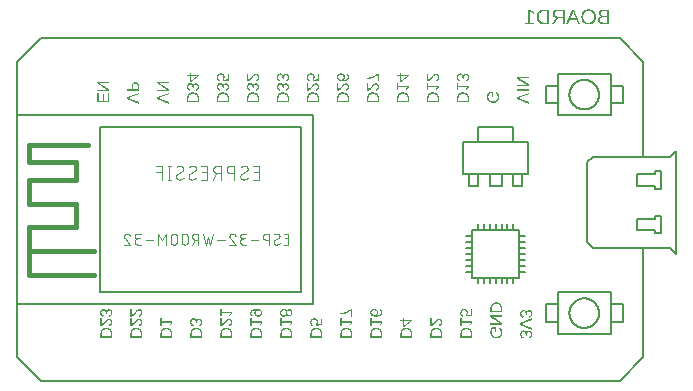
<source format=gbr>
G04 EAGLE Gerber RS-274X export*
G75*
%MOMM*%
%FSLAX34Y34*%
%LPD*%
%INSilkscreen Bottom*%
%IPPOS*%
%AMOC8*
5,1,8,0,0,1.08239X$1,22.5*%
G01*
G04 Define Apertures*
%ADD10C,0.127000*%
%ADD11C,0.406400*%
%ADD12C,0.101600*%
%ADD13C,0.076200*%
G36*
X785935Y504896D02*
X785615Y504950D01*
X785314Y505026D01*
X785034Y505124D01*
X784774Y505246D01*
X784534Y505390D01*
X784314Y505556D01*
X784115Y505745D01*
X783936Y505957D01*
X783777Y506190D01*
X783640Y506442D01*
X783524Y506712D01*
X783429Y507002D01*
X783355Y507310D01*
X783302Y507638D01*
X783271Y507984D01*
X783260Y508349D01*
X783272Y508740D01*
X783307Y509108D01*
X783365Y509453D01*
X783447Y509774D01*
X783553Y510073D01*
X783681Y510348D01*
X783834Y510600D01*
X784009Y510829D01*
X784206Y511032D01*
X784423Y511208D01*
X784658Y511358D01*
X784913Y511480D01*
X785187Y511575D01*
X785480Y511643D01*
X785793Y511683D01*
X786124Y511697D01*
X786356Y511687D01*
X786577Y511658D01*
X786788Y511610D01*
X786989Y511543D01*
X787181Y511456D01*
X787362Y511350D01*
X787532Y511225D01*
X787693Y511081D01*
X787841Y510919D01*
X787973Y510742D01*
X788090Y510549D01*
X788191Y510342D01*
X788276Y510119D01*
X788345Y509880D01*
X788398Y509627D01*
X788436Y509358D01*
X788464Y509358D01*
X788522Y509602D01*
X788593Y509832D01*
X788675Y510047D01*
X788769Y510246D01*
X788875Y510431D01*
X788994Y510601D01*
X789124Y510755D01*
X789266Y510895D01*
X789419Y511019D01*
X789584Y511126D01*
X789759Y511217D01*
X789946Y511292D01*
X790144Y511349D01*
X790352Y511391D01*
X790572Y511416D01*
X790803Y511424D01*
X791103Y511411D01*
X791385Y511372D01*
X791651Y511308D01*
X791900Y511218D01*
X792132Y511102D01*
X792347Y510961D01*
X792545Y510794D01*
X792726Y510601D01*
X792887Y510385D01*
X793027Y510148D01*
X793146Y509891D01*
X793243Y509612D01*
X793318Y509314D01*
X793372Y508994D01*
X793405Y508654D01*
X793415Y508293D01*
X793405Y507961D01*
X793373Y507645D01*
X793320Y507344D01*
X793246Y507058D01*
X793150Y506788D01*
X793033Y506533D01*
X792895Y506293D01*
X792736Y506069D01*
X792558Y505865D01*
X792363Y505682D01*
X792152Y505523D01*
X791924Y505386D01*
X791679Y505271D01*
X791418Y505180D01*
X791140Y505111D01*
X790845Y505064D01*
X790747Y506332D01*
X790936Y506360D01*
X791114Y506401D01*
X791281Y506456D01*
X791437Y506524D01*
X791582Y506605D01*
X791716Y506700D01*
X791839Y506809D01*
X791952Y506931D01*
X792052Y507065D01*
X792139Y507208D01*
X792212Y507362D01*
X792272Y507525D01*
X792319Y507699D01*
X792352Y507882D01*
X792372Y508076D01*
X792379Y508279D01*
X792372Y508501D01*
X792350Y508710D01*
X792314Y508904D01*
X792264Y509084D01*
X792200Y509250D01*
X792121Y509401D01*
X792028Y509539D01*
X791920Y509662D01*
X791800Y509772D01*
X791670Y509866D01*
X791529Y509946D01*
X791378Y510012D01*
X791217Y510063D01*
X791045Y510099D01*
X790863Y510121D01*
X790670Y510128D01*
X790476Y510119D01*
X790292Y510092D01*
X790120Y510048D01*
X789958Y509985D01*
X789807Y509905D01*
X789667Y509807D01*
X789538Y509691D01*
X789420Y509557D01*
X789314Y509407D01*
X789222Y509243D01*
X789144Y509064D01*
X789081Y508870D01*
X789032Y508662D01*
X788996Y508439D01*
X788975Y508202D01*
X788968Y507950D01*
X788968Y507264D01*
X787875Y507264D01*
X787875Y507978D01*
X787868Y508262D01*
X787847Y508528D01*
X787812Y508778D01*
X787762Y509010D01*
X787699Y509225D01*
X787621Y509423D01*
X787530Y509604D01*
X787424Y509767D01*
X787305Y509913D01*
X787176Y510039D01*
X787035Y510145D01*
X786884Y510232D01*
X786721Y510300D01*
X786547Y510349D01*
X786362Y510378D01*
X786166Y510387D01*
X785942Y510379D01*
X785733Y510353D01*
X785537Y510311D01*
X785356Y510252D01*
X785189Y510175D01*
X785036Y510082D01*
X784897Y509972D01*
X784773Y509844D01*
X784663Y509702D01*
X784567Y509547D01*
X784487Y509380D01*
X784421Y509199D01*
X784369Y509006D01*
X784333Y508800D01*
X784311Y508581D01*
X784303Y508349D01*
X784310Y508118D01*
X784331Y507900D01*
X784365Y507695D01*
X784413Y507503D01*
X784474Y507324D01*
X784550Y507157D01*
X784639Y507003D01*
X784741Y506863D01*
X784857Y506735D01*
X784987Y506620D01*
X785131Y506517D01*
X785288Y506428D01*
X785459Y506351D01*
X785644Y506288D01*
X785842Y506237D01*
X786054Y506199D01*
X785935Y504896D01*
G37*
G36*
X785935Y522428D02*
X785615Y522481D01*
X785314Y522557D01*
X785034Y522656D01*
X784774Y522777D01*
X784534Y522921D01*
X784314Y523087D01*
X784115Y523277D01*
X783936Y523489D01*
X783777Y523721D01*
X783640Y523973D01*
X783524Y524244D01*
X783429Y524533D01*
X783355Y524841D01*
X783302Y525169D01*
X783271Y525515D01*
X783260Y525880D01*
X783272Y526272D01*
X783307Y526639D01*
X783365Y526984D01*
X783447Y527306D01*
X783553Y527604D01*
X783681Y527879D01*
X783834Y528131D01*
X784009Y528360D01*
X784206Y528563D01*
X784423Y528740D01*
X784658Y528889D01*
X784913Y529011D01*
X785187Y529106D01*
X785480Y529174D01*
X785793Y529215D01*
X786124Y529228D01*
X786356Y529219D01*
X786577Y529190D01*
X786788Y529142D01*
X786989Y529074D01*
X787181Y528987D01*
X787362Y528882D01*
X787532Y528756D01*
X787693Y528612D01*
X787841Y528450D01*
X787973Y528273D01*
X788090Y528081D01*
X788191Y527873D01*
X788276Y527650D01*
X788345Y527412D01*
X788398Y527158D01*
X788436Y526889D01*
X788464Y526889D01*
X788522Y527134D01*
X788593Y527363D01*
X788675Y527578D01*
X788769Y527778D01*
X788875Y527962D01*
X788994Y528132D01*
X789124Y528287D01*
X789266Y528426D01*
X789419Y528550D01*
X789584Y528658D01*
X789759Y528749D01*
X789946Y528823D01*
X790144Y528881D01*
X790352Y528922D01*
X790572Y528947D01*
X790803Y528955D01*
X791103Y528942D01*
X791385Y528904D01*
X791651Y528839D01*
X791900Y528749D01*
X792132Y528634D01*
X792347Y528492D01*
X792545Y528325D01*
X792726Y528132D01*
X792887Y527916D01*
X793027Y527679D01*
X793146Y527422D01*
X793243Y527144D01*
X793318Y526845D01*
X793372Y526525D01*
X793405Y526185D01*
X793415Y525824D01*
X793405Y525492D01*
X793373Y525176D01*
X793320Y524875D01*
X793246Y524589D01*
X793150Y524319D01*
X793033Y524064D01*
X792895Y523825D01*
X792736Y523601D01*
X792558Y523396D01*
X792363Y523214D01*
X792152Y523054D01*
X791924Y522917D01*
X791679Y522803D01*
X791418Y522711D01*
X791140Y522642D01*
X790845Y522596D01*
X790747Y523863D01*
X790936Y523891D01*
X791114Y523932D01*
X791281Y523987D01*
X791437Y524055D01*
X791582Y524137D01*
X791716Y524232D01*
X791839Y524340D01*
X791952Y524462D01*
X792052Y524596D01*
X792139Y524739D01*
X792212Y524893D01*
X792272Y525057D01*
X792319Y525230D01*
X792352Y525414D01*
X792372Y525607D01*
X792379Y525810D01*
X792372Y526033D01*
X792350Y526241D01*
X792314Y526435D01*
X792264Y526615D01*
X792200Y526781D01*
X792121Y526933D01*
X792028Y527070D01*
X791920Y527194D01*
X791800Y527303D01*
X791670Y527397D01*
X791529Y527477D01*
X791378Y527543D01*
X791217Y527594D01*
X791045Y527630D01*
X790863Y527652D01*
X790670Y527659D01*
X790476Y527650D01*
X790292Y527624D01*
X790120Y527579D01*
X789958Y527517D01*
X789807Y527436D01*
X789667Y527338D01*
X789538Y527222D01*
X789420Y527089D01*
X789314Y526939D01*
X789222Y526774D01*
X789144Y526595D01*
X789081Y526401D01*
X789032Y526193D01*
X788996Y525970D01*
X788975Y525733D01*
X788968Y525481D01*
X788968Y524795D01*
X787875Y524795D01*
X787875Y525509D01*
X787868Y525793D01*
X787847Y526060D01*
X787812Y526309D01*
X787762Y526541D01*
X787699Y526756D01*
X787621Y526954D01*
X787530Y527135D01*
X787424Y527299D01*
X787305Y527444D01*
X787176Y527570D01*
X787035Y527676D01*
X786884Y527764D01*
X786721Y527831D01*
X786547Y527880D01*
X786362Y527909D01*
X786166Y527919D01*
X785942Y527910D01*
X785733Y527885D01*
X785537Y527842D01*
X785356Y527783D01*
X785189Y527706D01*
X785036Y527613D01*
X784897Y527503D01*
X784773Y527376D01*
X784663Y527234D01*
X784567Y527079D01*
X784487Y526911D01*
X784421Y526730D01*
X784369Y526537D01*
X784333Y526331D01*
X784311Y526112D01*
X784303Y525880D01*
X784310Y525650D01*
X784331Y525432D01*
X784365Y525227D01*
X784413Y525034D01*
X784474Y524855D01*
X784550Y524688D01*
X784639Y524535D01*
X784741Y524394D01*
X784857Y524266D01*
X784987Y524151D01*
X785131Y524049D01*
X785288Y523959D01*
X785459Y523883D01*
X785644Y523819D01*
X785842Y523768D01*
X786054Y523730D01*
X785935Y522428D01*
G37*
G36*
X793268Y512382D02*
X783400Y516409D01*
X783400Y517796D01*
X793268Y521823D01*
X793268Y520415D01*
X786321Y517698D01*
X784577Y517109D01*
X786321Y516521D01*
X793268Y513790D01*
X793268Y512382D01*
G37*
G36*
X767868Y527027D02*
X758000Y527027D01*
X758000Y530718D01*
X758010Y531070D01*
X758038Y531411D01*
X758086Y531742D01*
X758152Y532062D01*
X758238Y532372D01*
X758343Y532672D01*
X758467Y532961D01*
X758609Y533239D01*
X758770Y533504D01*
X758947Y533754D01*
X759142Y533989D01*
X759353Y534207D01*
X759580Y534410D01*
X759825Y534598D01*
X760086Y534770D01*
X760364Y534927D01*
X760656Y535066D01*
X760960Y535187D01*
X761276Y535290D01*
X761604Y535373D01*
X761944Y535439D01*
X762296Y535485D01*
X762660Y535513D01*
X763036Y535522D01*
X763599Y535501D01*
X764129Y535437D01*
X764625Y535331D01*
X765089Y535182D01*
X765519Y534990D01*
X765916Y534756D01*
X766280Y534479D01*
X766611Y534160D01*
X766906Y533802D01*
X767161Y533407D01*
X767377Y532977D01*
X767554Y532511D01*
X767692Y532010D01*
X767790Y531473D01*
X767849Y530899D01*
X767868Y530290D01*
X767868Y527027D01*
G37*
%LPC*%
G36*
X766797Y528364D02*
X766797Y530262D01*
X766782Y530725D01*
X766737Y531159D01*
X766661Y531565D01*
X766556Y531942D01*
X766421Y532292D01*
X766255Y532614D01*
X766059Y532907D01*
X765834Y533172D01*
X765579Y533408D01*
X765298Y533612D01*
X764989Y533785D01*
X764653Y533926D01*
X764289Y534036D01*
X763899Y534115D01*
X763481Y534162D01*
X763036Y534177D01*
X762736Y534171D01*
X762447Y534150D01*
X762167Y534115D01*
X761898Y534067D01*
X761638Y534005D01*
X761389Y533929D01*
X761150Y533840D01*
X760921Y533736D01*
X760703Y533620D01*
X760499Y533492D01*
X760307Y533352D01*
X760129Y533200D01*
X759964Y533036D01*
X759812Y532860D01*
X759673Y532672D01*
X759548Y532472D01*
X759436Y532262D01*
X759339Y532044D01*
X759258Y531818D01*
X759191Y531583D01*
X759139Y531341D01*
X759101Y531090D01*
X759079Y530831D01*
X759072Y530564D01*
X759072Y528364D01*
X766797Y528364D01*
G37*
%LPD*%
G36*
X767868Y516683D02*
X758000Y516683D01*
X758000Y517874D01*
X764556Y517874D01*
X765725Y517839D01*
X766405Y517803D01*
X758000Y523084D01*
X758000Y524695D01*
X767868Y524695D01*
X767868Y523491D01*
X761397Y523491D01*
X760591Y523512D01*
X759408Y523575D01*
X767868Y518238D01*
X767868Y516683D01*
G37*
G36*
X762980Y505071D02*
X762594Y505081D01*
X762221Y505108D01*
X761861Y505155D01*
X761513Y505219D01*
X761179Y505303D01*
X760857Y505404D01*
X760548Y505525D01*
X760252Y505663D01*
X759970Y505819D01*
X759706Y505992D01*
X759459Y506181D01*
X759228Y506387D01*
X759015Y506610D01*
X758818Y506848D01*
X758639Y507104D01*
X758476Y507376D01*
X758332Y507662D01*
X758207Y507963D01*
X758101Y508276D01*
X758014Y508603D01*
X757947Y508943D01*
X757898Y509297D01*
X757870Y509664D01*
X757860Y510044D01*
X757867Y510374D01*
X757887Y510697D01*
X757922Y511015D01*
X757969Y511327D01*
X758031Y511632D01*
X758106Y511932D01*
X758195Y512225D01*
X758298Y512513D01*
X758539Y513060D01*
X758826Y513563D01*
X759157Y514021D01*
X759534Y514435D01*
X762938Y514435D01*
X762938Y510254D01*
X761817Y510254D01*
X761817Y513203D01*
X760038Y513203D01*
X759799Y512924D01*
X759586Y512605D01*
X759400Y512246D01*
X759240Y511848D01*
X759111Y511421D01*
X759019Y510978D01*
X758964Y510519D01*
X758946Y510044D01*
X758962Y509632D01*
X759013Y509243D01*
X759098Y508876D01*
X759216Y508533D01*
X759368Y508213D01*
X759554Y507915D01*
X759774Y507641D01*
X760028Y507390D01*
X760310Y507165D01*
X760618Y506970D01*
X760950Y506805D01*
X761307Y506670D01*
X761688Y506565D01*
X762094Y506490D01*
X762524Y506445D01*
X762980Y506430D01*
X763436Y506444D01*
X763865Y506487D01*
X764269Y506557D01*
X764646Y506656D01*
X764996Y506783D01*
X765320Y506938D01*
X765618Y507122D01*
X765890Y507334D01*
X766132Y507572D01*
X766342Y507836D01*
X766519Y508124D01*
X766665Y508438D01*
X766778Y508778D01*
X766858Y509142D01*
X766907Y509531D01*
X766923Y509946D01*
X766917Y510215D01*
X766899Y510473D01*
X766869Y510720D01*
X766827Y510955D01*
X766772Y511180D01*
X766706Y511393D01*
X766628Y511594D01*
X766538Y511785D01*
X766434Y511964D01*
X766317Y512134D01*
X766185Y512294D01*
X766039Y512444D01*
X765878Y512584D01*
X765704Y512714D01*
X765312Y512944D01*
X765690Y514218D01*
X765984Y514073D01*
X766258Y513912D01*
X766511Y513737D01*
X766742Y513548D01*
X766954Y513343D01*
X767144Y513124D01*
X767313Y512891D01*
X767462Y512642D01*
X767592Y512377D01*
X767704Y512093D01*
X767799Y511789D01*
X767877Y511466D01*
X767938Y511124D01*
X767981Y510762D01*
X768007Y510381D01*
X768015Y509981D01*
X767995Y509414D01*
X767933Y508880D01*
X767830Y508379D01*
X767686Y507910D01*
X767501Y507473D01*
X767275Y507070D01*
X767007Y506699D01*
X766699Y506360D01*
X766353Y506058D01*
X765972Y505796D01*
X765559Y505575D01*
X765111Y505394D01*
X764629Y505253D01*
X764113Y505152D01*
X763563Y505092D01*
X762980Y505071D01*
G37*
G36*
X742468Y505527D02*
X732600Y505527D01*
X732600Y509218D01*
X732610Y509570D01*
X732638Y509911D01*
X732686Y510242D01*
X732752Y510562D01*
X732838Y510872D01*
X732943Y511172D01*
X733067Y511461D01*
X733209Y511739D01*
X733370Y512004D01*
X733547Y512254D01*
X733742Y512489D01*
X733953Y512707D01*
X734180Y512910D01*
X734425Y513098D01*
X734686Y513270D01*
X734964Y513427D01*
X735256Y513566D01*
X735560Y513687D01*
X735876Y513790D01*
X736204Y513873D01*
X736544Y513939D01*
X736896Y513985D01*
X737260Y514013D01*
X737636Y514022D01*
X738199Y514001D01*
X738729Y513937D01*
X739225Y513831D01*
X739689Y513682D01*
X740119Y513490D01*
X740516Y513256D01*
X740880Y512979D01*
X741211Y512660D01*
X741506Y512302D01*
X741761Y511907D01*
X741977Y511477D01*
X742154Y511011D01*
X742292Y510510D01*
X742390Y509973D01*
X742449Y509399D01*
X742468Y508790D01*
X742468Y505527D01*
G37*
%LPC*%
G36*
X741397Y506864D02*
X741397Y508762D01*
X741382Y509225D01*
X741337Y509659D01*
X741261Y510065D01*
X741156Y510442D01*
X741021Y510792D01*
X740855Y511114D01*
X740659Y511407D01*
X740434Y511672D01*
X740179Y511908D01*
X739898Y512112D01*
X739589Y512285D01*
X739253Y512426D01*
X738889Y512536D01*
X738499Y512615D01*
X738081Y512662D01*
X737636Y512677D01*
X737336Y512671D01*
X737047Y512650D01*
X736767Y512615D01*
X736498Y512567D01*
X736238Y512505D01*
X735989Y512429D01*
X735750Y512340D01*
X735521Y512236D01*
X735303Y512120D01*
X735099Y511992D01*
X734907Y511852D01*
X734729Y511700D01*
X734564Y511536D01*
X734412Y511360D01*
X734273Y511172D01*
X734148Y510972D01*
X734036Y510762D01*
X733939Y510544D01*
X733858Y510318D01*
X733791Y510083D01*
X733739Y509841D01*
X733701Y509590D01*
X733679Y509331D01*
X733672Y509064D01*
X733672Y506864D01*
X741397Y506864D01*
G37*
%LPD*%
G36*
X734806Y523237D02*
X734529Y523303D01*
X734269Y523388D01*
X734026Y523493D01*
X733799Y523617D01*
X733590Y523760D01*
X733397Y523924D01*
X733221Y524106D01*
X733062Y524308D01*
X732921Y524529D01*
X732799Y524765D01*
X732695Y525019D01*
X732611Y525289D01*
X732545Y525576D01*
X732498Y525879D01*
X732469Y526199D01*
X732460Y526536D01*
X732474Y526936D01*
X732516Y527314D01*
X732586Y527669D01*
X732684Y528002D01*
X732810Y528313D01*
X732964Y528601D01*
X733146Y528866D01*
X733356Y529109D01*
X733591Y529327D01*
X733846Y529515D01*
X734122Y529675D01*
X734419Y529805D01*
X734737Y529907D01*
X735075Y529979D01*
X735435Y530023D01*
X735815Y530037D01*
X736150Y530024D01*
X736469Y529983D01*
X736771Y529916D01*
X737058Y529821D01*
X737328Y529700D01*
X737582Y529551D01*
X737820Y529375D01*
X738042Y529173D01*
X738242Y528947D01*
X738416Y528703D01*
X738563Y528441D01*
X738683Y528160D01*
X738776Y527860D01*
X738843Y527542D01*
X738883Y527206D01*
X738896Y526851D01*
X738887Y526552D01*
X738857Y526266D01*
X738808Y525993D01*
X738739Y525732D01*
X738650Y525483D01*
X738542Y525247D01*
X738414Y525024D01*
X738266Y524813D01*
X741397Y525002D01*
X741397Y529463D01*
X742468Y529463D01*
X742468Y523853D01*
X737159Y523524D01*
X737159Y524757D01*
X737338Y524977D01*
X737489Y525198D01*
X737611Y525418D01*
X737706Y525639D01*
X737776Y525864D01*
X737827Y526098D01*
X737857Y526340D01*
X737867Y526592D01*
X737858Y526830D01*
X737831Y527057D01*
X737786Y527270D01*
X737723Y527471D01*
X737643Y527660D01*
X737544Y527836D01*
X737427Y527999D01*
X737293Y528150D01*
X737143Y528285D01*
X736983Y528403D01*
X736812Y528502D01*
X736629Y528583D01*
X736435Y528647D01*
X736230Y528692D01*
X736014Y528719D01*
X735787Y528728D01*
X735526Y528719D01*
X735280Y528692D01*
X735048Y528647D01*
X734830Y528584D01*
X734626Y528503D01*
X734437Y528405D01*
X734263Y528288D01*
X734102Y528153D01*
X733959Y528003D01*
X733834Y527839D01*
X733729Y527661D01*
X733643Y527469D01*
X733576Y527263D01*
X733528Y527044D01*
X733499Y526811D01*
X733489Y526564D01*
X733512Y526170D01*
X733581Y525816D01*
X733695Y525500D01*
X733855Y525224D01*
X734061Y524987D01*
X734313Y524789D01*
X734610Y524631D01*
X734953Y524511D01*
X734806Y523237D01*
G37*
G36*
X733672Y515786D02*
X732600Y515786D01*
X732600Y521971D01*
X733672Y521971D01*
X733672Y519568D01*
X742468Y519568D01*
X742468Y518406D01*
X740864Y516073D01*
X739674Y516073D01*
X741264Y518301D01*
X733672Y518301D01*
X733672Y515786D01*
G37*
G36*
X717068Y505527D02*
X707200Y505527D01*
X707200Y509218D01*
X707210Y509570D01*
X707238Y509911D01*
X707286Y510242D01*
X707352Y510562D01*
X707438Y510872D01*
X707543Y511172D01*
X707667Y511461D01*
X707809Y511739D01*
X707970Y512004D01*
X708147Y512254D01*
X708342Y512489D01*
X708553Y512707D01*
X708780Y512910D01*
X709025Y513098D01*
X709286Y513270D01*
X709564Y513427D01*
X709856Y513566D01*
X710160Y513687D01*
X710476Y513790D01*
X710804Y513873D01*
X711144Y513939D01*
X711496Y513985D01*
X711860Y514013D01*
X712236Y514022D01*
X712799Y514001D01*
X713329Y513937D01*
X713825Y513831D01*
X714289Y513682D01*
X714719Y513490D01*
X715116Y513256D01*
X715480Y512979D01*
X715811Y512660D01*
X716106Y512302D01*
X716361Y511907D01*
X716577Y511477D01*
X716754Y511011D01*
X716892Y510510D01*
X716990Y509973D01*
X717049Y509399D01*
X717068Y508790D01*
X717068Y505527D01*
G37*
%LPC*%
G36*
X715997Y506864D02*
X715997Y508762D01*
X715982Y509225D01*
X715937Y509659D01*
X715861Y510065D01*
X715756Y510442D01*
X715621Y510792D01*
X715455Y511114D01*
X715259Y511407D01*
X715034Y511672D01*
X714779Y511908D01*
X714498Y512112D01*
X714189Y512285D01*
X713853Y512426D01*
X713489Y512536D01*
X713099Y512615D01*
X712681Y512662D01*
X712236Y512677D01*
X711936Y512671D01*
X711647Y512650D01*
X711367Y512615D01*
X711098Y512567D01*
X710838Y512505D01*
X710589Y512429D01*
X710350Y512340D01*
X710121Y512236D01*
X709903Y512120D01*
X709699Y511992D01*
X709507Y511852D01*
X709329Y511700D01*
X709164Y511536D01*
X709012Y511360D01*
X708873Y511172D01*
X708748Y510972D01*
X708636Y510762D01*
X708539Y510544D01*
X708458Y510318D01*
X708391Y510083D01*
X708339Y509841D01*
X708301Y509590D01*
X708279Y509331D01*
X708272Y509064D01*
X708272Y506864D01*
X715997Y506864D01*
G37*
%LPD*%
G36*
X708089Y515415D02*
X707200Y515415D01*
X707200Y521950D01*
X708272Y521950D01*
X708272Y516802D01*
X708519Y516924D01*
X708771Y517079D01*
X709029Y517267D01*
X709291Y517488D01*
X709563Y517747D01*
X709852Y518047D01*
X710478Y518770D01*
X711034Y519443D01*
X711513Y519997D01*
X711913Y520434D01*
X712236Y520752D01*
X712519Y520995D01*
X712803Y521206D01*
X713087Y521386D01*
X713370Y521533D01*
X713654Y521648D01*
X713939Y521730D01*
X714225Y521779D01*
X714512Y521796D01*
X714827Y521783D01*
X715123Y521745D01*
X715401Y521683D01*
X715660Y521595D01*
X715900Y521482D01*
X716123Y521344D01*
X716326Y521182D01*
X716512Y520994D01*
X716677Y520782D01*
X716819Y520550D01*
X716940Y520295D01*
X717039Y520019D01*
X717116Y519722D01*
X717171Y519403D01*
X717204Y519062D01*
X717215Y518700D01*
X717204Y518368D01*
X717172Y518051D01*
X717117Y517750D01*
X717040Y517465D01*
X716942Y517194D01*
X716821Y516940D01*
X716679Y516700D01*
X716515Y516476D01*
X716332Y516271D01*
X716135Y516089D01*
X715922Y515929D01*
X715694Y515792D01*
X715451Y515678D01*
X715193Y515587D01*
X714919Y515518D01*
X714631Y515471D01*
X714512Y516760D01*
X714704Y516789D01*
X714886Y516832D01*
X715056Y516889D01*
X715215Y516959D01*
X715363Y517042D01*
X715500Y517139D01*
X715626Y517249D01*
X715741Y517373D01*
X715933Y517651D01*
X716008Y517804D01*
X716069Y517965D01*
X716117Y518136D01*
X716151Y518315D01*
X716172Y518503D01*
X716179Y518700D01*
X716172Y518906D01*
X716151Y519100D01*
X716116Y519283D01*
X716067Y519455D01*
X716004Y519614D01*
X715927Y519762D01*
X715836Y519899D01*
X715731Y520024D01*
X715613Y520135D01*
X715484Y520232D01*
X715343Y520314D01*
X715191Y520381D01*
X715028Y520433D01*
X714853Y520470D01*
X714667Y520492D01*
X714470Y520500D01*
X714177Y520483D01*
X713899Y520431D01*
X713637Y520344D01*
X713391Y520223D01*
X713156Y520074D01*
X712926Y519904D01*
X712701Y519712D01*
X712481Y519498D01*
X712047Y519023D01*
X711612Y518493D01*
X711160Y517934D01*
X710670Y517369D01*
X710133Y516815D01*
X709536Y516287D01*
X709210Y516040D01*
X708861Y515812D01*
X708487Y515604D01*
X708089Y515415D01*
G37*
G36*
X691668Y505527D02*
X681800Y505527D01*
X681800Y509218D01*
X681810Y509570D01*
X681838Y509911D01*
X681886Y510242D01*
X681952Y510562D01*
X682038Y510872D01*
X682143Y511172D01*
X682267Y511461D01*
X682409Y511739D01*
X682570Y512004D01*
X682747Y512254D01*
X682942Y512489D01*
X683153Y512707D01*
X683380Y512910D01*
X683625Y513098D01*
X683886Y513270D01*
X684164Y513427D01*
X684456Y513566D01*
X684760Y513687D01*
X685076Y513790D01*
X685404Y513873D01*
X685744Y513939D01*
X686096Y513985D01*
X686460Y514013D01*
X686836Y514022D01*
X687399Y514001D01*
X687929Y513937D01*
X688425Y513831D01*
X688889Y513682D01*
X689319Y513490D01*
X689716Y513256D01*
X690080Y512979D01*
X690411Y512660D01*
X690706Y512302D01*
X690961Y511907D01*
X691177Y511477D01*
X691354Y511011D01*
X691492Y510510D01*
X691590Y509973D01*
X691649Y509399D01*
X691668Y508790D01*
X691668Y505527D01*
G37*
%LPC*%
G36*
X690597Y506864D02*
X690597Y508762D01*
X690582Y509225D01*
X690537Y509659D01*
X690461Y510065D01*
X690356Y510442D01*
X690221Y510792D01*
X690055Y511114D01*
X689859Y511407D01*
X689634Y511672D01*
X689379Y511908D01*
X689098Y512112D01*
X688789Y512285D01*
X688453Y512426D01*
X688089Y512536D01*
X687699Y512615D01*
X687281Y512662D01*
X686836Y512677D01*
X686536Y512671D01*
X686247Y512650D01*
X685967Y512615D01*
X685698Y512567D01*
X685438Y512505D01*
X685189Y512429D01*
X684950Y512340D01*
X684721Y512236D01*
X684503Y512120D01*
X684299Y511992D01*
X684107Y511852D01*
X683929Y511700D01*
X683764Y511536D01*
X683612Y511360D01*
X683473Y511172D01*
X683348Y510972D01*
X683236Y510762D01*
X683139Y510544D01*
X683058Y510318D01*
X682991Y510083D01*
X682939Y509841D01*
X682901Y509590D01*
X682879Y509331D01*
X682872Y509064D01*
X682872Y506864D01*
X690597Y506864D01*
G37*
%LPD*%
G36*
X685015Y515023D02*
X684034Y515023D01*
X684034Y519673D01*
X681800Y519673D01*
X681800Y520864D01*
X684034Y520864D01*
X684034Y522251D01*
X685029Y522251D01*
X685029Y520864D01*
X691668Y520864D01*
X691668Y519540D01*
X685015Y515023D01*
G37*
%LPC*%
G36*
X685029Y516186D02*
X685169Y516298D01*
X685687Y516676D01*
X689413Y519204D01*
X689875Y519477D01*
X690247Y519673D01*
X685029Y519673D01*
X685029Y516186D01*
G37*
%LPD*%
G36*
X666268Y505527D02*
X656400Y505527D01*
X656400Y509218D01*
X656410Y509570D01*
X656438Y509911D01*
X656486Y510242D01*
X656552Y510562D01*
X656638Y510872D01*
X656743Y511172D01*
X656867Y511461D01*
X657009Y511739D01*
X657170Y512004D01*
X657347Y512254D01*
X657542Y512489D01*
X657753Y512707D01*
X657980Y512910D01*
X658225Y513098D01*
X658486Y513270D01*
X658764Y513427D01*
X659056Y513566D01*
X659360Y513687D01*
X659676Y513790D01*
X660004Y513873D01*
X660344Y513939D01*
X660696Y513985D01*
X661060Y514013D01*
X661436Y514022D01*
X661999Y514001D01*
X662529Y513937D01*
X663025Y513831D01*
X663489Y513682D01*
X663919Y513490D01*
X664316Y513256D01*
X664680Y512979D01*
X665011Y512660D01*
X665306Y512302D01*
X665561Y511907D01*
X665777Y511477D01*
X665954Y511011D01*
X666092Y510510D01*
X666190Y509973D01*
X666249Y509399D01*
X666268Y508790D01*
X666268Y505527D01*
G37*
%LPC*%
G36*
X665197Y506864D02*
X665197Y508762D01*
X665182Y509225D01*
X665137Y509659D01*
X665061Y510065D01*
X664956Y510442D01*
X664821Y510792D01*
X664655Y511114D01*
X664459Y511407D01*
X664234Y511672D01*
X663979Y511908D01*
X663698Y512112D01*
X663389Y512285D01*
X663053Y512426D01*
X662689Y512536D01*
X662299Y512615D01*
X661881Y512662D01*
X661436Y512677D01*
X661136Y512671D01*
X660847Y512650D01*
X660567Y512615D01*
X660298Y512567D01*
X660038Y512505D01*
X659789Y512429D01*
X659550Y512340D01*
X659321Y512236D01*
X659103Y512120D01*
X658899Y511992D01*
X658707Y511852D01*
X658529Y511700D01*
X658364Y511536D01*
X658212Y511360D01*
X658073Y511172D01*
X657948Y510972D01*
X657836Y510762D01*
X657739Y510544D01*
X657658Y510318D01*
X657591Y510083D01*
X657539Y509841D01*
X657501Y509590D01*
X657479Y509331D01*
X657472Y509064D01*
X657472Y506864D01*
X665197Y506864D01*
G37*
%LPD*%
G36*
X661107Y523391D02*
X660532Y523405D01*
X659993Y523446D01*
X659490Y523515D01*
X659021Y523612D01*
X658588Y523736D01*
X658190Y523887D01*
X657827Y524067D01*
X657500Y524273D01*
X657209Y524506D01*
X656957Y524764D01*
X656744Y525046D01*
X656570Y525352D01*
X656434Y525683D01*
X656337Y526038D01*
X656279Y526418D01*
X656260Y526823D01*
X656274Y527186D01*
X656316Y527528D01*
X656387Y527851D01*
X656486Y528153D01*
X656613Y528436D01*
X656768Y528698D01*
X656952Y528940D01*
X657163Y529162D01*
X657400Y529361D01*
X657656Y529533D01*
X657934Y529678D01*
X658231Y529798D01*
X658550Y529890D01*
X658889Y529957D01*
X659249Y529996D01*
X659629Y530009D01*
X659980Y529997D01*
X660313Y529959D01*
X660628Y529897D01*
X660924Y529809D01*
X661202Y529696D01*
X661462Y529558D01*
X661703Y529395D01*
X661926Y529208D01*
X662126Y528998D01*
X662300Y528771D01*
X662447Y528527D01*
X662567Y528265D01*
X662660Y527985D01*
X662727Y527687D01*
X662767Y527372D01*
X662780Y527040D01*
X662760Y526649D01*
X662697Y526280D01*
X662593Y525934D01*
X662448Y525611D01*
X662262Y525317D01*
X662039Y525058D01*
X661777Y524834D01*
X661478Y524645D01*
X661940Y524654D01*
X662374Y524682D01*
X662780Y524728D01*
X663158Y524793D01*
X663507Y524876D01*
X663829Y524977D01*
X664122Y525098D01*
X664388Y525236D01*
X664623Y525392D01*
X664828Y525563D01*
X665000Y525749D01*
X665142Y525950D01*
X665252Y526166D01*
X665330Y526398D01*
X665377Y526645D01*
X665393Y526907D01*
X665374Y527206D01*
X665318Y527478D01*
X665223Y527723D01*
X665092Y527940D01*
X664922Y528129D01*
X664715Y528291D01*
X664471Y528425D01*
X664188Y528532D01*
X664405Y529736D01*
X664649Y529657D01*
X664876Y529565D01*
X665088Y529460D01*
X665285Y529342D01*
X665465Y529212D01*
X665630Y529068D01*
X665779Y528911D01*
X665913Y528742D01*
X666031Y528559D01*
X666133Y528364D01*
X666219Y528156D01*
X666290Y527935D01*
X666345Y527701D01*
X666384Y527454D01*
X666408Y527194D01*
X666415Y526921D01*
X666394Y526509D01*
X666330Y526122D01*
X666222Y525759D01*
X666072Y525420D01*
X665879Y525106D01*
X665643Y524816D01*
X665364Y524550D01*
X665043Y524308D01*
X664681Y524093D01*
X664282Y523907D01*
X663846Y523749D01*
X663372Y523620D01*
X662862Y523520D01*
X662314Y523448D01*
X661729Y523405D01*
X661107Y523391D01*
G37*
%LPC*%
G36*
X659874Y524771D02*
X660094Y524779D01*
X660301Y524805D01*
X660497Y524847D01*
X660680Y524906D01*
X660851Y524983D01*
X661010Y525076D01*
X661157Y525186D01*
X661292Y525313D01*
X661413Y525454D01*
X661517Y525606D01*
X661606Y525768D01*
X661678Y525941D01*
X661735Y526125D01*
X661775Y526319D01*
X661799Y526523D01*
X661807Y526739D01*
X661798Y526967D01*
X661771Y527182D01*
X661725Y527384D01*
X661662Y527574D01*
X661580Y527750D01*
X661480Y527914D01*
X661362Y528065D01*
X661226Y528202D01*
X661073Y528326D01*
X660904Y528432D01*
X660721Y528523D01*
X660522Y528596D01*
X660307Y528654D01*
X660078Y528695D01*
X659833Y528720D01*
X659573Y528728D01*
X659312Y528720D01*
X659066Y528695D01*
X658834Y528655D01*
X658616Y528598D01*
X658412Y528525D01*
X658223Y528436D01*
X658049Y528331D01*
X657888Y528209D01*
X657745Y528074D01*
X657620Y527926D01*
X657515Y527766D01*
X657429Y527593D01*
X657362Y527408D01*
X657314Y527211D01*
X657285Y527002D01*
X657275Y526781D01*
X657287Y526565D01*
X657321Y526359D01*
X657378Y526164D01*
X657458Y525978D01*
X657560Y525802D01*
X657685Y525636D01*
X657833Y525480D01*
X658004Y525334D01*
X658192Y525202D01*
X658394Y525088D01*
X658608Y524991D01*
X658836Y524912D01*
X659076Y524850D01*
X659329Y524806D01*
X659595Y524779D01*
X659874Y524771D01*
G37*
%LPD*%
G36*
X657472Y515786D02*
X656400Y515786D01*
X656400Y521971D01*
X657472Y521971D01*
X657472Y519568D01*
X666268Y519568D01*
X666268Y518406D01*
X664664Y516073D01*
X663474Y516073D01*
X665064Y518301D01*
X657472Y518301D01*
X657472Y515786D01*
G37*
G36*
X640868Y505527D02*
X631000Y505527D01*
X631000Y509218D01*
X631010Y509570D01*
X631038Y509911D01*
X631086Y510242D01*
X631152Y510562D01*
X631238Y510872D01*
X631343Y511172D01*
X631467Y511461D01*
X631609Y511739D01*
X631770Y512004D01*
X631947Y512254D01*
X632142Y512489D01*
X632353Y512707D01*
X632580Y512910D01*
X632825Y513098D01*
X633086Y513270D01*
X633364Y513427D01*
X633656Y513566D01*
X633960Y513687D01*
X634276Y513790D01*
X634604Y513873D01*
X634944Y513939D01*
X635296Y513985D01*
X635660Y514013D01*
X636036Y514022D01*
X636599Y514001D01*
X637129Y513937D01*
X637625Y513831D01*
X638089Y513682D01*
X638519Y513490D01*
X638916Y513256D01*
X639280Y512979D01*
X639611Y512660D01*
X639906Y512302D01*
X640161Y511907D01*
X640377Y511477D01*
X640554Y511011D01*
X640692Y510510D01*
X640790Y509973D01*
X640849Y509399D01*
X640868Y508790D01*
X640868Y505527D01*
G37*
%LPC*%
G36*
X639797Y506864D02*
X639797Y508762D01*
X639782Y509225D01*
X639737Y509659D01*
X639661Y510065D01*
X639556Y510442D01*
X639421Y510792D01*
X639255Y511114D01*
X639059Y511407D01*
X638834Y511672D01*
X638579Y511908D01*
X638298Y512112D01*
X637989Y512285D01*
X637653Y512426D01*
X637289Y512536D01*
X636899Y512615D01*
X636481Y512662D01*
X636036Y512677D01*
X635736Y512671D01*
X635447Y512650D01*
X635167Y512615D01*
X634898Y512567D01*
X634638Y512505D01*
X634389Y512429D01*
X634150Y512340D01*
X633921Y512236D01*
X633703Y512120D01*
X633499Y511992D01*
X633307Y511852D01*
X633129Y511700D01*
X632964Y511536D01*
X632812Y511360D01*
X632673Y511172D01*
X632548Y510972D01*
X632436Y510762D01*
X632339Y510544D01*
X632258Y510318D01*
X632191Y510083D01*
X632139Y509841D01*
X632101Y509590D01*
X632079Y509331D01*
X632072Y509064D01*
X632072Y506864D01*
X639797Y506864D01*
G37*
%LPD*%
G36*
X632072Y515786D02*
X631000Y515786D01*
X631000Y521971D01*
X632072Y521971D01*
X632072Y519568D01*
X640868Y519568D01*
X640868Y518406D01*
X639264Y516073D01*
X638074Y516073D01*
X639664Y518301D01*
X632072Y518301D01*
X632072Y515786D01*
G37*
G36*
X640868Y523398D02*
X639797Y523398D01*
X639797Y528700D01*
X639126Y528247D01*
X638474Y527828D01*
X637843Y527443D01*
X637231Y527092D01*
X636639Y526773D01*
X636067Y526489D01*
X635514Y526238D01*
X634982Y526021D01*
X634462Y525833D01*
X633949Y525670D01*
X633442Y525532D01*
X632941Y525419D01*
X632446Y525332D01*
X631958Y525269D01*
X631476Y525231D01*
X631000Y525219D01*
X631000Y526536D01*
X631677Y526555D01*
X632343Y526614D01*
X632997Y526711D01*
X633640Y526847D01*
X634280Y527023D01*
X634924Y527237D01*
X635572Y527490D01*
X636225Y527782D01*
X636942Y528150D01*
X637785Y528628D01*
X638753Y529218D01*
X639846Y529918D01*
X640868Y529918D01*
X640868Y523398D01*
G37*
G36*
X615468Y505527D02*
X605600Y505527D01*
X605600Y509218D01*
X605610Y509570D01*
X605638Y509911D01*
X605686Y510242D01*
X605752Y510562D01*
X605838Y510872D01*
X605943Y511172D01*
X606067Y511461D01*
X606209Y511739D01*
X606370Y512004D01*
X606547Y512254D01*
X606742Y512489D01*
X606953Y512707D01*
X607180Y512910D01*
X607425Y513098D01*
X607686Y513270D01*
X607964Y513427D01*
X608256Y513566D01*
X608560Y513687D01*
X608876Y513790D01*
X609204Y513873D01*
X609544Y513939D01*
X609896Y513985D01*
X610260Y514013D01*
X610636Y514022D01*
X611199Y514001D01*
X611729Y513937D01*
X612225Y513831D01*
X612689Y513682D01*
X613119Y513490D01*
X613516Y513256D01*
X613880Y512979D01*
X614211Y512660D01*
X614506Y512302D01*
X614761Y511907D01*
X614977Y511477D01*
X615154Y511011D01*
X615292Y510510D01*
X615390Y509973D01*
X615449Y509399D01*
X615468Y508790D01*
X615468Y505527D01*
G37*
%LPC*%
G36*
X614397Y506864D02*
X614397Y508762D01*
X614382Y509225D01*
X614337Y509659D01*
X614261Y510065D01*
X614156Y510442D01*
X614021Y510792D01*
X613855Y511114D01*
X613659Y511407D01*
X613434Y511672D01*
X613179Y511908D01*
X612898Y512112D01*
X612589Y512285D01*
X612253Y512426D01*
X611889Y512536D01*
X611499Y512615D01*
X611081Y512662D01*
X610636Y512677D01*
X610336Y512671D01*
X610047Y512650D01*
X609767Y512615D01*
X609498Y512567D01*
X609238Y512505D01*
X608989Y512429D01*
X608750Y512340D01*
X608521Y512236D01*
X608303Y512120D01*
X608099Y511992D01*
X607907Y511852D01*
X607729Y511700D01*
X607564Y511536D01*
X607412Y511360D01*
X607273Y511172D01*
X607148Y510972D01*
X607036Y510762D01*
X606939Y510544D01*
X606858Y510318D01*
X606791Y510083D01*
X606739Y509841D01*
X606701Y509590D01*
X606679Y509331D01*
X606672Y509064D01*
X606672Y506864D01*
X614397Y506864D01*
G37*
%LPD*%
G36*
X607806Y515268D02*
X607529Y515334D01*
X607269Y515419D01*
X607026Y515524D01*
X606799Y515648D01*
X606590Y515792D01*
X606397Y515955D01*
X606221Y516138D01*
X606062Y516340D01*
X605921Y516560D01*
X605799Y516797D01*
X605695Y517050D01*
X605611Y517320D01*
X605545Y517607D01*
X605498Y517910D01*
X605469Y518230D01*
X605460Y518567D01*
X605474Y518967D01*
X605516Y519345D01*
X605586Y519700D01*
X605684Y520033D01*
X605810Y520344D01*
X605964Y520632D01*
X606146Y520898D01*
X606356Y521141D01*
X606591Y521358D01*
X606846Y521547D01*
X607122Y521706D01*
X607419Y521837D01*
X607737Y521938D01*
X608075Y522011D01*
X608435Y522054D01*
X608815Y522069D01*
X609150Y522055D01*
X609469Y522015D01*
X609771Y521947D01*
X610058Y521852D01*
X610328Y521731D01*
X610582Y521582D01*
X610820Y521406D01*
X611042Y521204D01*
X611242Y520978D01*
X611416Y520734D01*
X611563Y520472D01*
X611683Y520191D01*
X611776Y519891D01*
X611843Y519573D01*
X611883Y519237D01*
X611896Y518882D01*
X611887Y518584D01*
X611857Y518298D01*
X611808Y518024D01*
X611739Y517763D01*
X611650Y517515D01*
X611542Y517279D01*
X611414Y517055D01*
X611266Y516844D01*
X614397Y517033D01*
X614397Y521494D01*
X615468Y521494D01*
X615468Y515884D01*
X610159Y515555D01*
X610159Y516788D01*
X610338Y517009D01*
X610489Y517229D01*
X610611Y517450D01*
X610706Y517670D01*
X610776Y517895D01*
X610827Y518129D01*
X610857Y518372D01*
X610867Y518623D01*
X610858Y518862D01*
X610831Y519088D01*
X610786Y519302D01*
X610723Y519503D01*
X610643Y519691D01*
X610544Y519867D01*
X610427Y520030D01*
X610293Y520181D01*
X610143Y520317D01*
X609983Y520434D01*
X609812Y520533D01*
X609629Y520615D01*
X609435Y520678D01*
X609230Y520723D01*
X609014Y520750D01*
X608787Y520759D01*
X608526Y520750D01*
X608280Y520723D01*
X608048Y520678D01*
X607830Y520615D01*
X607626Y520535D01*
X607437Y520436D01*
X607263Y520319D01*
X607102Y520185D01*
X606959Y520034D01*
X606834Y519870D01*
X606729Y519692D01*
X606643Y519500D01*
X606576Y519294D01*
X606528Y519075D01*
X606499Y518842D01*
X606489Y518595D01*
X606512Y518201D01*
X606581Y517847D01*
X606695Y517531D01*
X606855Y517255D01*
X607061Y517018D01*
X607313Y516821D01*
X607610Y516662D01*
X607953Y516543D01*
X607806Y515268D01*
G37*
G36*
X590068Y505527D02*
X580200Y505527D01*
X580200Y509218D01*
X580210Y509570D01*
X580238Y509911D01*
X580286Y510242D01*
X580352Y510562D01*
X580438Y510872D01*
X580543Y511172D01*
X580667Y511461D01*
X580809Y511739D01*
X580970Y512004D01*
X581147Y512254D01*
X581342Y512489D01*
X581553Y512707D01*
X581780Y512910D01*
X582025Y513098D01*
X582286Y513270D01*
X582564Y513427D01*
X582856Y513566D01*
X583160Y513687D01*
X583476Y513790D01*
X583804Y513873D01*
X584144Y513939D01*
X584496Y513985D01*
X584860Y514013D01*
X585236Y514022D01*
X585799Y514001D01*
X586329Y513937D01*
X586825Y513831D01*
X587289Y513682D01*
X587719Y513490D01*
X588116Y513256D01*
X588480Y512979D01*
X588811Y512660D01*
X589106Y512302D01*
X589361Y511907D01*
X589577Y511477D01*
X589754Y511011D01*
X589892Y510510D01*
X589990Y509973D01*
X590049Y509399D01*
X590068Y508790D01*
X590068Y505527D01*
G37*
%LPC*%
G36*
X588997Y506864D02*
X588997Y508762D01*
X588982Y509225D01*
X588937Y509659D01*
X588861Y510065D01*
X588756Y510442D01*
X588621Y510792D01*
X588455Y511114D01*
X588259Y511407D01*
X588034Y511672D01*
X587779Y511908D01*
X587498Y512112D01*
X587189Y512285D01*
X586853Y512426D01*
X586489Y512536D01*
X586099Y512615D01*
X585681Y512662D01*
X585236Y512677D01*
X584936Y512671D01*
X584647Y512650D01*
X584367Y512615D01*
X584098Y512567D01*
X583838Y512505D01*
X583589Y512429D01*
X583350Y512340D01*
X583121Y512236D01*
X582903Y512120D01*
X582699Y511992D01*
X582507Y511852D01*
X582329Y511700D01*
X582164Y511536D01*
X582012Y511360D01*
X581873Y511172D01*
X581748Y510972D01*
X581636Y510762D01*
X581539Y510544D01*
X581458Y510318D01*
X581391Y510083D01*
X581339Y509841D01*
X581301Y509590D01*
X581279Y509331D01*
X581272Y509064D01*
X581272Y506864D01*
X588997Y506864D01*
G37*
%LPD*%
G36*
X582938Y523286D02*
X582603Y523300D01*
X582288Y523342D01*
X581992Y523411D01*
X581716Y523509D01*
X581460Y523635D01*
X581223Y523788D01*
X581007Y523970D01*
X580809Y524179D01*
X580634Y524413D01*
X580481Y524668D01*
X580353Y524946D01*
X580247Y525244D01*
X580165Y525565D01*
X580107Y525906D01*
X580072Y526270D01*
X580060Y526655D01*
X580072Y527049D01*
X580108Y527420D01*
X580167Y527767D01*
X580251Y528090D01*
X580358Y528390D01*
X580489Y528666D01*
X580644Y528919D01*
X580823Y529148D01*
X581024Y529352D01*
X581243Y529528D01*
X581481Y529677D01*
X581737Y529799D01*
X582013Y529894D01*
X582307Y529962D01*
X582620Y530003D01*
X582952Y530016D01*
X583191Y530008D01*
X583419Y529984D01*
X583637Y529943D01*
X583845Y529885D01*
X584042Y529811D01*
X584230Y529721D01*
X584407Y529614D01*
X584574Y529491D01*
X584604Y529464D01*
X584728Y529353D01*
X584867Y529202D01*
X584990Y529038D01*
X585098Y528861D01*
X585191Y528670D01*
X585268Y528467D01*
X585330Y528250D01*
X585376Y528020D01*
X585404Y528020D01*
X585451Y528218D01*
X585514Y528405D01*
X585591Y528581D01*
X585682Y528747D01*
X585788Y528902D01*
X585898Y529032D01*
X585909Y529046D01*
X586045Y529179D01*
X586195Y529302D01*
X586524Y529507D01*
X586699Y529588D01*
X586880Y529654D01*
X587068Y529705D01*
X587263Y529742D01*
X587465Y529764D01*
X587673Y529771D01*
X587958Y529758D01*
X588228Y529719D01*
X588482Y529653D01*
X588722Y529560D01*
X588946Y529442D01*
X589156Y529297D01*
X589350Y529125D01*
X589529Y528927D01*
X589690Y528707D01*
X589829Y528467D01*
X589947Y528208D01*
X590044Y527930D01*
X590119Y527633D01*
X590173Y527317D01*
X590205Y526981D01*
X590215Y526627D01*
X590204Y526280D01*
X590172Y525952D01*
X590117Y525642D01*
X590040Y525349D01*
X589942Y525075D01*
X589821Y524819D01*
X589679Y524581D01*
X589515Y524361D01*
X589333Y524163D01*
X589138Y523992D01*
X588930Y523847D01*
X588708Y523728D01*
X588473Y523636D01*
X588224Y523570D01*
X587962Y523530D01*
X587687Y523517D01*
X587479Y523524D01*
X587277Y523546D01*
X587082Y523582D01*
X586894Y523633D01*
X586713Y523699D01*
X586538Y523779D01*
X586209Y523983D01*
X586059Y524104D01*
X585922Y524237D01*
X585799Y524380D01*
X585689Y524533D01*
X585594Y524698D01*
X585512Y524872D01*
X585444Y525058D01*
X585390Y525254D01*
X585362Y525254D01*
X585319Y525043D01*
X585259Y524842D01*
X585184Y524651D01*
X585092Y524469D01*
X584984Y524297D01*
X584860Y524135D01*
X584720Y523982D01*
X584563Y523839D01*
X584394Y523709D01*
X584215Y523597D01*
X584026Y523502D01*
X583828Y523424D01*
X583620Y523364D01*
X583402Y523320D01*
X583175Y523294D01*
X582938Y523286D01*
G37*
%LPC*%
G36*
X583044Y524589D02*
X583257Y524597D01*
X583458Y524622D01*
X583647Y524664D01*
X583825Y524723D01*
X583992Y524799D01*
X584146Y524892D01*
X584289Y525001D01*
X584420Y525128D01*
X584537Y525269D01*
X584639Y525424D01*
X584725Y525591D01*
X584795Y525772D01*
X584850Y525966D01*
X584889Y526173D01*
X584913Y526393D01*
X584921Y526627D01*
X584913Y526867D01*
X584891Y527093D01*
X584855Y527305D01*
X584804Y527504D01*
X584739Y527689D01*
X584659Y527860D01*
X584564Y528017D01*
X584455Y528160D01*
X584331Y528289D01*
X584194Y528399D01*
X584042Y528493D01*
X583876Y528570D01*
X583696Y528630D01*
X583502Y528673D01*
X583294Y528698D01*
X583072Y528707D01*
X582811Y528699D01*
X582569Y528675D01*
X582345Y528636D01*
X582139Y528581D01*
X581952Y528510D01*
X581783Y528423D01*
X581632Y528321D01*
X581499Y528202D01*
X581383Y528068D01*
X581283Y527918D01*
X581198Y527750D01*
X581129Y527567D01*
X581075Y527367D01*
X581036Y527151D01*
X581013Y526918D01*
X581005Y526669D01*
X581013Y526417D01*
X581037Y526181D01*
X581077Y525962D01*
X581133Y525759D01*
X581204Y525572D01*
X581292Y525401D01*
X581396Y525247D01*
X581515Y525109D01*
X581650Y524987D01*
X581802Y524881D01*
X581969Y524792D01*
X582152Y524719D01*
X582351Y524662D01*
X582566Y524621D01*
X582797Y524597D01*
X583044Y524589D01*
G37*
G36*
X587603Y524806D02*
X587805Y524813D01*
X587994Y524835D01*
X588170Y524871D01*
X588333Y524922D01*
X588483Y524988D01*
X588621Y525068D01*
X588745Y525162D01*
X588857Y525271D01*
X588955Y525394D01*
X589041Y525531D01*
X589113Y525680D01*
X589172Y525843D01*
X589218Y526019D01*
X589251Y526208D01*
X589270Y526411D01*
X589277Y526627D01*
X589270Y526849D01*
X589251Y527057D01*
X589218Y527250D01*
X589172Y527429D01*
X589113Y527594D01*
X589042Y527745D01*
X588957Y527881D01*
X588858Y528003D01*
X588747Y528110D01*
X588623Y528204D01*
X588486Y528282D01*
X588335Y528347D01*
X588172Y528397D01*
X587995Y528433D01*
X587806Y528454D01*
X587603Y528462D01*
X587382Y528454D01*
X587176Y528433D01*
X586986Y528396D01*
X586812Y528345D01*
X586654Y528280D01*
X586512Y528200D01*
X586386Y528105D01*
X586276Y527996D01*
X586180Y527873D01*
X586097Y527737D01*
X586026Y527587D01*
X585968Y527424D01*
X585924Y527248D01*
X585892Y527059D01*
X585872Y526856D01*
X585866Y526641D01*
X585873Y526428D01*
X585894Y526228D01*
X585929Y526040D01*
X585977Y525864D01*
X586040Y525701D01*
X586116Y525550D01*
X586207Y525412D01*
X586311Y525285D01*
X586428Y525173D01*
X586558Y525076D01*
X586701Y524993D01*
X586856Y524926D01*
X587024Y524873D01*
X587204Y524836D01*
X587397Y524813D01*
X587603Y524806D01*
G37*
%LPD*%
G36*
X581272Y515786D02*
X580200Y515786D01*
X580200Y521971D01*
X581272Y521971D01*
X581272Y519568D01*
X590068Y519568D01*
X590068Y518406D01*
X588464Y516073D01*
X587274Y516073D01*
X588864Y518301D01*
X581272Y518301D01*
X581272Y515786D01*
G37*
G36*
X564668Y505527D02*
X554800Y505527D01*
X554800Y509218D01*
X554810Y509570D01*
X554838Y509911D01*
X554886Y510242D01*
X554952Y510562D01*
X555038Y510872D01*
X555143Y511172D01*
X555267Y511461D01*
X555409Y511739D01*
X555570Y512004D01*
X555747Y512254D01*
X555942Y512489D01*
X556153Y512707D01*
X556380Y512910D01*
X556625Y513098D01*
X556886Y513270D01*
X557164Y513427D01*
X557456Y513566D01*
X557760Y513687D01*
X558076Y513790D01*
X558404Y513873D01*
X558744Y513939D01*
X559096Y513985D01*
X559460Y514013D01*
X559836Y514022D01*
X560399Y514001D01*
X560929Y513937D01*
X561425Y513831D01*
X561889Y513682D01*
X562319Y513490D01*
X562716Y513256D01*
X563080Y512979D01*
X563411Y512660D01*
X563706Y512302D01*
X563961Y511907D01*
X564177Y511477D01*
X564354Y511011D01*
X564492Y510510D01*
X564590Y509973D01*
X564649Y509399D01*
X564668Y508790D01*
X564668Y505527D01*
G37*
%LPC*%
G36*
X563597Y506864D02*
X563597Y508762D01*
X563582Y509225D01*
X563537Y509659D01*
X563461Y510065D01*
X563356Y510442D01*
X563221Y510792D01*
X563055Y511114D01*
X562859Y511407D01*
X562634Y511672D01*
X562379Y511908D01*
X562098Y512112D01*
X561789Y512285D01*
X561453Y512426D01*
X561089Y512536D01*
X560699Y512615D01*
X560281Y512662D01*
X559836Y512677D01*
X559536Y512671D01*
X559247Y512650D01*
X558967Y512615D01*
X558698Y512567D01*
X558438Y512505D01*
X558189Y512429D01*
X557950Y512340D01*
X557721Y512236D01*
X557503Y512120D01*
X557299Y511992D01*
X557107Y511852D01*
X556929Y511700D01*
X556764Y511536D01*
X556612Y511360D01*
X556473Y511172D01*
X556348Y510972D01*
X556236Y510762D01*
X556139Y510544D01*
X556058Y510318D01*
X555991Y510083D01*
X555939Y509841D01*
X555901Y509590D01*
X555879Y509331D01*
X555872Y509064D01*
X555872Y506864D01*
X563597Y506864D01*
G37*
%LPD*%
G36*
X561496Y523335D02*
X561128Y523347D01*
X560780Y523385D01*
X560450Y523447D01*
X560139Y523534D01*
X559846Y523647D01*
X559572Y523784D01*
X559316Y523946D01*
X559079Y524133D01*
X558866Y524341D01*
X558681Y524566D01*
X558524Y524807D01*
X558396Y525065D01*
X558297Y525339D01*
X558226Y525630D01*
X558183Y525938D01*
X558169Y526262D01*
X558193Y526660D01*
X558264Y527042D01*
X558384Y527406D01*
X558551Y527754D01*
X558757Y528069D01*
X558994Y528334D01*
X559263Y528549D01*
X559563Y528714D01*
X559109Y528698D01*
X558681Y528664D01*
X558281Y528613D01*
X557908Y528544D01*
X557562Y528457D01*
X557242Y528353D01*
X556950Y528230D01*
X556684Y528090D01*
X556448Y527934D01*
X556243Y527762D01*
X556069Y527575D01*
X555928Y527373D01*
X555817Y527155D01*
X555739Y526922D01*
X555691Y526673D01*
X555675Y526410D01*
X555695Y526102D01*
X555753Y525822D01*
X555849Y525571D01*
X555984Y525348D01*
X556157Y525154D01*
X556369Y524989D01*
X556619Y524851D01*
X556908Y524743D01*
X556719Y523538D01*
X556457Y523619D01*
X556214Y523713D01*
X555989Y523819D01*
X555783Y523938D01*
X555596Y524069D01*
X555427Y524212D01*
X555278Y524368D01*
X555147Y524536D01*
X555033Y524717D01*
X554934Y524913D01*
X554850Y525123D01*
X554782Y525348D01*
X554728Y525586D01*
X554690Y525839D01*
X554668Y526107D01*
X554660Y526389D01*
X554681Y526805D01*
X554745Y527197D01*
X554852Y527565D01*
X555001Y527907D01*
X555193Y528226D01*
X555428Y528519D01*
X555706Y528788D01*
X556026Y529032D01*
X556385Y529250D01*
X556782Y529438D01*
X557215Y529598D01*
X557686Y529728D01*
X558192Y529830D01*
X558736Y529902D01*
X559317Y529946D01*
X559934Y529960D01*
X560526Y529947D01*
X561079Y529907D01*
X561595Y529841D01*
X562072Y529749D01*
X562510Y529629D01*
X562911Y529484D01*
X563273Y529312D01*
X563597Y529113D01*
X563882Y528889D01*
X564130Y528639D01*
X564339Y528365D01*
X564511Y528066D01*
X564644Y527742D01*
X564739Y527393D01*
X564796Y527019D01*
X564815Y526620D01*
X564802Y526243D01*
X564760Y525888D01*
X564691Y525554D01*
X564594Y525242D01*
X564469Y524950D01*
X564317Y524680D01*
X564137Y524431D01*
X563929Y524203D01*
X563698Y524000D01*
X563445Y523823D01*
X563172Y523674D01*
X562878Y523552D01*
X562563Y523457D01*
X562228Y523389D01*
X561872Y523348D01*
X561496Y523335D01*
G37*
%LPC*%
G36*
X561496Y524617D02*
X561753Y524625D01*
X561997Y524649D01*
X562227Y524690D01*
X562444Y524748D01*
X562647Y524822D01*
X562836Y524912D01*
X563011Y525019D01*
X563173Y525142D01*
X563318Y525279D01*
X563444Y525429D01*
X563551Y525590D01*
X563638Y525763D01*
X563706Y525949D01*
X563754Y526146D01*
X563783Y526356D01*
X563793Y526578D01*
X563782Y526801D01*
X563748Y527013D01*
X563691Y527214D01*
X563612Y527402D01*
X563510Y527579D01*
X563385Y527745D01*
X563238Y527899D01*
X563068Y528041D01*
X562879Y528169D01*
X562676Y528280D01*
X562459Y528374D01*
X562227Y528451D01*
X561980Y528511D01*
X561719Y528554D01*
X561443Y528579D01*
X561152Y528588D01*
X560870Y528571D01*
X560603Y528520D01*
X560351Y528436D01*
X560116Y528318D01*
X559901Y528171D01*
X559712Y527999D01*
X559549Y527801D01*
X559412Y527579D01*
X559303Y527340D01*
X559226Y527091D01*
X559179Y526832D01*
X559163Y526564D01*
X559173Y526345D01*
X559203Y526139D01*
X559252Y525943D01*
X559320Y525760D01*
X559408Y525588D01*
X559516Y525428D01*
X559643Y525279D01*
X559790Y525142D01*
X559954Y525019D01*
X560132Y524912D01*
X560324Y524822D01*
X560530Y524748D01*
X560750Y524690D01*
X560985Y524649D01*
X561233Y524625D01*
X561496Y524617D01*
G37*
%LPD*%
G36*
X555872Y515786D02*
X554800Y515786D01*
X554800Y521971D01*
X555872Y521971D01*
X555872Y519568D01*
X564668Y519568D01*
X564668Y518406D01*
X563064Y516073D01*
X561874Y516073D01*
X563464Y518301D01*
X555872Y518301D01*
X555872Y515786D01*
G37*
G36*
X539268Y505527D02*
X529400Y505527D01*
X529400Y509218D01*
X529410Y509570D01*
X529438Y509911D01*
X529486Y510242D01*
X529552Y510562D01*
X529638Y510872D01*
X529743Y511172D01*
X529867Y511461D01*
X530009Y511739D01*
X530170Y512004D01*
X530347Y512254D01*
X530542Y512489D01*
X530753Y512707D01*
X530980Y512910D01*
X531225Y513098D01*
X531486Y513270D01*
X531764Y513427D01*
X532056Y513566D01*
X532360Y513687D01*
X532676Y513790D01*
X533004Y513873D01*
X533344Y513939D01*
X533696Y513985D01*
X534060Y514013D01*
X534436Y514022D01*
X534999Y514001D01*
X535529Y513937D01*
X536025Y513831D01*
X536489Y513682D01*
X536919Y513490D01*
X537316Y513256D01*
X537680Y512979D01*
X538011Y512660D01*
X538306Y512302D01*
X538561Y511907D01*
X538777Y511477D01*
X538954Y511011D01*
X539092Y510510D01*
X539190Y509973D01*
X539249Y509399D01*
X539268Y508790D01*
X539268Y505527D01*
G37*
%LPC*%
G36*
X538197Y506864D02*
X538197Y508762D01*
X538182Y509225D01*
X538137Y509659D01*
X538061Y510065D01*
X537956Y510442D01*
X537821Y510792D01*
X537655Y511114D01*
X537459Y511407D01*
X537234Y511672D01*
X536979Y511908D01*
X536698Y512112D01*
X536389Y512285D01*
X536053Y512426D01*
X535689Y512536D01*
X535299Y512615D01*
X534881Y512662D01*
X534436Y512677D01*
X534136Y512671D01*
X533847Y512650D01*
X533567Y512615D01*
X533298Y512567D01*
X533038Y512505D01*
X532789Y512429D01*
X532550Y512340D01*
X532321Y512236D01*
X532103Y512120D01*
X531899Y511992D01*
X531707Y511852D01*
X531529Y511700D01*
X531364Y511536D01*
X531212Y511360D01*
X531073Y511172D01*
X530948Y510972D01*
X530836Y510762D01*
X530739Y510544D01*
X530658Y510318D01*
X530591Y510083D01*
X530539Y509841D01*
X530501Y509590D01*
X530479Y509331D01*
X530472Y509064D01*
X530472Y506864D01*
X538197Y506864D01*
G37*
%LPD*%
G36*
X530289Y515415D02*
X529400Y515415D01*
X529400Y521950D01*
X530472Y521950D01*
X530472Y516802D01*
X530719Y516924D01*
X530971Y517079D01*
X531229Y517267D01*
X531491Y517488D01*
X531763Y517747D01*
X532052Y518047D01*
X532678Y518770D01*
X533234Y519443D01*
X533713Y519997D01*
X534113Y520434D01*
X534436Y520752D01*
X534719Y520995D01*
X535003Y521206D01*
X535287Y521386D01*
X535570Y521533D01*
X535854Y521648D01*
X536139Y521730D01*
X536425Y521779D01*
X536712Y521796D01*
X537027Y521783D01*
X537323Y521745D01*
X537601Y521683D01*
X537860Y521595D01*
X538100Y521482D01*
X538323Y521344D01*
X538526Y521182D01*
X538712Y520994D01*
X538877Y520782D01*
X539019Y520550D01*
X539140Y520295D01*
X539239Y520019D01*
X539316Y519722D01*
X539371Y519403D01*
X539404Y519062D01*
X539415Y518700D01*
X539404Y518368D01*
X539372Y518051D01*
X539317Y517750D01*
X539240Y517465D01*
X539142Y517194D01*
X539021Y516940D01*
X538879Y516700D01*
X538715Y516476D01*
X538532Y516271D01*
X538335Y516089D01*
X538122Y515929D01*
X537894Y515792D01*
X537651Y515678D01*
X537393Y515587D01*
X537119Y515518D01*
X536831Y515471D01*
X536712Y516760D01*
X536904Y516789D01*
X537086Y516832D01*
X537256Y516889D01*
X537415Y516959D01*
X537563Y517042D01*
X537700Y517139D01*
X537826Y517249D01*
X537941Y517373D01*
X538133Y517651D01*
X538208Y517804D01*
X538269Y517965D01*
X538317Y518136D01*
X538351Y518315D01*
X538372Y518503D01*
X538379Y518700D01*
X538372Y518906D01*
X538351Y519100D01*
X538316Y519283D01*
X538267Y519455D01*
X538204Y519614D01*
X538127Y519762D01*
X538036Y519899D01*
X537931Y520024D01*
X537813Y520135D01*
X537684Y520232D01*
X537543Y520314D01*
X537391Y520381D01*
X537228Y520433D01*
X537053Y520470D01*
X536867Y520492D01*
X536670Y520500D01*
X536377Y520483D01*
X536099Y520431D01*
X535837Y520344D01*
X535591Y520223D01*
X535356Y520074D01*
X535126Y519904D01*
X534901Y519712D01*
X534681Y519498D01*
X534247Y519023D01*
X533812Y518493D01*
X533360Y517934D01*
X532870Y517369D01*
X532333Y516815D01*
X531736Y516287D01*
X531410Y516040D01*
X531061Y515812D01*
X530687Y515604D01*
X530289Y515415D01*
G37*
G36*
X530472Y523755D02*
X529400Y523755D01*
X529400Y529939D01*
X530472Y529939D01*
X530472Y527537D01*
X539268Y527537D01*
X539268Y526375D01*
X537664Y524042D01*
X536474Y524042D01*
X538064Y526269D01*
X530472Y526269D01*
X530472Y523755D01*
G37*
G36*
X513868Y505527D02*
X504000Y505527D01*
X504000Y509218D01*
X504010Y509570D01*
X504038Y509911D01*
X504086Y510242D01*
X504152Y510562D01*
X504238Y510872D01*
X504343Y511172D01*
X504467Y511461D01*
X504609Y511739D01*
X504770Y512004D01*
X504947Y512254D01*
X505142Y512489D01*
X505353Y512707D01*
X505580Y512910D01*
X505825Y513098D01*
X506086Y513270D01*
X506364Y513427D01*
X506656Y513566D01*
X506960Y513687D01*
X507276Y513790D01*
X507604Y513873D01*
X507944Y513939D01*
X508296Y513985D01*
X508660Y514013D01*
X509036Y514022D01*
X509599Y514001D01*
X510129Y513937D01*
X510625Y513831D01*
X511089Y513682D01*
X511519Y513490D01*
X511916Y513256D01*
X512280Y512979D01*
X512611Y512660D01*
X512906Y512302D01*
X513161Y511907D01*
X513377Y511477D01*
X513554Y511011D01*
X513692Y510510D01*
X513790Y509973D01*
X513849Y509399D01*
X513868Y508790D01*
X513868Y505527D01*
G37*
%LPC*%
G36*
X512797Y506864D02*
X512797Y508762D01*
X512782Y509225D01*
X512737Y509659D01*
X512661Y510065D01*
X512556Y510442D01*
X512421Y510792D01*
X512255Y511114D01*
X512059Y511407D01*
X511834Y511672D01*
X511579Y511908D01*
X511298Y512112D01*
X510989Y512285D01*
X510653Y512426D01*
X510289Y512536D01*
X509899Y512615D01*
X509481Y512662D01*
X509036Y512677D01*
X508736Y512671D01*
X508447Y512650D01*
X508167Y512615D01*
X507898Y512567D01*
X507638Y512505D01*
X507389Y512429D01*
X507150Y512340D01*
X506921Y512236D01*
X506703Y512120D01*
X506499Y511992D01*
X506307Y511852D01*
X506129Y511700D01*
X505964Y511536D01*
X505812Y511360D01*
X505673Y511172D01*
X505548Y510972D01*
X505436Y510762D01*
X505339Y510544D01*
X505258Y510318D01*
X505191Y510083D01*
X505139Y509841D01*
X505101Y509590D01*
X505079Y509331D01*
X505072Y509064D01*
X505072Y506864D01*
X512797Y506864D01*
G37*
%LPD*%
G36*
X506535Y515240D02*
X506215Y515293D01*
X505914Y515369D01*
X505634Y515468D01*
X505374Y515589D01*
X505134Y515733D01*
X504914Y515900D01*
X504715Y516089D01*
X504536Y516301D01*
X504377Y516534D01*
X504240Y516785D01*
X504124Y517056D01*
X504029Y517346D01*
X503955Y517654D01*
X503902Y517981D01*
X503871Y518328D01*
X503860Y518693D01*
X503872Y519084D01*
X503907Y519452D01*
X503965Y519797D01*
X504047Y520118D01*
X504153Y520416D01*
X504281Y520692D01*
X504434Y520944D01*
X504609Y521172D01*
X504806Y521376D01*
X505023Y521552D01*
X505258Y521701D01*
X505513Y521824D01*
X505787Y521919D01*
X506080Y521986D01*
X506393Y522027D01*
X506724Y522041D01*
X506956Y522031D01*
X507177Y522002D01*
X507388Y521954D01*
X507589Y521887D01*
X507781Y521800D01*
X507962Y521694D01*
X508132Y521569D01*
X508293Y521424D01*
X508441Y521263D01*
X508573Y521086D01*
X508690Y520893D01*
X508791Y520685D01*
X508876Y520462D01*
X508945Y520224D01*
X508998Y519970D01*
X509036Y519701D01*
X509064Y519701D01*
X509122Y519946D01*
X509193Y520176D01*
X509275Y520390D01*
X509369Y520590D01*
X509475Y520775D01*
X509594Y520944D01*
X509724Y521099D01*
X509866Y521239D01*
X510019Y521363D01*
X510184Y521470D01*
X510359Y521561D01*
X510546Y521635D01*
X510744Y521693D01*
X510952Y521735D01*
X511172Y521759D01*
X511403Y521768D01*
X511703Y521755D01*
X511985Y521716D01*
X512251Y521652D01*
X512500Y521562D01*
X512732Y521446D01*
X512947Y521305D01*
X513145Y521138D01*
X513326Y520945D01*
X513487Y520729D01*
X513627Y520492D01*
X513746Y520234D01*
X513843Y519956D01*
X513918Y519657D01*
X513972Y519338D01*
X514005Y518998D01*
X514015Y518637D01*
X514005Y518305D01*
X513973Y517988D01*
X513920Y517687D01*
X513846Y517402D01*
X513750Y517131D01*
X513633Y516877D01*
X513495Y516637D01*
X513336Y516413D01*
X513158Y516208D01*
X512963Y516026D01*
X512752Y515866D01*
X512524Y515729D01*
X512279Y515615D01*
X512018Y515523D01*
X511740Y515454D01*
X511445Y515408D01*
X511347Y516676D01*
X511536Y516704D01*
X511714Y516745D01*
X511881Y516799D01*
X512037Y516868D01*
X512182Y516949D01*
X512316Y517044D01*
X512439Y517153D01*
X512552Y517275D01*
X512652Y517408D01*
X512739Y517552D01*
X512812Y517706D01*
X512872Y517869D01*
X512919Y518043D01*
X512952Y518226D01*
X512972Y518419D01*
X512979Y518623D01*
X512972Y518845D01*
X512950Y519053D01*
X512914Y519247D01*
X512864Y519427D01*
X512800Y519593D01*
X512721Y519745D01*
X512628Y519883D01*
X512520Y520006D01*
X512400Y520115D01*
X512270Y520210D01*
X512129Y520290D01*
X511978Y520355D01*
X511817Y520406D01*
X511645Y520443D01*
X511463Y520465D01*
X511270Y520472D01*
X511076Y520463D01*
X510892Y520436D01*
X510720Y520392D01*
X510558Y520329D01*
X510407Y520249D01*
X510267Y520151D01*
X510138Y520035D01*
X510020Y519901D01*
X509914Y519751D01*
X509822Y519587D01*
X509744Y519407D01*
X509681Y519214D01*
X509632Y519006D01*
X509596Y518783D01*
X509575Y518546D01*
X509568Y518294D01*
X509568Y517607D01*
X508475Y517607D01*
X508475Y518322D01*
X508468Y518606D01*
X508447Y518872D01*
X508412Y519122D01*
X508362Y519354D01*
X508299Y519569D01*
X508221Y519767D01*
X508130Y519948D01*
X508024Y520111D01*
X507905Y520256D01*
X507776Y520382D01*
X507635Y520489D01*
X507484Y520576D01*
X507321Y520644D01*
X507147Y520692D01*
X506962Y520721D01*
X506766Y520731D01*
X506542Y520723D01*
X506333Y520697D01*
X506137Y520655D01*
X505956Y520595D01*
X505789Y520519D01*
X505636Y520426D01*
X505497Y520315D01*
X505373Y520188D01*
X505263Y520046D01*
X505167Y519891D01*
X505087Y519724D01*
X505021Y519543D01*
X504969Y519350D01*
X504933Y519144D01*
X504911Y518925D01*
X504903Y518693D01*
X504910Y518462D01*
X504931Y518244D01*
X504965Y518039D01*
X505013Y517847D01*
X505074Y517667D01*
X505150Y517501D01*
X505239Y517347D01*
X505341Y517206D01*
X505457Y517078D01*
X505587Y516963D01*
X505731Y516861D01*
X505888Y516772D01*
X506059Y516695D01*
X506244Y516632D01*
X506442Y516581D01*
X506654Y516543D01*
X506535Y515240D01*
G37*
G36*
X488468Y505527D02*
X478600Y505527D01*
X478600Y509218D01*
X478610Y509570D01*
X478638Y509911D01*
X478686Y510242D01*
X478752Y510562D01*
X478838Y510872D01*
X478943Y511172D01*
X479067Y511461D01*
X479209Y511739D01*
X479370Y512004D01*
X479547Y512254D01*
X479742Y512489D01*
X479953Y512707D01*
X480180Y512910D01*
X480425Y513098D01*
X480686Y513270D01*
X480964Y513427D01*
X481256Y513566D01*
X481560Y513687D01*
X481876Y513790D01*
X482204Y513873D01*
X482544Y513939D01*
X482896Y513985D01*
X483260Y514013D01*
X483636Y514022D01*
X484199Y514001D01*
X484729Y513937D01*
X485225Y513831D01*
X485689Y513682D01*
X486119Y513490D01*
X486516Y513256D01*
X486880Y512979D01*
X487211Y512660D01*
X487506Y512302D01*
X487761Y511907D01*
X487977Y511477D01*
X488154Y511011D01*
X488292Y510510D01*
X488390Y509973D01*
X488449Y509399D01*
X488468Y508790D01*
X488468Y505527D01*
G37*
%LPC*%
G36*
X487397Y506864D02*
X487397Y508762D01*
X487382Y509225D01*
X487337Y509659D01*
X487261Y510065D01*
X487156Y510442D01*
X487021Y510792D01*
X486855Y511114D01*
X486659Y511407D01*
X486434Y511672D01*
X486179Y511908D01*
X485898Y512112D01*
X485589Y512285D01*
X485253Y512426D01*
X484889Y512536D01*
X484499Y512615D01*
X484081Y512662D01*
X483636Y512677D01*
X483336Y512671D01*
X483047Y512650D01*
X482767Y512615D01*
X482498Y512567D01*
X482238Y512505D01*
X481989Y512429D01*
X481750Y512340D01*
X481521Y512236D01*
X481303Y512120D01*
X481099Y511992D01*
X480907Y511852D01*
X480729Y511700D01*
X480564Y511536D01*
X480412Y511360D01*
X480273Y511172D01*
X480148Y510972D01*
X480036Y510762D01*
X479939Y510544D01*
X479858Y510318D01*
X479791Y510083D01*
X479739Y509841D01*
X479701Y509590D01*
X479679Y509331D01*
X479672Y509064D01*
X479672Y506864D01*
X487397Y506864D01*
G37*
%LPD*%
G36*
X479672Y515786D02*
X478600Y515786D01*
X478600Y521971D01*
X479672Y521971D01*
X479672Y519568D01*
X488468Y519568D01*
X488468Y518406D01*
X486864Y516073D01*
X485674Y516073D01*
X487264Y518301D01*
X479672Y518301D01*
X479672Y515786D01*
G37*
G36*
X463068Y505527D02*
X453200Y505527D01*
X453200Y509218D01*
X453210Y509570D01*
X453238Y509911D01*
X453286Y510242D01*
X453352Y510562D01*
X453438Y510872D01*
X453543Y511172D01*
X453667Y511461D01*
X453809Y511739D01*
X453970Y512004D01*
X454147Y512254D01*
X454342Y512489D01*
X454553Y512707D01*
X454780Y512910D01*
X455025Y513098D01*
X455286Y513270D01*
X455564Y513427D01*
X455856Y513566D01*
X456160Y513687D01*
X456476Y513790D01*
X456804Y513873D01*
X457144Y513939D01*
X457496Y513985D01*
X457860Y514013D01*
X458236Y514022D01*
X458799Y514001D01*
X459329Y513937D01*
X459825Y513831D01*
X460289Y513682D01*
X460719Y513490D01*
X461116Y513256D01*
X461480Y512979D01*
X461811Y512660D01*
X462106Y512302D01*
X462361Y511907D01*
X462577Y511477D01*
X462754Y511011D01*
X462892Y510510D01*
X462990Y509973D01*
X463049Y509399D01*
X463068Y508790D01*
X463068Y505527D01*
G37*
%LPC*%
G36*
X461997Y506864D02*
X461997Y508762D01*
X461982Y509225D01*
X461937Y509659D01*
X461861Y510065D01*
X461756Y510442D01*
X461621Y510792D01*
X461455Y511114D01*
X461259Y511407D01*
X461034Y511672D01*
X460779Y511908D01*
X460498Y512112D01*
X460189Y512285D01*
X459853Y512426D01*
X459489Y512536D01*
X459099Y512615D01*
X458681Y512662D01*
X458236Y512677D01*
X457936Y512671D01*
X457647Y512650D01*
X457367Y512615D01*
X457098Y512567D01*
X456838Y512505D01*
X456589Y512429D01*
X456350Y512340D01*
X456121Y512236D01*
X455903Y512120D01*
X455699Y511992D01*
X455507Y511852D01*
X455329Y511700D01*
X455164Y511536D01*
X455012Y511360D01*
X454873Y511172D01*
X454748Y510972D01*
X454636Y510762D01*
X454539Y510544D01*
X454458Y510318D01*
X454391Y510083D01*
X454339Y509841D01*
X454301Y509590D01*
X454279Y509331D01*
X454272Y509064D01*
X454272Y506864D01*
X461997Y506864D01*
G37*
%LPD*%
G36*
X454089Y515415D02*
X453200Y515415D01*
X453200Y521950D01*
X454272Y521950D01*
X454272Y516802D01*
X454519Y516924D01*
X454771Y517079D01*
X455029Y517267D01*
X455291Y517488D01*
X455563Y517747D01*
X455852Y518047D01*
X456478Y518770D01*
X457034Y519443D01*
X457513Y519997D01*
X457913Y520434D01*
X458236Y520752D01*
X458519Y520995D01*
X458803Y521206D01*
X459087Y521386D01*
X459370Y521533D01*
X459654Y521648D01*
X459939Y521730D01*
X460225Y521779D01*
X460512Y521796D01*
X460827Y521783D01*
X461123Y521745D01*
X461401Y521683D01*
X461660Y521595D01*
X461900Y521482D01*
X462123Y521344D01*
X462326Y521182D01*
X462512Y520994D01*
X462677Y520782D01*
X462819Y520550D01*
X462940Y520295D01*
X463039Y520019D01*
X463116Y519722D01*
X463171Y519403D01*
X463204Y519062D01*
X463215Y518700D01*
X463204Y518368D01*
X463172Y518051D01*
X463117Y517750D01*
X463040Y517465D01*
X462942Y517194D01*
X462821Y516940D01*
X462679Y516700D01*
X462515Y516476D01*
X462332Y516271D01*
X462135Y516089D01*
X461922Y515929D01*
X461694Y515792D01*
X461451Y515678D01*
X461193Y515587D01*
X460919Y515518D01*
X460631Y515471D01*
X460512Y516760D01*
X460704Y516789D01*
X460886Y516832D01*
X461056Y516889D01*
X461215Y516959D01*
X461363Y517042D01*
X461500Y517139D01*
X461626Y517249D01*
X461741Y517373D01*
X461933Y517651D01*
X462008Y517804D01*
X462069Y517965D01*
X462117Y518136D01*
X462151Y518315D01*
X462172Y518503D01*
X462179Y518700D01*
X462172Y518906D01*
X462151Y519100D01*
X462116Y519283D01*
X462067Y519455D01*
X462004Y519614D01*
X461927Y519762D01*
X461836Y519899D01*
X461731Y520024D01*
X461613Y520135D01*
X461484Y520232D01*
X461343Y520314D01*
X461191Y520381D01*
X461028Y520433D01*
X460853Y520470D01*
X460667Y520492D01*
X460470Y520500D01*
X460177Y520483D01*
X459899Y520431D01*
X459637Y520344D01*
X459391Y520223D01*
X459156Y520074D01*
X458926Y519904D01*
X458701Y519712D01*
X458481Y519498D01*
X458047Y519023D01*
X457612Y518493D01*
X457160Y517934D01*
X456670Y517369D01*
X456133Y516815D01*
X455536Y516287D01*
X455210Y516040D01*
X454861Y515812D01*
X454487Y515604D01*
X454089Y515415D01*
G37*
G36*
X454089Y523384D02*
X453200Y523384D01*
X453200Y529918D01*
X454272Y529918D01*
X454272Y524771D01*
X454519Y524892D01*
X454771Y525047D01*
X455029Y525236D01*
X455291Y525457D01*
X455563Y525716D01*
X455852Y526016D01*
X456478Y526739D01*
X457034Y527412D01*
X457513Y527966D01*
X457913Y528403D01*
X458236Y528721D01*
X458519Y528964D01*
X458803Y529175D01*
X459087Y529354D01*
X459370Y529502D01*
X459654Y529617D01*
X459939Y529699D01*
X460225Y529748D01*
X460512Y529764D01*
X460827Y529752D01*
X461123Y529714D01*
X461401Y529652D01*
X461660Y529564D01*
X461900Y529451D01*
X462123Y529313D01*
X462326Y529150D01*
X462512Y528962D01*
X462677Y528751D01*
X462819Y528518D01*
X462940Y528264D01*
X463039Y527988D01*
X463116Y527691D01*
X463171Y527371D01*
X463204Y527031D01*
X463215Y526669D01*
X463204Y526337D01*
X463172Y526020D01*
X463117Y525719D01*
X463040Y525433D01*
X462942Y525163D01*
X462821Y524908D01*
X462679Y524669D01*
X462515Y524445D01*
X462332Y524240D01*
X462135Y524058D01*
X461922Y523898D01*
X461694Y523761D01*
X461451Y523647D01*
X461193Y523555D01*
X460919Y523486D01*
X460631Y523440D01*
X460512Y524729D01*
X460704Y524758D01*
X460886Y524801D01*
X461056Y524857D01*
X461215Y524927D01*
X461363Y525011D01*
X461500Y525107D01*
X461626Y525218D01*
X461741Y525341D01*
X461933Y525620D01*
X462008Y525773D01*
X462069Y525934D01*
X462117Y526104D01*
X462151Y526284D01*
X462172Y526472D01*
X462179Y526669D01*
X462172Y526875D01*
X462151Y527069D01*
X462116Y527252D01*
X462067Y527423D01*
X462004Y527583D01*
X461927Y527731D01*
X461836Y527868D01*
X461731Y527992D01*
X461613Y528104D01*
X461484Y528201D01*
X461343Y528283D01*
X461191Y528350D01*
X461028Y528402D01*
X460853Y528439D01*
X460667Y528461D01*
X460470Y528469D01*
X460177Y528451D01*
X459899Y528399D01*
X459637Y528313D01*
X459391Y528192D01*
X459156Y528043D01*
X458926Y527872D01*
X458701Y527680D01*
X458481Y527467D01*
X458047Y526992D01*
X457612Y526462D01*
X457160Y525903D01*
X456670Y525338D01*
X456133Y524784D01*
X455536Y524256D01*
X455210Y524008D01*
X454861Y523780D01*
X454487Y523572D01*
X454089Y523384D01*
G37*
G36*
X437668Y505527D02*
X427800Y505527D01*
X427800Y509218D01*
X427810Y509570D01*
X427838Y509911D01*
X427886Y510242D01*
X427952Y510562D01*
X428038Y510872D01*
X428143Y511172D01*
X428267Y511461D01*
X428409Y511739D01*
X428570Y512004D01*
X428747Y512254D01*
X428942Y512489D01*
X429153Y512707D01*
X429380Y512910D01*
X429625Y513098D01*
X429886Y513270D01*
X430164Y513427D01*
X430456Y513566D01*
X430760Y513687D01*
X431076Y513790D01*
X431404Y513873D01*
X431744Y513939D01*
X432096Y513985D01*
X432460Y514013D01*
X432836Y514022D01*
X433399Y514001D01*
X433929Y513937D01*
X434425Y513831D01*
X434889Y513682D01*
X435319Y513490D01*
X435716Y513256D01*
X436080Y512979D01*
X436411Y512660D01*
X436706Y512302D01*
X436961Y511907D01*
X437177Y511477D01*
X437354Y511011D01*
X437492Y510510D01*
X437590Y509973D01*
X437649Y509399D01*
X437668Y508790D01*
X437668Y505527D01*
G37*
%LPC*%
G36*
X436597Y506864D02*
X436597Y508762D01*
X436582Y509225D01*
X436537Y509659D01*
X436461Y510065D01*
X436356Y510442D01*
X436221Y510792D01*
X436055Y511114D01*
X435859Y511407D01*
X435634Y511672D01*
X435379Y511908D01*
X435098Y512112D01*
X434789Y512285D01*
X434453Y512426D01*
X434089Y512536D01*
X433699Y512615D01*
X433281Y512662D01*
X432836Y512677D01*
X432536Y512671D01*
X432247Y512650D01*
X431967Y512615D01*
X431698Y512567D01*
X431438Y512505D01*
X431189Y512429D01*
X430950Y512340D01*
X430721Y512236D01*
X430503Y512120D01*
X430299Y511992D01*
X430107Y511852D01*
X429929Y511700D01*
X429764Y511536D01*
X429612Y511360D01*
X429473Y511172D01*
X429348Y510972D01*
X429236Y510762D01*
X429139Y510544D01*
X429058Y510318D01*
X428991Y510083D01*
X428939Y509841D01*
X428901Y509590D01*
X428879Y509331D01*
X428872Y509064D01*
X428872Y506864D01*
X436597Y506864D01*
G37*
%LPD*%
G36*
X430335Y523209D02*
X430015Y523262D01*
X429714Y523338D01*
X429434Y523437D01*
X429174Y523558D01*
X428934Y523702D01*
X428714Y523869D01*
X428515Y524058D01*
X428336Y524270D01*
X428177Y524503D01*
X428040Y524754D01*
X427924Y525025D01*
X427829Y525314D01*
X427755Y525623D01*
X427702Y525950D01*
X427671Y526296D01*
X427660Y526662D01*
X427672Y527053D01*
X427707Y527421D01*
X427765Y527765D01*
X427847Y528087D01*
X427953Y528385D01*
X428081Y528660D01*
X428234Y528912D01*
X428409Y529141D01*
X428606Y529345D01*
X428823Y529521D01*
X429058Y529670D01*
X429313Y529792D01*
X429587Y529887D01*
X429880Y529955D01*
X430193Y529996D01*
X430524Y530009D01*
X430756Y530000D01*
X430977Y529971D01*
X431188Y529923D01*
X431389Y529855D01*
X431581Y529769D01*
X431762Y529663D01*
X431932Y529538D01*
X432093Y529393D01*
X432241Y529231D01*
X432373Y529054D01*
X432490Y528862D01*
X432591Y528654D01*
X432676Y528431D01*
X432745Y528193D01*
X432798Y527939D01*
X432836Y527670D01*
X432864Y527670D01*
X432922Y527915D01*
X432993Y528144D01*
X433075Y528359D01*
X433169Y528559D01*
X433275Y528743D01*
X433394Y528913D01*
X433524Y529068D01*
X433666Y529208D01*
X433819Y529331D01*
X433984Y529439D01*
X434159Y529530D01*
X434346Y529604D01*
X434544Y529662D01*
X434752Y529703D01*
X434972Y529728D01*
X435203Y529736D01*
X435503Y529723D01*
X435785Y529685D01*
X436051Y529621D01*
X436300Y529531D01*
X436532Y529415D01*
X436747Y529273D01*
X436945Y529106D01*
X437126Y528913D01*
X437287Y528697D01*
X437427Y528461D01*
X437546Y528203D01*
X437643Y527925D01*
X437718Y527626D01*
X437772Y527307D01*
X437805Y526966D01*
X437815Y526606D01*
X437805Y526274D01*
X437773Y525957D01*
X437720Y525656D01*
X437646Y525370D01*
X437550Y525100D01*
X437433Y524845D01*
X437295Y524606D01*
X437136Y524382D01*
X436958Y524177D01*
X436763Y523995D01*
X436552Y523835D01*
X436324Y523698D01*
X436079Y523584D01*
X435818Y523492D01*
X435540Y523423D01*
X435245Y523377D01*
X435147Y524645D01*
X435336Y524672D01*
X435514Y524714D01*
X435681Y524768D01*
X435837Y524836D01*
X435982Y524918D01*
X436116Y525013D01*
X436239Y525121D01*
X436352Y525243D01*
X436452Y525377D01*
X436539Y525521D01*
X436612Y525674D01*
X436672Y525838D01*
X436719Y526011D01*
X436752Y526195D01*
X436772Y526388D01*
X436779Y526592D01*
X436772Y526814D01*
X436750Y527022D01*
X436714Y527216D01*
X436664Y527396D01*
X436600Y527562D01*
X436521Y527714D01*
X436428Y527851D01*
X436320Y527975D01*
X436200Y528084D01*
X436070Y528179D01*
X435929Y528259D01*
X435778Y528324D01*
X435617Y528375D01*
X435445Y528412D01*
X435263Y528433D01*
X435070Y528441D01*
X434876Y528432D01*
X434692Y528405D01*
X434520Y528360D01*
X434358Y528298D01*
X434207Y528218D01*
X434067Y528120D01*
X433938Y528004D01*
X433820Y527870D01*
X433714Y527720D01*
X433622Y527555D01*
X433544Y527376D01*
X433481Y527183D01*
X433432Y526974D01*
X433396Y526752D01*
X433375Y526514D01*
X433368Y526262D01*
X433368Y525576D01*
X432275Y525576D01*
X432275Y526290D01*
X432268Y526574D01*
X432247Y526841D01*
X432212Y527090D01*
X432162Y527323D01*
X432099Y527538D01*
X432021Y527736D01*
X431930Y527916D01*
X431824Y528080D01*
X431705Y528225D01*
X431576Y528351D01*
X431435Y528458D01*
X431284Y528545D01*
X431121Y528613D01*
X430947Y528661D01*
X430762Y528690D01*
X430566Y528700D01*
X430342Y528691D01*
X430133Y528666D01*
X429937Y528623D01*
X429756Y528564D01*
X429589Y528488D01*
X429436Y528394D01*
X429297Y528284D01*
X429173Y528157D01*
X429063Y528015D01*
X428967Y527860D01*
X428887Y527692D01*
X428821Y527512D01*
X428769Y527318D01*
X428733Y527112D01*
X428711Y526893D01*
X428703Y526662D01*
X428710Y526431D01*
X428731Y526213D01*
X428765Y526008D01*
X428813Y525816D01*
X428874Y525636D01*
X428950Y525470D01*
X429039Y525316D01*
X429141Y525175D01*
X429257Y525047D01*
X429387Y524932D01*
X429531Y524830D01*
X429688Y524740D01*
X429859Y524664D01*
X430044Y524600D01*
X430242Y524549D01*
X430454Y524511D01*
X430335Y523209D01*
G37*
G36*
X428689Y515415D02*
X427800Y515415D01*
X427800Y521950D01*
X428872Y521950D01*
X428872Y516802D01*
X429119Y516924D01*
X429371Y517079D01*
X429629Y517267D01*
X429891Y517488D01*
X430163Y517747D01*
X430452Y518047D01*
X431078Y518770D01*
X431634Y519443D01*
X432113Y519997D01*
X432513Y520434D01*
X432836Y520752D01*
X433119Y520995D01*
X433403Y521206D01*
X433687Y521386D01*
X433970Y521533D01*
X434254Y521648D01*
X434539Y521730D01*
X434825Y521779D01*
X435112Y521796D01*
X435427Y521783D01*
X435723Y521745D01*
X436001Y521683D01*
X436260Y521595D01*
X436500Y521482D01*
X436723Y521344D01*
X436926Y521182D01*
X437112Y520994D01*
X437277Y520782D01*
X437419Y520550D01*
X437540Y520295D01*
X437639Y520019D01*
X437716Y519722D01*
X437771Y519403D01*
X437804Y519062D01*
X437815Y518700D01*
X437804Y518368D01*
X437772Y518051D01*
X437717Y517750D01*
X437640Y517465D01*
X437542Y517194D01*
X437421Y516940D01*
X437279Y516700D01*
X437115Y516476D01*
X436932Y516271D01*
X436735Y516089D01*
X436522Y515929D01*
X436294Y515792D01*
X436051Y515678D01*
X435793Y515587D01*
X435519Y515518D01*
X435231Y515471D01*
X435112Y516760D01*
X435304Y516789D01*
X435486Y516832D01*
X435656Y516889D01*
X435815Y516959D01*
X435963Y517042D01*
X436100Y517139D01*
X436226Y517249D01*
X436341Y517373D01*
X436533Y517651D01*
X436608Y517804D01*
X436669Y517965D01*
X436717Y518136D01*
X436751Y518315D01*
X436772Y518503D01*
X436779Y518700D01*
X436772Y518906D01*
X436751Y519100D01*
X436716Y519283D01*
X436667Y519455D01*
X436604Y519614D01*
X436527Y519762D01*
X436436Y519899D01*
X436331Y520024D01*
X436213Y520135D01*
X436084Y520232D01*
X435943Y520314D01*
X435791Y520381D01*
X435628Y520433D01*
X435453Y520470D01*
X435267Y520492D01*
X435070Y520500D01*
X434777Y520483D01*
X434499Y520431D01*
X434237Y520344D01*
X433991Y520223D01*
X433756Y520074D01*
X433526Y519904D01*
X433301Y519712D01*
X433081Y519498D01*
X432647Y519023D01*
X432212Y518493D01*
X431760Y517934D01*
X431270Y517369D01*
X430733Y516815D01*
X430136Y516287D01*
X429810Y516040D01*
X429461Y515812D01*
X429087Y515604D01*
X428689Y515415D01*
G37*
G36*
X790568Y718389D02*
X780700Y718389D01*
X780700Y719580D01*
X787256Y719580D01*
X788425Y719545D01*
X789105Y719510D01*
X780700Y724791D01*
X780700Y726401D01*
X790568Y726401D01*
X790568Y725197D01*
X784097Y725197D01*
X783291Y725218D01*
X782108Y725281D01*
X790568Y719944D01*
X790568Y718389D01*
G37*
G36*
X790568Y703713D02*
X780700Y707740D01*
X780700Y709127D01*
X790568Y713154D01*
X790568Y711746D01*
X783621Y709029D01*
X781877Y708441D01*
X783621Y707852D01*
X790568Y705121D01*
X790568Y703713D01*
G37*
G36*
X790568Y714536D02*
X780700Y714536D01*
X780700Y715874D01*
X790568Y715874D01*
X790568Y714536D01*
G37*
G36*
X760280Y704371D02*
X759894Y704381D01*
X759521Y704408D01*
X759161Y704455D01*
X758813Y704519D01*
X758479Y704603D01*
X758157Y704704D01*
X757848Y704825D01*
X757552Y704963D01*
X757270Y705119D01*
X757006Y705292D01*
X756759Y705481D01*
X756528Y705687D01*
X756315Y705910D01*
X756118Y706148D01*
X755939Y706404D01*
X755776Y706676D01*
X755632Y706962D01*
X755507Y707263D01*
X755401Y707576D01*
X755314Y707903D01*
X755247Y708243D01*
X755198Y708597D01*
X755170Y708964D01*
X755160Y709344D01*
X755167Y709674D01*
X755187Y709997D01*
X755222Y710315D01*
X755269Y710627D01*
X755331Y710932D01*
X755406Y711232D01*
X755495Y711525D01*
X755598Y711813D01*
X755839Y712360D01*
X756126Y712863D01*
X756457Y713321D01*
X756834Y713735D01*
X760238Y713735D01*
X760238Y709554D01*
X759117Y709554D01*
X759117Y712503D01*
X757338Y712503D01*
X757099Y712224D01*
X756886Y711905D01*
X756700Y711546D01*
X756540Y711148D01*
X756411Y710721D01*
X756319Y710278D01*
X756264Y709819D01*
X756246Y709344D01*
X756262Y708932D01*
X756313Y708543D01*
X756398Y708176D01*
X756516Y707833D01*
X756668Y707513D01*
X756854Y707215D01*
X757074Y706941D01*
X757328Y706690D01*
X757610Y706465D01*
X757918Y706270D01*
X758250Y706105D01*
X758607Y705970D01*
X758988Y705865D01*
X759394Y705790D01*
X759824Y705745D01*
X760280Y705730D01*
X760736Y705744D01*
X761165Y705787D01*
X761569Y705857D01*
X761946Y705956D01*
X762296Y706083D01*
X762620Y706238D01*
X762918Y706422D01*
X763190Y706634D01*
X763432Y706872D01*
X763642Y707136D01*
X763819Y707424D01*
X763965Y707738D01*
X764078Y708078D01*
X764158Y708442D01*
X764207Y708831D01*
X764223Y709246D01*
X764217Y709515D01*
X764199Y709773D01*
X764169Y710020D01*
X764127Y710255D01*
X764072Y710480D01*
X764006Y710693D01*
X763928Y710894D01*
X763838Y711085D01*
X763734Y711264D01*
X763617Y711434D01*
X763485Y711594D01*
X763339Y711744D01*
X763178Y711884D01*
X763004Y712014D01*
X762612Y712244D01*
X762990Y713518D01*
X763284Y713373D01*
X763558Y713212D01*
X763811Y713037D01*
X764042Y712848D01*
X764254Y712643D01*
X764444Y712424D01*
X764613Y712191D01*
X764762Y711942D01*
X764892Y711677D01*
X765004Y711393D01*
X765099Y711089D01*
X765177Y710766D01*
X765238Y710424D01*
X765281Y710062D01*
X765307Y709681D01*
X765315Y709281D01*
X765295Y708714D01*
X765233Y708180D01*
X765130Y707679D01*
X764986Y707210D01*
X764801Y706773D01*
X764575Y706370D01*
X764307Y705999D01*
X763999Y705660D01*
X763653Y705358D01*
X763272Y705096D01*
X762859Y704875D01*
X762411Y704694D01*
X761929Y704553D01*
X761413Y704452D01*
X760863Y704392D01*
X760280Y704371D01*
G37*
G36*
X739768Y704827D02*
X729900Y704827D01*
X729900Y708518D01*
X729910Y708870D01*
X729938Y709211D01*
X729986Y709542D01*
X730052Y709862D01*
X730138Y710172D01*
X730243Y710472D01*
X730367Y710761D01*
X730509Y711039D01*
X730670Y711304D01*
X730847Y711554D01*
X731042Y711789D01*
X731253Y712007D01*
X731480Y712210D01*
X731725Y712398D01*
X731986Y712570D01*
X732264Y712727D01*
X732556Y712866D01*
X732860Y712987D01*
X733176Y713090D01*
X733504Y713173D01*
X733844Y713239D01*
X734196Y713285D01*
X734560Y713313D01*
X734936Y713322D01*
X735499Y713301D01*
X736029Y713237D01*
X736525Y713131D01*
X736989Y712982D01*
X737419Y712790D01*
X737816Y712556D01*
X738180Y712279D01*
X738511Y711960D01*
X738806Y711602D01*
X739061Y711207D01*
X739277Y710777D01*
X739454Y710311D01*
X739592Y709810D01*
X739690Y709273D01*
X739749Y708699D01*
X739768Y708090D01*
X739768Y704827D01*
G37*
%LPC*%
G36*
X738697Y706164D02*
X738697Y708062D01*
X738682Y708525D01*
X738637Y708959D01*
X738561Y709365D01*
X738456Y709742D01*
X738321Y710092D01*
X738155Y710414D01*
X737959Y710707D01*
X737734Y710972D01*
X737479Y711208D01*
X737198Y711412D01*
X736889Y711585D01*
X736553Y711726D01*
X736189Y711836D01*
X735799Y711915D01*
X735381Y711962D01*
X734936Y711977D01*
X734636Y711971D01*
X734347Y711950D01*
X734067Y711915D01*
X733798Y711867D01*
X733538Y711805D01*
X733289Y711729D01*
X733050Y711640D01*
X732821Y711536D01*
X732603Y711420D01*
X732399Y711292D01*
X732207Y711152D01*
X732029Y711000D01*
X731864Y710836D01*
X731712Y710660D01*
X731573Y710472D01*
X731448Y710272D01*
X731336Y710062D01*
X731239Y709844D01*
X731158Y709618D01*
X731091Y709383D01*
X731039Y709141D01*
X731001Y708890D01*
X730979Y708631D01*
X730972Y708364D01*
X730972Y706164D01*
X738697Y706164D01*
G37*
%LPD*%
G36*
X732435Y722509D02*
X732115Y722562D01*
X731814Y722638D01*
X731534Y722737D01*
X731274Y722858D01*
X731034Y723002D01*
X730814Y723169D01*
X730615Y723358D01*
X730436Y723570D01*
X730277Y723803D01*
X730140Y724054D01*
X730024Y724325D01*
X729929Y724614D01*
X729855Y724923D01*
X729802Y725250D01*
X729771Y725596D01*
X729760Y725962D01*
X729772Y726353D01*
X729807Y726721D01*
X729865Y727065D01*
X729947Y727387D01*
X730053Y727685D01*
X730181Y727960D01*
X730334Y728212D01*
X730509Y728441D01*
X730706Y728645D01*
X730923Y728821D01*
X731158Y728970D01*
X731413Y729092D01*
X731687Y729187D01*
X731980Y729255D01*
X732293Y729296D01*
X732624Y729309D01*
X732856Y729300D01*
X733077Y729271D01*
X733288Y729223D01*
X733489Y729155D01*
X733681Y729069D01*
X733862Y728963D01*
X734032Y728838D01*
X734193Y728693D01*
X734341Y728531D01*
X734473Y728354D01*
X734590Y728162D01*
X734691Y727954D01*
X734776Y727731D01*
X734845Y727493D01*
X734898Y727239D01*
X734936Y726970D01*
X734964Y726970D01*
X735022Y727215D01*
X735093Y727444D01*
X735175Y727659D01*
X735269Y727859D01*
X735375Y728043D01*
X735494Y728213D01*
X735624Y728368D01*
X735766Y728508D01*
X735919Y728631D01*
X736084Y728739D01*
X736259Y728830D01*
X736446Y728904D01*
X736644Y728962D01*
X736852Y729003D01*
X737072Y729028D01*
X737303Y729036D01*
X737603Y729023D01*
X737885Y728985D01*
X738151Y728921D01*
X738400Y728831D01*
X738632Y728715D01*
X738847Y728573D01*
X739045Y728406D01*
X739226Y728213D01*
X739387Y727997D01*
X739527Y727761D01*
X739646Y727503D01*
X739743Y727225D01*
X739818Y726926D01*
X739872Y726607D01*
X739905Y726266D01*
X739915Y725906D01*
X739905Y725574D01*
X739873Y725257D01*
X739820Y724956D01*
X739746Y724670D01*
X739650Y724400D01*
X739533Y724145D01*
X739395Y723906D01*
X739236Y723682D01*
X739058Y723477D01*
X738863Y723295D01*
X738652Y723135D01*
X738424Y722998D01*
X738179Y722884D01*
X737918Y722792D01*
X737640Y722723D01*
X737345Y722677D01*
X737247Y723945D01*
X737436Y723972D01*
X737614Y724014D01*
X737781Y724068D01*
X737937Y724136D01*
X738082Y724218D01*
X738216Y724313D01*
X738339Y724421D01*
X738452Y724543D01*
X738552Y724677D01*
X738639Y724821D01*
X738712Y724974D01*
X738772Y725138D01*
X738819Y725311D01*
X738852Y725495D01*
X738872Y725688D01*
X738879Y725892D01*
X738872Y726114D01*
X738850Y726322D01*
X738814Y726516D01*
X738764Y726696D01*
X738700Y726862D01*
X738621Y727014D01*
X738528Y727151D01*
X738420Y727275D01*
X738300Y727384D01*
X738170Y727479D01*
X738029Y727559D01*
X737878Y727624D01*
X737717Y727675D01*
X737545Y727712D01*
X737363Y727733D01*
X737170Y727741D01*
X736976Y727732D01*
X736792Y727705D01*
X736620Y727660D01*
X736458Y727598D01*
X736307Y727518D01*
X736167Y727420D01*
X736038Y727304D01*
X735920Y727170D01*
X735814Y727020D01*
X735722Y726855D01*
X735644Y726676D01*
X735581Y726483D01*
X735532Y726274D01*
X735496Y726052D01*
X735475Y725814D01*
X735468Y725562D01*
X735468Y724876D01*
X734375Y724876D01*
X734375Y725590D01*
X734368Y725874D01*
X734347Y726141D01*
X734312Y726390D01*
X734262Y726623D01*
X734199Y726838D01*
X734121Y727036D01*
X734030Y727216D01*
X733924Y727380D01*
X733805Y727525D01*
X733676Y727651D01*
X733535Y727758D01*
X733384Y727845D01*
X733221Y727913D01*
X733047Y727961D01*
X732862Y727990D01*
X732666Y728000D01*
X732442Y727991D01*
X732233Y727966D01*
X732037Y727923D01*
X731856Y727864D01*
X731689Y727788D01*
X731536Y727694D01*
X731397Y727584D01*
X731273Y727457D01*
X731163Y727315D01*
X731067Y727160D01*
X730987Y726992D01*
X730921Y726812D01*
X730869Y726618D01*
X730833Y726412D01*
X730811Y726193D01*
X730803Y725962D01*
X730810Y725731D01*
X730831Y725513D01*
X730865Y725308D01*
X730913Y725116D01*
X730974Y724936D01*
X731050Y724770D01*
X731139Y724616D01*
X731241Y724475D01*
X731357Y724347D01*
X731487Y724232D01*
X731631Y724130D01*
X731788Y724040D01*
X731959Y723964D01*
X732144Y723900D01*
X732342Y723849D01*
X732554Y723811D01*
X732435Y722509D01*
G37*
G36*
X730972Y715086D02*
X729900Y715086D01*
X729900Y721271D01*
X730972Y721271D01*
X730972Y718868D01*
X739768Y718868D01*
X739768Y717706D01*
X738164Y715373D01*
X736974Y715373D01*
X738564Y717601D01*
X730972Y717601D01*
X730972Y715086D01*
G37*
G36*
X714368Y704827D02*
X704500Y704827D01*
X704500Y708518D01*
X704510Y708870D01*
X704538Y709211D01*
X704586Y709542D01*
X704652Y709862D01*
X704738Y710172D01*
X704843Y710472D01*
X704967Y710761D01*
X705109Y711039D01*
X705270Y711304D01*
X705447Y711554D01*
X705642Y711789D01*
X705853Y712007D01*
X706080Y712210D01*
X706325Y712398D01*
X706586Y712570D01*
X706864Y712727D01*
X707156Y712866D01*
X707460Y712987D01*
X707776Y713090D01*
X708104Y713173D01*
X708444Y713239D01*
X708796Y713285D01*
X709160Y713313D01*
X709536Y713322D01*
X710099Y713301D01*
X710629Y713237D01*
X711125Y713131D01*
X711589Y712982D01*
X712019Y712790D01*
X712416Y712556D01*
X712780Y712279D01*
X713111Y711960D01*
X713406Y711602D01*
X713661Y711207D01*
X713877Y710777D01*
X714054Y710311D01*
X714192Y709810D01*
X714290Y709273D01*
X714349Y708699D01*
X714368Y708090D01*
X714368Y704827D01*
G37*
%LPC*%
G36*
X713297Y706164D02*
X713297Y708062D01*
X713282Y708525D01*
X713237Y708959D01*
X713161Y709365D01*
X713056Y709742D01*
X712921Y710092D01*
X712755Y710414D01*
X712559Y710707D01*
X712334Y710972D01*
X712079Y711208D01*
X711798Y711412D01*
X711489Y711585D01*
X711153Y711726D01*
X710789Y711836D01*
X710399Y711915D01*
X709981Y711962D01*
X709536Y711977D01*
X709236Y711971D01*
X708947Y711950D01*
X708667Y711915D01*
X708398Y711867D01*
X708138Y711805D01*
X707889Y711729D01*
X707650Y711640D01*
X707421Y711536D01*
X707203Y711420D01*
X706999Y711292D01*
X706807Y711152D01*
X706629Y711000D01*
X706464Y710836D01*
X706312Y710660D01*
X706173Y710472D01*
X706048Y710272D01*
X705936Y710062D01*
X705839Y709844D01*
X705758Y709618D01*
X705691Y709383D01*
X705639Y709141D01*
X705601Y708890D01*
X705579Y708631D01*
X705572Y708364D01*
X705572Y706164D01*
X713297Y706164D01*
G37*
%LPD*%
G36*
X705389Y722684D02*
X704500Y722684D01*
X704500Y729218D01*
X705572Y729218D01*
X705572Y724071D01*
X705819Y724192D01*
X706071Y724347D01*
X706329Y724536D01*
X706591Y724757D01*
X706863Y725016D01*
X707152Y725316D01*
X707778Y726039D01*
X708334Y726712D01*
X708813Y727266D01*
X709213Y727703D01*
X709536Y728021D01*
X709819Y728264D01*
X710103Y728475D01*
X710387Y728654D01*
X710670Y728802D01*
X710954Y728917D01*
X711239Y728999D01*
X711525Y729048D01*
X711812Y729064D01*
X712127Y729052D01*
X712423Y729014D01*
X712701Y728952D01*
X712960Y728864D01*
X713200Y728751D01*
X713423Y728613D01*
X713626Y728450D01*
X713812Y728262D01*
X713977Y728051D01*
X714119Y727818D01*
X714240Y727564D01*
X714339Y727288D01*
X714416Y726991D01*
X714471Y726671D01*
X714504Y726331D01*
X714515Y725969D01*
X714504Y725637D01*
X714472Y725320D01*
X714417Y725019D01*
X714340Y724733D01*
X714242Y724463D01*
X714121Y724208D01*
X713979Y723969D01*
X713815Y723745D01*
X713632Y723540D01*
X713435Y723358D01*
X713222Y723198D01*
X712994Y723061D01*
X712751Y722947D01*
X712493Y722855D01*
X712219Y722786D01*
X711931Y722740D01*
X711812Y724029D01*
X712004Y724058D01*
X712186Y724101D01*
X712356Y724157D01*
X712515Y724227D01*
X712663Y724311D01*
X712800Y724407D01*
X712926Y724518D01*
X713041Y724641D01*
X713233Y724920D01*
X713308Y725073D01*
X713369Y725234D01*
X713417Y725404D01*
X713451Y725584D01*
X713472Y725772D01*
X713479Y725969D01*
X713472Y726175D01*
X713451Y726369D01*
X713416Y726552D01*
X713367Y726723D01*
X713304Y726883D01*
X713227Y727031D01*
X713136Y727168D01*
X713031Y727292D01*
X712913Y727404D01*
X712784Y727501D01*
X712643Y727583D01*
X712491Y727650D01*
X712328Y727702D01*
X712153Y727739D01*
X711967Y727761D01*
X711770Y727769D01*
X711477Y727751D01*
X711199Y727699D01*
X710937Y727613D01*
X710691Y727492D01*
X710456Y727343D01*
X710226Y727172D01*
X710001Y726980D01*
X709781Y726767D01*
X709347Y726292D01*
X708912Y725762D01*
X708460Y725203D01*
X707970Y724638D01*
X707433Y724084D01*
X706836Y723556D01*
X706510Y723308D01*
X706161Y723080D01*
X705787Y722872D01*
X705389Y722684D01*
G37*
G36*
X705572Y715086D02*
X704500Y715086D01*
X704500Y721271D01*
X705572Y721271D01*
X705572Y718868D01*
X714368Y718868D01*
X714368Y717706D01*
X712764Y715373D01*
X711574Y715373D01*
X713164Y717601D01*
X705572Y717601D01*
X705572Y715086D01*
G37*
G36*
X688968Y704827D02*
X679100Y704827D01*
X679100Y708518D01*
X679110Y708870D01*
X679138Y709211D01*
X679186Y709542D01*
X679252Y709862D01*
X679338Y710172D01*
X679443Y710472D01*
X679567Y710761D01*
X679709Y711039D01*
X679870Y711304D01*
X680047Y711554D01*
X680242Y711789D01*
X680453Y712007D01*
X680680Y712210D01*
X680925Y712398D01*
X681186Y712570D01*
X681464Y712727D01*
X681756Y712866D01*
X682060Y712987D01*
X682376Y713090D01*
X682704Y713173D01*
X683044Y713239D01*
X683396Y713285D01*
X683760Y713313D01*
X684136Y713322D01*
X684699Y713301D01*
X685229Y713237D01*
X685725Y713131D01*
X686189Y712982D01*
X686619Y712790D01*
X687016Y712556D01*
X687380Y712279D01*
X687711Y711960D01*
X688006Y711602D01*
X688261Y711207D01*
X688477Y710777D01*
X688654Y710311D01*
X688792Y709810D01*
X688890Y709273D01*
X688949Y708699D01*
X688968Y708090D01*
X688968Y704827D01*
G37*
%LPC*%
G36*
X687897Y706164D02*
X687897Y708062D01*
X687882Y708525D01*
X687837Y708959D01*
X687761Y709365D01*
X687656Y709742D01*
X687521Y710092D01*
X687355Y710414D01*
X687159Y710707D01*
X686934Y710972D01*
X686679Y711208D01*
X686398Y711412D01*
X686089Y711585D01*
X685753Y711726D01*
X685389Y711836D01*
X684999Y711915D01*
X684581Y711962D01*
X684136Y711977D01*
X683836Y711971D01*
X683547Y711950D01*
X683267Y711915D01*
X682998Y711867D01*
X682738Y711805D01*
X682489Y711729D01*
X682250Y711640D01*
X682021Y711536D01*
X681803Y711420D01*
X681599Y711292D01*
X681407Y711152D01*
X681229Y711000D01*
X681064Y710836D01*
X680912Y710660D01*
X680773Y710472D01*
X680648Y710272D01*
X680536Y710062D01*
X680439Y709844D01*
X680358Y709618D01*
X680291Y709383D01*
X680239Y709141D01*
X680201Y708890D01*
X680179Y708631D01*
X680172Y708364D01*
X680172Y706164D01*
X687897Y706164D01*
G37*
%LPD*%
G36*
X682315Y722292D02*
X681334Y722292D01*
X681334Y726942D01*
X679100Y726942D01*
X679100Y728133D01*
X681334Y728133D01*
X681334Y729520D01*
X682329Y729520D01*
X682329Y728133D01*
X688968Y728133D01*
X688968Y726809D01*
X682315Y722292D01*
G37*
%LPC*%
G36*
X682329Y723454D02*
X682469Y723566D01*
X682987Y723945D01*
X686713Y726473D01*
X687175Y726746D01*
X687547Y726942D01*
X682329Y726942D01*
X682329Y723454D01*
G37*
%LPD*%
G36*
X680172Y715086D02*
X679100Y715086D01*
X679100Y721271D01*
X680172Y721271D01*
X680172Y718868D01*
X688968Y718868D01*
X688968Y717706D01*
X687364Y715373D01*
X686174Y715373D01*
X687764Y717601D01*
X680172Y717601D01*
X680172Y715086D01*
G37*
G36*
X663568Y704827D02*
X653700Y704827D01*
X653700Y708518D01*
X653710Y708870D01*
X653738Y709211D01*
X653786Y709542D01*
X653852Y709862D01*
X653938Y710172D01*
X654043Y710472D01*
X654167Y710761D01*
X654309Y711039D01*
X654470Y711304D01*
X654647Y711554D01*
X654842Y711789D01*
X655053Y712007D01*
X655280Y712210D01*
X655525Y712398D01*
X655786Y712570D01*
X656064Y712727D01*
X656356Y712866D01*
X656660Y712987D01*
X656976Y713090D01*
X657304Y713173D01*
X657644Y713239D01*
X657996Y713285D01*
X658360Y713313D01*
X658736Y713322D01*
X659299Y713301D01*
X659829Y713237D01*
X660325Y713131D01*
X660789Y712982D01*
X661219Y712790D01*
X661616Y712556D01*
X661980Y712279D01*
X662311Y711960D01*
X662606Y711602D01*
X662861Y711207D01*
X663077Y710777D01*
X663254Y710311D01*
X663392Y709810D01*
X663490Y709273D01*
X663549Y708699D01*
X663568Y708090D01*
X663568Y704827D01*
G37*
%LPC*%
G36*
X662497Y706164D02*
X662497Y708062D01*
X662482Y708525D01*
X662437Y708959D01*
X662361Y709365D01*
X662256Y709742D01*
X662121Y710092D01*
X661955Y710414D01*
X661759Y710707D01*
X661534Y710972D01*
X661279Y711208D01*
X660998Y711412D01*
X660689Y711585D01*
X660353Y711726D01*
X659989Y711836D01*
X659599Y711915D01*
X659181Y711962D01*
X658736Y711977D01*
X658436Y711971D01*
X658147Y711950D01*
X657867Y711915D01*
X657598Y711867D01*
X657338Y711805D01*
X657089Y711729D01*
X656850Y711640D01*
X656621Y711536D01*
X656403Y711420D01*
X656199Y711292D01*
X656007Y711152D01*
X655829Y711000D01*
X655664Y710836D01*
X655512Y710660D01*
X655373Y710472D01*
X655248Y710272D01*
X655136Y710062D01*
X655039Y709844D01*
X654958Y709618D01*
X654891Y709383D01*
X654839Y709141D01*
X654801Y708890D01*
X654779Y708631D01*
X654772Y708364D01*
X654772Y706164D01*
X662497Y706164D01*
G37*
%LPD*%
G36*
X654589Y714715D02*
X653700Y714715D01*
X653700Y721250D01*
X654772Y721250D01*
X654772Y716102D01*
X655019Y716224D01*
X655271Y716379D01*
X655529Y716567D01*
X655791Y716788D01*
X656063Y717047D01*
X656352Y717347D01*
X656978Y718070D01*
X657534Y718743D01*
X658013Y719297D01*
X658413Y719734D01*
X658736Y720052D01*
X659019Y720295D01*
X659303Y720506D01*
X659587Y720686D01*
X659870Y720833D01*
X660154Y720948D01*
X660439Y721030D01*
X660725Y721079D01*
X661012Y721096D01*
X661327Y721083D01*
X661623Y721045D01*
X661901Y720983D01*
X662160Y720895D01*
X662400Y720782D01*
X662623Y720644D01*
X662826Y720482D01*
X663012Y720294D01*
X663177Y720082D01*
X663319Y719850D01*
X663440Y719595D01*
X663539Y719319D01*
X663616Y719022D01*
X663671Y718703D01*
X663704Y718362D01*
X663715Y718000D01*
X663704Y717668D01*
X663672Y717351D01*
X663617Y717050D01*
X663540Y716765D01*
X663442Y716494D01*
X663321Y716240D01*
X663179Y716000D01*
X663015Y715776D01*
X662832Y715571D01*
X662635Y715389D01*
X662422Y715229D01*
X662194Y715092D01*
X661951Y714978D01*
X661693Y714887D01*
X661419Y714818D01*
X661131Y714771D01*
X661012Y716060D01*
X661204Y716089D01*
X661386Y716132D01*
X661556Y716189D01*
X661715Y716259D01*
X661863Y716342D01*
X662000Y716439D01*
X662126Y716549D01*
X662241Y716673D01*
X662433Y716951D01*
X662508Y717104D01*
X662569Y717265D01*
X662617Y717436D01*
X662651Y717615D01*
X662672Y717803D01*
X662679Y718000D01*
X662672Y718206D01*
X662651Y718400D01*
X662616Y718583D01*
X662567Y718755D01*
X662504Y718914D01*
X662427Y719062D01*
X662336Y719199D01*
X662231Y719324D01*
X662113Y719435D01*
X661984Y719532D01*
X661843Y719614D01*
X661691Y719681D01*
X661528Y719733D01*
X661353Y719770D01*
X661167Y719792D01*
X660970Y719800D01*
X660677Y719783D01*
X660399Y719731D01*
X660137Y719644D01*
X659891Y719523D01*
X659656Y719374D01*
X659426Y719204D01*
X659201Y719012D01*
X658981Y718798D01*
X658547Y718323D01*
X658112Y717793D01*
X657660Y717234D01*
X657170Y716669D01*
X656633Y716115D01*
X656036Y715587D01*
X655710Y715340D01*
X655361Y715112D01*
X654987Y714904D01*
X654589Y714715D01*
G37*
G36*
X663568Y722698D02*
X662497Y722698D01*
X662497Y728000D01*
X661826Y727547D01*
X661174Y727128D01*
X660543Y726743D01*
X659931Y726392D01*
X659339Y726073D01*
X658767Y725789D01*
X658214Y725538D01*
X657682Y725321D01*
X657162Y725133D01*
X656649Y724970D01*
X656142Y724832D01*
X655641Y724719D01*
X655146Y724632D01*
X654658Y724569D01*
X654176Y724531D01*
X653700Y724519D01*
X653700Y725836D01*
X654377Y725855D01*
X655043Y725914D01*
X655697Y726011D01*
X656340Y726147D01*
X656980Y726323D01*
X657624Y726537D01*
X658272Y726790D01*
X658925Y727082D01*
X659642Y727450D01*
X660485Y727928D01*
X661453Y728518D01*
X662546Y729218D01*
X663568Y729218D01*
X663568Y722698D01*
G37*
G36*
X638168Y704827D02*
X628300Y704827D01*
X628300Y708518D01*
X628310Y708870D01*
X628338Y709211D01*
X628386Y709542D01*
X628452Y709862D01*
X628538Y710172D01*
X628643Y710472D01*
X628767Y710761D01*
X628909Y711039D01*
X629070Y711304D01*
X629247Y711554D01*
X629442Y711789D01*
X629653Y712007D01*
X629880Y712210D01*
X630125Y712398D01*
X630386Y712570D01*
X630664Y712727D01*
X630956Y712866D01*
X631260Y712987D01*
X631576Y713090D01*
X631904Y713173D01*
X632244Y713239D01*
X632596Y713285D01*
X632960Y713313D01*
X633336Y713322D01*
X633899Y713301D01*
X634429Y713237D01*
X634925Y713131D01*
X635389Y712982D01*
X635819Y712790D01*
X636216Y712556D01*
X636580Y712279D01*
X636911Y711960D01*
X637206Y711602D01*
X637461Y711207D01*
X637677Y710777D01*
X637854Y710311D01*
X637992Y709810D01*
X638090Y709273D01*
X638149Y708699D01*
X638168Y708090D01*
X638168Y704827D01*
G37*
%LPC*%
G36*
X637097Y706164D02*
X637097Y708062D01*
X637082Y708525D01*
X637037Y708959D01*
X636961Y709365D01*
X636856Y709742D01*
X636721Y710092D01*
X636555Y710414D01*
X636359Y710707D01*
X636134Y710972D01*
X635879Y711208D01*
X635598Y711412D01*
X635289Y711585D01*
X634953Y711726D01*
X634589Y711836D01*
X634199Y711915D01*
X633781Y711962D01*
X633336Y711977D01*
X633036Y711971D01*
X632747Y711950D01*
X632467Y711915D01*
X632198Y711867D01*
X631938Y711805D01*
X631689Y711729D01*
X631450Y711640D01*
X631221Y711536D01*
X631003Y711420D01*
X630799Y711292D01*
X630607Y711152D01*
X630429Y711000D01*
X630264Y710836D01*
X630112Y710660D01*
X629973Y710472D01*
X629848Y710272D01*
X629736Y710062D01*
X629639Y709844D01*
X629558Y709618D01*
X629491Y709383D01*
X629439Y709141D01*
X629401Y708890D01*
X629379Y708631D01*
X629372Y708364D01*
X629372Y706164D01*
X637097Y706164D01*
G37*
%LPD*%
G36*
X633007Y722691D02*
X632432Y722705D01*
X631893Y722746D01*
X631390Y722815D01*
X630921Y722912D01*
X630488Y723036D01*
X630090Y723187D01*
X629727Y723367D01*
X629400Y723573D01*
X629109Y723806D01*
X628857Y724064D01*
X628644Y724346D01*
X628470Y724652D01*
X628334Y724983D01*
X628237Y725338D01*
X628179Y725718D01*
X628160Y726123D01*
X628174Y726486D01*
X628216Y726828D01*
X628287Y727151D01*
X628386Y727453D01*
X628513Y727736D01*
X628668Y727998D01*
X628852Y728240D01*
X629063Y728462D01*
X629300Y728661D01*
X629556Y728833D01*
X629834Y728978D01*
X630131Y729098D01*
X630450Y729190D01*
X630789Y729257D01*
X631149Y729296D01*
X631529Y729309D01*
X631880Y729297D01*
X632213Y729259D01*
X632528Y729197D01*
X632824Y729109D01*
X633102Y728996D01*
X633362Y728858D01*
X633603Y728695D01*
X633826Y728508D01*
X634026Y728298D01*
X634200Y728071D01*
X634347Y727827D01*
X634467Y727565D01*
X634560Y727285D01*
X634627Y726987D01*
X634667Y726672D01*
X634680Y726340D01*
X634660Y725949D01*
X634597Y725580D01*
X634493Y725234D01*
X634348Y724911D01*
X634162Y724617D01*
X633939Y724358D01*
X633677Y724134D01*
X633378Y723945D01*
X633840Y723954D01*
X634274Y723982D01*
X634680Y724028D01*
X635058Y724093D01*
X635407Y724176D01*
X635729Y724277D01*
X636022Y724398D01*
X636288Y724536D01*
X636523Y724692D01*
X636728Y724863D01*
X636900Y725049D01*
X637042Y725250D01*
X637152Y725466D01*
X637230Y725698D01*
X637277Y725945D01*
X637293Y726207D01*
X637274Y726506D01*
X637218Y726778D01*
X637123Y727023D01*
X636992Y727240D01*
X636822Y727429D01*
X636615Y727591D01*
X636371Y727725D01*
X636088Y727832D01*
X636305Y729036D01*
X636549Y728957D01*
X636776Y728865D01*
X636988Y728760D01*
X637185Y728642D01*
X637365Y728512D01*
X637530Y728368D01*
X637679Y728211D01*
X637813Y728042D01*
X637931Y727859D01*
X638033Y727664D01*
X638119Y727456D01*
X638190Y727235D01*
X638245Y727001D01*
X638284Y726754D01*
X638308Y726494D01*
X638315Y726221D01*
X638294Y725809D01*
X638230Y725422D01*
X638122Y725059D01*
X637972Y724720D01*
X637779Y724406D01*
X637543Y724116D01*
X637264Y723850D01*
X636943Y723608D01*
X636581Y723393D01*
X636182Y723207D01*
X635746Y723049D01*
X635272Y722920D01*
X634762Y722820D01*
X634214Y722748D01*
X633629Y722705D01*
X633007Y722691D01*
G37*
%LPC*%
G36*
X631774Y724071D02*
X631994Y724079D01*
X632201Y724105D01*
X632397Y724147D01*
X632580Y724206D01*
X632751Y724283D01*
X632910Y724376D01*
X633057Y724486D01*
X633192Y724613D01*
X633313Y724754D01*
X633417Y724906D01*
X633506Y725068D01*
X633578Y725241D01*
X633635Y725425D01*
X633675Y725619D01*
X633699Y725823D01*
X633707Y726039D01*
X633698Y726267D01*
X633671Y726482D01*
X633625Y726684D01*
X633562Y726874D01*
X633480Y727050D01*
X633380Y727214D01*
X633262Y727365D01*
X633126Y727502D01*
X632973Y727626D01*
X632804Y727732D01*
X632621Y727823D01*
X632422Y727896D01*
X632207Y727954D01*
X631978Y727995D01*
X631733Y728020D01*
X631473Y728028D01*
X631212Y728020D01*
X630966Y727995D01*
X630734Y727955D01*
X630516Y727898D01*
X630312Y727825D01*
X630123Y727736D01*
X629949Y727631D01*
X629788Y727509D01*
X629645Y727374D01*
X629520Y727226D01*
X629415Y727066D01*
X629329Y726893D01*
X629262Y726708D01*
X629214Y726511D01*
X629185Y726302D01*
X629175Y726081D01*
X629187Y725865D01*
X629221Y725659D01*
X629278Y725464D01*
X629358Y725278D01*
X629460Y725102D01*
X629585Y724936D01*
X629733Y724780D01*
X629904Y724634D01*
X630092Y724502D01*
X630294Y724388D01*
X630508Y724291D01*
X630736Y724212D01*
X630976Y724150D01*
X631229Y724106D01*
X631495Y724079D01*
X631774Y724071D01*
G37*
%LPD*%
G36*
X629189Y714715D02*
X628300Y714715D01*
X628300Y721250D01*
X629372Y721250D01*
X629372Y716102D01*
X629619Y716224D01*
X629871Y716379D01*
X630129Y716567D01*
X630391Y716788D01*
X630663Y717047D01*
X630952Y717347D01*
X631578Y718070D01*
X632134Y718743D01*
X632613Y719297D01*
X633013Y719734D01*
X633336Y720052D01*
X633619Y720295D01*
X633903Y720506D01*
X634187Y720686D01*
X634470Y720833D01*
X634754Y720948D01*
X635039Y721030D01*
X635325Y721079D01*
X635612Y721096D01*
X635927Y721083D01*
X636223Y721045D01*
X636501Y720983D01*
X636760Y720895D01*
X637000Y720782D01*
X637223Y720644D01*
X637426Y720482D01*
X637612Y720294D01*
X637777Y720082D01*
X637919Y719850D01*
X638040Y719595D01*
X638139Y719319D01*
X638216Y719022D01*
X638271Y718703D01*
X638304Y718362D01*
X638315Y718000D01*
X638304Y717668D01*
X638272Y717351D01*
X638217Y717050D01*
X638140Y716765D01*
X638042Y716494D01*
X637921Y716240D01*
X637779Y716000D01*
X637615Y715776D01*
X637432Y715571D01*
X637235Y715389D01*
X637022Y715229D01*
X636794Y715092D01*
X636551Y714978D01*
X636293Y714887D01*
X636019Y714818D01*
X635731Y714771D01*
X635612Y716060D01*
X635804Y716089D01*
X635986Y716132D01*
X636156Y716189D01*
X636315Y716259D01*
X636463Y716342D01*
X636600Y716439D01*
X636726Y716549D01*
X636841Y716673D01*
X637033Y716951D01*
X637108Y717104D01*
X637169Y717265D01*
X637217Y717436D01*
X637251Y717615D01*
X637272Y717803D01*
X637279Y718000D01*
X637272Y718206D01*
X637251Y718400D01*
X637216Y718583D01*
X637167Y718755D01*
X637104Y718914D01*
X637027Y719062D01*
X636936Y719199D01*
X636831Y719324D01*
X636713Y719435D01*
X636584Y719532D01*
X636443Y719614D01*
X636291Y719681D01*
X636128Y719733D01*
X635953Y719770D01*
X635767Y719792D01*
X635570Y719800D01*
X635277Y719783D01*
X634999Y719731D01*
X634737Y719644D01*
X634491Y719523D01*
X634256Y719374D01*
X634026Y719204D01*
X633801Y719012D01*
X633581Y718798D01*
X633147Y718323D01*
X632712Y717793D01*
X632260Y717234D01*
X631770Y716669D01*
X631233Y716115D01*
X630636Y715587D01*
X630310Y715340D01*
X629961Y715112D01*
X629587Y714904D01*
X629189Y714715D01*
G37*
G36*
X612768Y704827D02*
X602900Y704827D01*
X602900Y708518D01*
X602910Y708870D01*
X602938Y709211D01*
X602986Y709542D01*
X603052Y709862D01*
X603138Y710172D01*
X603243Y710472D01*
X603367Y710761D01*
X603509Y711039D01*
X603670Y711304D01*
X603847Y711554D01*
X604042Y711789D01*
X604253Y712007D01*
X604480Y712210D01*
X604725Y712398D01*
X604986Y712570D01*
X605264Y712727D01*
X605556Y712866D01*
X605860Y712987D01*
X606176Y713090D01*
X606504Y713173D01*
X606844Y713239D01*
X607196Y713285D01*
X607560Y713313D01*
X607936Y713322D01*
X608499Y713301D01*
X609029Y713237D01*
X609525Y713131D01*
X609989Y712982D01*
X610419Y712790D01*
X610816Y712556D01*
X611180Y712279D01*
X611511Y711960D01*
X611806Y711602D01*
X612061Y711207D01*
X612277Y710777D01*
X612454Y710311D01*
X612592Y709810D01*
X612690Y709273D01*
X612749Y708699D01*
X612768Y708090D01*
X612768Y704827D01*
G37*
%LPC*%
G36*
X611697Y706164D02*
X611697Y708062D01*
X611682Y708525D01*
X611637Y708959D01*
X611561Y709365D01*
X611456Y709742D01*
X611321Y710092D01*
X611155Y710414D01*
X610959Y710707D01*
X610734Y710972D01*
X610479Y711208D01*
X610198Y711412D01*
X609889Y711585D01*
X609553Y711726D01*
X609189Y711836D01*
X608799Y711915D01*
X608381Y711962D01*
X607936Y711977D01*
X607636Y711971D01*
X607347Y711950D01*
X607067Y711915D01*
X606798Y711867D01*
X606538Y711805D01*
X606289Y711729D01*
X606050Y711640D01*
X605821Y711536D01*
X605603Y711420D01*
X605399Y711292D01*
X605207Y711152D01*
X605029Y711000D01*
X604864Y710836D01*
X604712Y710660D01*
X604573Y710472D01*
X604448Y710272D01*
X604336Y710062D01*
X604239Y709844D01*
X604158Y709618D01*
X604091Y709383D01*
X604039Y709141D01*
X604001Y708890D01*
X603979Y708631D01*
X603972Y708364D01*
X603972Y706164D01*
X611697Y706164D01*
G37*
%LPD*%
G36*
X605106Y722537D02*
X604829Y722603D01*
X604569Y722688D01*
X604326Y722793D01*
X604099Y722917D01*
X603890Y723060D01*
X603697Y723224D01*
X603521Y723406D01*
X603362Y723608D01*
X603221Y723829D01*
X603099Y724065D01*
X602995Y724319D01*
X602911Y724589D01*
X602845Y724876D01*
X602798Y725179D01*
X602769Y725499D01*
X602760Y725836D01*
X602774Y726236D01*
X602816Y726614D01*
X602886Y726969D01*
X602984Y727302D01*
X603110Y727613D01*
X603264Y727901D01*
X603446Y728166D01*
X603656Y728409D01*
X603891Y728627D01*
X604146Y728815D01*
X604422Y728975D01*
X604719Y729105D01*
X605037Y729207D01*
X605375Y729279D01*
X605735Y729323D01*
X606115Y729337D01*
X606450Y729324D01*
X606769Y729283D01*
X607071Y729216D01*
X607358Y729121D01*
X607628Y729000D01*
X607882Y728851D01*
X608120Y728675D01*
X608342Y728473D01*
X608542Y728247D01*
X608716Y728003D01*
X608863Y727741D01*
X608983Y727460D01*
X609076Y727160D01*
X609143Y726842D01*
X609183Y726506D01*
X609196Y726151D01*
X609187Y725852D01*
X609157Y725566D01*
X609108Y725293D01*
X609039Y725032D01*
X608950Y724783D01*
X608842Y724547D01*
X608714Y724324D01*
X608566Y724113D01*
X611697Y724302D01*
X611697Y728763D01*
X612768Y728763D01*
X612768Y723153D01*
X607459Y722824D01*
X607459Y724057D01*
X607638Y724277D01*
X607789Y724498D01*
X607911Y724718D01*
X608006Y724939D01*
X608076Y725164D01*
X608127Y725398D01*
X608157Y725640D01*
X608167Y725892D01*
X608158Y726130D01*
X608131Y726357D01*
X608086Y726570D01*
X608023Y726771D01*
X607943Y726960D01*
X607844Y727136D01*
X607727Y727299D01*
X607593Y727450D01*
X607443Y727585D01*
X607283Y727703D01*
X607112Y727802D01*
X606929Y727883D01*
X606735Y727947D01*
X606530Y727992D01*
X606314Y728019D01*
X606087Y728028D01*
X605826Y728019D01*
X605580Y727992D01*
X605348Y727947D01*
X605130Y727884D01*
X604926Y727803D01*
X604737Y727705D01*
X604563Y727588D01*
X604402Y727453D01*
X604259Y727303D01*
X604134Y727139D01*
X604029Y726961D01*
X603943Y726769D01*
X603876Y726563D01*
X603828Y726344D01*
X603799Y726111D01*
X603789Y725864D01*
X603812Y725470D01*
X603881Y725116D01*
X603995Y724800D01*
X604155Y724524D01*
X604361Y724287D01*
X604613Y724089D01*
X604910Y723931D01*
X605253Y723811D01*
X605106Y722537D01*
G37*
G36*
X603789Y714715D02*
X602900Y714715D01*
X602900Y721250D01*
X603972Y721250D01*
X603972Y716102D01*
X604219Y716224D01*
X604471Y716379D01*
X604729Y716567D01*
X604991Y716788D01*
X605263Y717047D01*
X605552Y717347D01*
X606178Y718070D01*
X606734Y718743D01*
X607213Y719297D01*
X607613Y719734D01*
X607936Y720052D01*
X608219Y720295D01*
X608503Y720506D01*
X608787Y720686D01*
X609070Y720833D01*
X609354Y720948D01*
X609639Y721030D01*
X609925Y721079D01*
X610212Y721096D01*
X610527Y721083D01*
X610823Y721045D01*
X611101Y720983D01*
X611360Y720895D01*
X611600Y720782D01*
X611823Y720644D01*
X612026Y720482D01*
X612212Y720294D01*
X612377Y720082D01*
X612519Y719850D01*
X612640Y719595D01*
X612739Y719319D01*
X612816Y719022D01*
X612871Y718703D01*
X612904Y718362D01*
X612915Y718000D01*
X612904Y717668D01*
X612872Y717351D01*
X612817Y717050D01*
X612740Y716765D01*
X612642Y716494D01*
X612521Y716240D01*
X612379Y716000D01*
X612215Y715776D01*
X612032Y715571D01*
X611835Y715389D01*
X611622Y715229D01*
X611394Y715092D01*
X611151Y714978D01*
X610893Y714887D01*
X610619Y714818D01*
X610331Y714771D01*
X610212Y716060D01*
X610404Y716089D01*
X610586Y716132D01*
X610756Y716189D01*
X610915Y716259D01*
X611063Y716342D01*
X611200Y716439D01*
X611326Y716549D01*
X611441Y716673D01*
X611633Y716951D01*
X611708Y717104D01*
X611769Y717265D01*
X611817Y717436D01*
X611851Y717615D01*
X611872Y717803D01*
X611879Y718000D01*
X611872Y718206D01*
X611851Y718400D01*
X611816Y718583D01*
X611767Y718755D01*
X611704Y718914D01*
X611627Y719062D01*
X611536Y719199D01*
X611431Y719324D01*
X611313Y719435D01*
X611184Y719532D01*
X611043Y719614D01*
X610891Y719681D01*
X610728Y719733D01*
X610553Y719770D01*
X610367Y719792D01*
X610170Y719800D01*
X609877Y719783D01*
X609599Y719731D01*
X609337Y719644D01*
X609091Y719523D01*
X608856Y719374D01*
X608626Y719204D01*
X608401Y719012D01*
X608181Y718798D01*
X607747Y718323D01*
X607312Y717793D01*
X606860Y717234D01*
X606370Y716669D01*
X605833Y716115D01*
X605236Y715587D01*
X604910Y715340D01*
X604561Y715112D01*
X604187Y714904D01*
X603789Y714715D01*
G37*
G36*
X587368Y704827D02*
X577500Y704827D01*
X577500Y708518D01*
X577510Y708870D01*
X577538Y709211D01*
X577586Y709542D01*
X577652Y709862D01*
X577738Y710172D01*
X577843Y710472D01*
X577967Y710761D01*
X578109Y711039D01*
X578270Y711304D01*
X578447Y711554D01*
X578642Y711789D01*
X578853Y712007D01*
X579080Y712210D01*
X579325Y712398D01*
X579586Y712570D01*
X579864Y712727D01*
X580156Y712866D01*
X580460Y712987D01*
X580776Y713090D01*
X581104Y713173D01*
X581444Y713239D01*
X581796Y713285D01*
X582160Y713313D01*
X582536Y713322D01*
X583099Y713301D01*
X583629Y713237D01*
X584125Y713131D01*
X584589Y712982D01*
X585019Y712790D01*
X585416Y712556D01*
X585780Y712279D01*
X586111Y711960D01*
X586406Y711602D01*
X586661Y711207D01*
X586877Y710777D01*
X587054Y710311D01*
X587192Y709810D01*
X587290Y709273D01*
X587349Y708699D01*
X587368Y708090D01*
X587368Y704827D01*
G37*
%LPC*%
G36*
X586297Y706164D02*
X586297Y708062D01*
X586282Y708525D01*
X586237Y708959D01*
X586161Y709365D01*
X586056Y709742D01*
X585921Y710092D01*
X585755Y710414D01*
X585559Y710707D01*
X585334Y710972D01*
X585079Y711208D01*
X584798Y711412D01*
X584489Y711585D01*
X584153Y711726D01*
X583789Y711836D01*
X583399Y711915D01*
X582981Y711962D01*
X582536Y711977D01*
X582236Y711971D01*
X581947Y711950D01*
X581667Y711915D01*
X581398Y711867D01*
X581138Y711805D01*
X580889Y711729D01*
X580650Y711640D01*
X580421Y711536D01*
X580203Y711420D01*
X579999Y711292D01*
X579807Y711152D01*
X579629Y711000D01*
X579464Y710836D01*
X579312Y710660D01*
X579173Y710472D01*
X579048Y710272D01*
X578936Y710062D01*
X578839Y709844D01*
X578758Y709618D01*
X578691Y709383D01*
X578639Y709141D01*
X578601Y708890D01*
X578579Y708631D01*
X578572Y708364D01*
X578572Y706164D01*
X586297Y706164D01*
G37*
%LPD*%
G36*
X580035Y714540D02*
X579715Y714593D01*
X579414Y714669D01*
X579134Y714768D01*
X578874Y714889D01*
X578634Y715033D01*
X578414Y715200D01*
X578215Y715389D01*
X578036Y715601D01*
X577877Y715834D01*
X577740Y716085D01*
X577624Y716356D01*
X577529Y716646D01*
X577455Y716954D01*
X577402Y717281D01*
X577371Y717628D01*
X577360Y717993D01*
X577372Y718384D01*
X577407Y718752D01*
X577465Y719097D01*
X577547Y719418D01*
X577653Y719716D01*
X577781Y719992D01*
X577934Y720244D01*
X578109Y720472D01*
X578306Y720676D01*
X578523Y720852D01*
X578758Y721001D01*
X579013Y721124D01*
X579287Y721219D01*
X579580Y721286D01*
X579893Y721327D01*
X580224Y721341D01*
X580456Y721331D01*
X580677Y721302D01*
X580888Y721254D01*
X581089Y721187D01*
X581281Y721100D01*
X581462Y720994D01*
X581632Y720869D01*
X581793Y720724D01*
X581941Y720563D01*
X582073Y720386D01*
X582190Y720193D01*
X582291Y719985D01*
X582376Y719762D01*
X582445Y719524D01*
X582498Y719270D01*
X582536Y719001D01*
X582564Y719001D01*
X582622Y719246D01*
X582693Y719476D01*
X582775Y719690D01*
X582869Y719890D01*
X582975Y720075D01*
X583094Y720244D01*
X583224Y720399D01*
X583366Y720539D01*
X583519Y720663D01*
X583684Y720770D01*
X583859Y720861D01*
X584046Y720935D01*
X584244Y720993D01*
X584452Y721035D01*
X584672Y721059D01*
X584903Y721068D01*
X585203Y721055D01*
X585485Y721016D01*
X585751Y720952D01*
X586000Y720862D01*
X586232Y720746D01*
X586447Y720605D01*
X586645Y720438D01*
X586826Y720245D01*
X586987Y720029D01*
X587127Y719792D01*
X587246Y719534D01*
X587343Y719256D01*
X587418Y718957D01*
X587472Y718638D01*
X587505Y718298D01*
X587515Y717937D01*
X587505Y717605D01*
X587473Y717288D01*
X587420Y716987D01*
X587346Y716702D01*
X587250Y716431D01*
X587133Y716177D01*
X586995Y715937D01*
X586836Y715713D01*
X586658Y715508D01*
X586463Y715326D01*
X586252Y715166D01*
X586024Y715029D01*
X585779Y714915D01*
X585518Y714823D01*
X585240Y714754D01*
X584945Y714708D01*
X584847Y715976D01*
X585036Y716004D01*
X585214Y716045D01*
X585381Y716099D01*
X585537Y716168D01*
X585682Y716249D01*
X585816Y716344D01*
X585939Y716453D01*
X586052Y716575D01*
X586152Y716708D01*
X586239Y716852D01*
X586312Y717006D01*
X586372Y717169D01*
X586419Y717343D01*
X586452Y717526D01*
X586472Y717719D01*
X586479Y717923D01*
X586472Y718145D01*
X586450Y718353D01*
X586414Y718547D01*
X586364Y718727D01*
X586300Y718893D01*
X586221Y719045D01*
X586128Y719183D01*
X586020Y719306D01*
X585900Y719415D01*
X585770Y719510D01*
X585629Y719590D01*
X585478Y719655D01*
X585317Y719706D01*
X585145Y719743D01*
X584963Y719765D01*
X584770Y719772D01*
X584576Y719763D01*
X584392Y719736D01*
X584220Y719692D01*
X584058Y719629D01*
X583907Y719549D01*
X583767Y719451D01*
X583638Y719335D01*
X583520Y719201D01*
X583414Y719051D01*
X583322Y718887D01*
X583244Y718707D01*
X583181Y718514D01*
X583132Y718306D01*
X583096Y718083D01*
X583075Y717846D01*
X583068Y717594D01*
X583068Y716907D01*
X581975Y716907D01*
X581975Y717622D01*
X581968Y717906D01*
X581947Y718172D01*
X581912Y718422D01*
X581862Y718654D01*
X581799Y718869D01*
X581721Y719067D01*
X581630Y719248D01*
X581524Y719411D01*
X581405Y719556D01*
X581276Y719682D01*
X581135Y719789D01*
X580984Y719876D01*
X580821Y719944D01*
X580647Y719992D01*
X580462Y720021D01*
X580266Y720031D01*
X580042Y720023D01*
X579833Y719997D01*
X579637Y719955D01*
X579456Y719895D01*
X579289Y719819D01*
X579136Y719726D01*
X578997Y719615D01*
X578873Y719488D01*
X578763Y719346D01*
X578667Y719191D01*
X578587Y719024D01*
X578521Y718843D01*
X578469Y718650D01*
X578433Y718444D01*
X578411Y718225D01*
X578403Y717993D01*
X578410Y717762D01*
X578431Y717544D01*
X578465Y717339D01*
X578513Y717147D01*
X578574Y716967D01*
X578650Y716801D01*
X578739Y716647D01*
X578841Y716506D01*
X578957Y716378D01*
X579087Y716263D01*
X579231Y716161D01*
X579388Y716072D01*
X579559Y715995D01*
X579744Y715932D01*
X579942Y715881D01*
X580154Y715843D01*
X580035Y714540D01*
G37*
G36*
X580035Y722509D02*
X579715Y722562D01*
X579414Y722638D01*
X579134Y722737D01*
X578874Y722858D01*
X578634Y723002D01*
X578414Y723169D01*
X578215Y723358D01*
X578036Y723570D01*
X577877Y723803D01*
X577740Y724054D01*
X577624Y724325D01*
X577529Y724614D01*
X577455Y724923D01*
X577402Y725250D01*
X577371Y725596D01*
X577360Y725962D01*
X577372Y726353D01*
X577407Y726721D01*
X577465Y727065D01*
X577547Y727387D01*
X577653Y727685D01*
X577781Y727960D01*
X577934Y728212D01*
X578109Y728441D01*
X578306Y728645D01*
X578523Y728821D01*
X578758Y728970D01*
X579013Y729092D01*
X579287Y729187D01*
X579580Y729255D01*
X579893Y729296D01*
X580224Y729309D01*
X580456Y729300D01*
X580677Y729271D01*
X580888Y729223D01*
X581089Y729155D01*
X581281Y729069D01*
X581462Y728963D01*
X581632Y728838D01*
X581793Y728693D01*
X581941Y728531D01*
X582073Y728354D01*
X582190Y728162D01*
X582291Y727954D01*
X582376Y727731D01*
X582445Y727493D01*
X582498Y727239D01*
X582536Y726970D01*
X582564Y726970D01*
X582622Y727215D01*
X582693Y727444D01*
X582775Y727659D01*
X582869Y727859D01*
X582975Y728043D01*
X583094Y728213D01*
X583224Y728368D01*
X583366Y728508D01*
X583519Y728631D01*
X583684Y728739D01*
X583859Y728830D01*
X584046Y728904D01*
X584244Y728962D01*
X584452Y729003D01*
X584672Y729028D01*
X584903Y729036D01*
X585203Y729023D01*
X585485Y728985D01*
X585751Y728921D01*
X586000Y728831D01*
X586232Y728715D01*
X586447Y728573D01*
X586645Y728406D01*
X586826Y728213D01*
X586987Y727997D01*
X587127Y727761D01*
X587246Y727503D01*
X587343Y727225D01*
X587418Y726926D01*
X587472Y726607D01*
X587505Y726266D01*
X587515Y725906D01*
X587505Y725574D01*
X587473Y725257D01*
X587420Y724956D01*
X587346Y724670D01*
X587250Y724400D01*
X587133Y724145D01*
X586995Y723906D01*
X586836Y723682D01*
X586658Y723477D01*
X586463Y723295D01*
X586252Y723135D01*
X586024Y722998D01*
X585779Y722884D01*
X585518Y722792D01*
X585240Y722723D01*
X584945Y722677D01*
X584847Y723945D01*
X585036Y723972D01*
X585214Y724014D01*
X585381Y724068D01*
X585537Y724136D01*
X585682Y724218D01*
X585816Y724313D01*
X585939Y724421D01*
X586052Y724543D01*
X586152Y724677D01*
X586239Y724821D01*
X586312Y724974D01*
X586372Y725138D01*
X586419Y725311D01*
X586452Y725495D01*
X586472Y725688D01*
X586479Y725892D01*
X586472Y726114D01*
X586450Y726322D01*
X586414Y726516D01*
X586364Y726696D01*
X586300Y726862D01*
X586221Y727014D01*
X586128Y727151D01*
X586020Y727275D01*
X585900Y727384D01*
X585770Y727479D01*
X585629Y727559D01*
X585478Y727624D01*
X585317Y727675D01*
X585145Y727712D01*
X584963Y727733D01*
X584770Y727741D01*
X584576Y727732D01*
X584392Y727705D01*
X584220Y727660D01*
X584058Y727598D01*
X583907Y727518D01*
X583767Y727420D01*
X583638Y727304D01*
X583520Y727170D01*
X583414Y727020D01*
X583322Y726855D01*
X583244Y726676D01*
X583181Y726483D01*
X583132Y726274D01*
X583096Y726052D01*
X583075Y725814D01*
X583068Y725562D01*
X583068Y724876D01*
X581975Y724876D01*
X581975Y725590D01*
X581968Y725874D01*
X581947Y726141D01*
X581912Y726390D01*
X581862Y726623D01*
X581799Y726838D01*
X581721Y727036D01*
X581630Y727216D01*
X581524Y727380D01*
X581405Y727525D01*
X581276Y727651D01*
X581135Y727758D01*
X580984Y727845D01*
X580821Y727913D01*
X580647Y727961D01*
X580462Y727990D01*
X580266Y728000D01*
X580042Y727991D01*
X579833Y727966D01*
X579637Y727923D01*
X579456Y727864D01*
X579289Y727788D01*
X579136Y727694D01*
X578997Y727584D01*
X578873Y727457D01*
X578763Y727315D01*
X578667Y727160D01*
X578587Y726992D01*
X578521Y726812D01*
X578469Y726618D01*
X578433Y726412D01*
X578411Y726193D01*
X578403Y725962D01*
X578410Y725731D01*
X578431Y725513D01*
X578465Y725308D01*
X578513Y725116D01*
X578574Y724936D01*
X578650Y724770D01*
X578739Y724616D01*
X578841Y724475D01*
X578957Y724347D01*
X579087Y724232D01*
X579231Y724130D01*
X579388Y724040D01*
X579559Y723964D01*
X579744Y723900D01*
X579942Y723849D01*
X580154Y723811D01*
X580035Y722509D01*
G37*
G36*
X561968Y704827D02*
X552100Y704827D01*
X552100Y708518D01*
X552110Y708870D01*
X552138Y709211D01*
X552186Y709542D01*
X552252Y709862D01*
X552338Y710172D01*
X552443Y710472D01*
X552567Y710761D01*
X552709Y711039D01*
X552870Y711304D01*
X553047Y711554D01*
X553242Y711789D01*
X553453Y712007D01*
X553680Y712210D01*
X553925Y712398D01*
X554186Y712570D01*
X554464Y712727D01*
X554756Y712866D01*
X555060Y712987D01*
X555376Y713090D01*
X555704Y713173D01*
X556044Y713239D01*
X556396Y713285D01*
X556760Y713313D01*
X557136Y713322D01*
X557699Y713301D01*
X558229Y713237D01*
X558725Y713131D01*
X559189Y712982D01*
X559619Y712790D01*
X560016Y712556D01*
X560380Y712279D01*
X560711Y711960D01*
X561006Y711602D01*
X561261Y711207D01*
X561477Y710777D01*
X561654Y710311D01*
X561792Y709810D01*
X561890Y709273D01*
X561949Y708699D01*
X561968Y708090D01*
X561968Y704827D01*
G37*
%LPC*%
G36*
X560897Y706164D02*
X560897Y708062D01*
X560882Y708525D01*
X560837Y708959D01*
X560761Y709365D01*
X560656Y709742D01*
X560521Y710092D01*
X560355Y710414D01*
X560159Y710707D01*
X559934Y710972D01*
X559679Y711208D01*
X559398Y711412D01*
X559089Y711585D01*
X558753Y711726D01*
X558389Y711836D01*
X557999Y711915D01*
X557581Y711962D01*
X557136Y711977D01*
X556836Y711971D01*
X556547Y711950D01*
X556267Y711915D01*
X555998Y711867D01*
X555738Y711805D01*
X555489Y711729D01*
X555250Y711640D01*
X555021Y711536D01*
X554803Y711420D01*
X554599Y711292D01*
X554407Y711152D01*
X554229Y711000D01*
X554064Y710836D01*
X553912Y710660D01*
X553773Y710472D01*
X553648Y710272D01*
X553536Y710062D01*
X553439Y709844D01*
X553358Y709618D01*
X553291Y709383D01*
X553239Y709141D01*
X553201Y708890D01*
X553179Y708631D01*
X553172Y708364D01*
X553172Y706164D01*
X560897Y706164D01*
G37*
%LPD*%
G36*
X554635Y714540D02*
X554315Y714593D01*
X554014Y714669D01*
X553734Y714768D01*
X553474Y714889D01*
X553234Y715033D01*
X553014Y715200D01*
X552815Y715389D01*
X552636Y715601D01*
X552477Y715834D01*
X552340Y716085D01*
X552224Y716356D01*
X552129Y716646D01*
X552055Y716954D01*
X552002Y717281D01*
X551971Y717628D01*
X551960Y717993D01*
X551972Y718384D01*
X552007Y718752D01*
X552065Y719097D01*
X552147Y719418D01*
X552253Y719716D01*
X552381Y719992D01*
X552534Y720244D01*
X552709Y720472D01*
X552906Y720676D01*
X553123Y720852D01*
X553358Y721001D01*
X553613Y721124D01*
X553887Y721219D01*
X554180Y721286D01*
X554493Y721327D01*
X554824Y721341D01*
X555056Y721331D01*
X555277Y721302D01*
X555488Y721254D01*
X555689Y721187D01*
X555881Y721100D01*
X556062Y720994D01*
X556232Y720869D01*
X556393Y720724D01*
X556541Y720563D01*
X556673Y720386D01*
X556790Y720193D01*
X556891Y719985D01*
X556976Y719762D01*
X557045Y719524D01*
X557098Y719270D01*
X557136Y719001D01*
X557164Y719001D01*
X557222Y719246D01*
X557293Y719476D01*
X557375Y719690D01*
X557469Y719890D01*
X557575Y720075D01*
X557694Y720244D01*
X557824Y720399D01*
X557966Y720539D01*
X558119Y720663D01*
X558284Y720770D01*
X558459Y720861D01*
X558646Y720935D01*
X558844Y720993D01*
X559052Y721035D01*
X559272Y721059D01*
X559503Y721068D01*
X559803Y721055D01*
X560085Y721016D01*
X560351Y720952D01*
X560600Y720862D01*
X560832Y720746D01*
X561047Y720605D01*
X561245Y720438D01*
X561426Y720245D01*
X561587Y720029D01*
X561727Y719792D01*
X561846Y719534D01*
X561943Y719256D01*
X562018Y718957D01*
X562072Y718638D01*
X562105Y718298D01*
X562115Y717937D01*
X562105Y717605D01*
X562073Y717288D01*
X562020Y716987D01*
X561946Y716702D01*
X561850Y716431D01*
X561733Y716177D01*
X561595Y715937D01*
X561436Y715713D01*
X561258Y715508D01*
X561063Y715326D01*
X560852Y715166D01*
X560624Y715029D01*
X560379Y714915D01*
X560118Y714823D01*
X559840Y714754D01*
X559545Y714708D01*
X559447Y715976D01*
X559636Y716004D01*
X559814Y716045D01*
X559981Y716099D01*
X560137Y716168D01*
X560282Y716249D01*
X560416Y716344D01*
X560539Y716453D01*
X560652Y716575D01*
X560752Y716708D01*
X560839Y716852D01*
X560912Y717006D01*
X560972Y717169D01*
X561019Y717343D01*
X561052Y717526D01*
X561072Y717719D01*
X561079Y717923D01*
X561072Y718145D01*
X561050Y718353D01*
X561014Y718547D01*
X560964Y718727D01*
X560900Y718893D01*
X560821Y719045D01*
X560728Y719183D01*
X560620Y719306D01*
X560500Y719415D01*
X560370Y719510D01*
X560229Y719590D01*
X560078Y719655D01*
X559917Y719706D01*
X559745Y719743D01*
X559563Y719765D01*
X559370Y719772D01*
X559176Y719763D01*
X558992Y719736D01*
X558820Y719692D01*
X558658Y719629D01*
X558507Y719549D01*
X558367Y719451D01*
X558238Y719335D01*
X558120Y719201D01*
X558014Y719051D01*
X557922Y718887D01*
X557844Y718707D01*
X557781Y718514D01*
X557732Y718306D01*
X557696Y718083D01*
X557675Y717846D01*
X557668Y717594D01*
X557668Y716907D01*
X556575Y716907D01*
X556575Y717622D01*
X556568Y717906D01*
X556547Y718172D01*
X556512Y718422D01*
X556462Y718654D01*
X556399Y718869D01*
X556321Y719067D01*
X556230Y719248D01*
X556124Y719411D01*
X556005Y719556D01*
X555876Y719682D01*
X555735Y719789D01*
X555584Y719876D01*
X555421Y719944D01*
X555247Y719992D01*
X555062Y720021D01*
X554866Y720031D01*
X554642Y720023D01*
X554433Y719997D01*
X554237Y719955D01*
X554056Y719895D01*
X553889Y719819D01*
X553736Y719726D01*
X553597Y719615D01*
X553473Y719488D01*
X553363Y719346D01*
X553267Y719191D01*
X553187Y719024D01*
X553121Y718843D01*
X553069Y718650D01*
X553033Y718444D01*
X553011Y718225D01*
X553003Y717993D01*
X553010Y717762D01*
X553031Y717544D01*
X553065Y717339D01*
X553113Y717147D01*
X553174Y716967D01*
X553250Y716801D01*
X553339Y716647D01*
X553441Y716506D01*
X553557Y716378D01*
X553687Y716263D01*
X553831Y716161D01*
X553988Y716072D01*
X554159Y715995D01*
X554344Y715932D01*
X554542Y715881D01*
X554754Y715843D01*
X554635Y714540D01*
G37*
G36*
X552989Y722684D02*
X552100Y722684D01*
X552100Y729218D01*
X553172Y729218D01*
X553172Y724071D01*
X553419Y724192D01*
X553671Y724347D01*
X553929Y724536D01*
X554191Y724757D01*
X554463Y725016D01*
X554752Y725316D01*
X555378Y726039D01*
X555934Y726712D01*
X556413Y727266D01*
X556813Y727703D01*
X557136Y728021D01*
X557419Y728264D01*
X557703Y728475D01*
X557987Y728654D01*
X558270Y728802D01*
X558554Y728917D01*
X558839Y728999D01*
X559125Y729048D01*
X559412Y729064D01*
X559727Y729052D01*
X560023Y729014D01*
X560301Y728952D01*
X560560Y728864D01*
X560800Y728751D01*
X561023Y728613D01*
X561226Y728450D01*
X561412Y728262D01*
X561577Y728051D01*
X561719Y727818D01*
X561840Y727564D01*
X561939Y727288D01*
X562016Y726991D01*
X562071Y726671D01*
X562104Y726331D01*
X562115Y725969D01*
X562104Y725637D01*
X562072Y725320D01*
X562017Y725019D01*
X561940Y724733D01*
X561842Y724463D01*
X561721Y724208D01*
X561579Y723969D01*
X561415Y723745D01*
X561232Y723540D01*
X561035Y723358D01*
X560822Y723198D01*
X560594Y723061D01*
X560351Y722947D01*
X560093Y722855D01*
X559819Y722786D01*
X559531Y722740D01*
X559412Y724029D01*
X559604Y724058D01*
X559786Y724101D01*
X559956Y724157D01*
X560115Y724227D01*
X560263Y724311D01*
X560400Y724407D01*
X560526Y724518D01*
X560641Y724641D01*
X560833Y724920D01*
X560908Y725073D01*
X560969Y725234D01*
X561017Y725404D01*
X561051Y725584D01*
X561072Y725772D01*
X561079Y725969D01*
X561072Y726175D01*
X561051Y726369D01*
X561016Y726552D01*
X560967Y726723D01*
X560904Y726883D01*
X560827Y727031D01*
X560736Y727168D01*
X560631Y727292D01*
X560513Y727404D01*
X560384Y727501D01*
X560243Y727583D01*
X560091Y727650D01*
X559928Y727702D01*
X559753Y727739D01*
X559567Y727761D01*
X559370Y727769D01*
X559077Y727751D01*
X558799Y727699D01*
X558537Y727613D01*
X558291Y727492D01*
X558056Y727343D01*
X557826Y727172D01*
X557601Y726980D01*
X557381Y726767D01*
X556947Y726292D01*
X556512Y725762D01*
X556060Y725203D01*
X555570Y724638D01*
X555033Y724084D01*
X554436Y723556D01*
X554110Y723308D01*
X553761Y723080D01*
X553387Y722872D01*
X552989Y722684D01*
G37*
G36*
X536568Y704827D02*
X526700Y704827D01*
X526700Y708518D01*
X526710Y708870D01*
X526738Y709211D01*
X526786Y709542D01*
X526852Y709862D01*
X526938Y710172D01*
X527043Y710472D01*
X527167Y710761D01*
X527309Y711039D01*
X527470Y711304D01*
X527647Y711554D01*
X527842Y711789D01*
X528053Y712007D01*
X528280Y712210D01*
X528525Y712398D01*
X528786Y712570D01*
X529064Y712727D01*
X529356Y712866D01*
X529660Y712987D01*
X529976Y713090D01*
X530304Y713173D01*
X530644Y713239D01*
X530996Y713285D01*
X531360Y713313D01*
X531736Y713322D01*
X532299Y713301D01*
X532829Y713237D01*
X533325Y713131D01*
X533789Y712982D01*
X534219Y712790D01*
X534616Y712556D01*
X534980Y712279D01*
X535311Y711960D01*
X535606Y711602D01*
X535861Y711207D01*
X536077Y710777D01*
X536254Y710311D01*
X536392Y709810D01*
X536490Y709273D01*
X536549Y708699D01*
X536568Y708090D01*
X536568Y704827D01*
G37*
%LPC*%
G36*
X535497Y706164D02*
X535497Y708062D01*
X535482Y708525D01*
X535437Y708959D01*
X535361Y709365D01*
X535256Y709742D01*
X535121Y710092D01*
X534955Y710414D01*
X534759Y710707D01*
X534534Y710972D01*
X534279Y711208D01*
X533998Y711412D01*
X533689Y711585D01*
X533353Y711726D01*
X532989Y711836D01*
X532599Y711915D01*
X532181Y711962D01*
X531736Y711977D01*
X531436Y711971D01*
X531147Y711950D01*
X530867Y711915D01*
X530598Y711867D01*
X530338Y711805D01*
X530089Y711729D01*
X529850Y711640D01*
X529621Y711536D01*
X529403Y711420D01*
X529199Y711292D01*
X529007Y711152D01*
X528829Y711000D01*
X528664Y710836D01*
X528512Y710660D01*
X528373Y710472D01*
X528248Y710272D01*
X528136Y710062D01*
X528039Y709844D01*
X527958Y709618D01*
X527891Y709383D01*
X527839Y709141D01*
X527801Y708890D01*
X527779Y708631D01*
X527772Y708364D01*
X527772Y706164D01*
X535497Y706164D01*
G37*
%LPD*%
G36*
X528906Y722537D02*
X528629Y722603D01*
X528369Y722688D01*
X528126Y722793D01*
X527899Y722917D01*
X527690Y723060D01*
X527497Y723224D01*
X527321Y723406D01*
X527162Y723608D01*
X527021Y723829D01*
X526899Y724065D01*
X526795Y724319D01*
X526711Y724589D01*
X526645Y724876D01*
X526598Y725179D01*
X526569Y725499D01*
X526560Y725836D01*
X526574Y726236D01*
X526616Y726614D01*
X526686Y726969D01*
X526784Y727302D01*
X526910Y727613D01*
X527064Y727901D01*
X527246Y728166D01*
X527456Y728409D01*
X527691Y728627D01*
X527946Y728815D01*
X528222Y728975D01*
X528519Y729105D01*
X528837Y729207D01*
X529175Y729279D01*
X529535Y729323D01*
X529915Y729337D01*
X530250Y729324D01*
X530569Y729283D01*
X530871Y729216D01*
X531158Y729121D01*
X531428Y729000D01*
X531682Y728851D01*
X531920Y728675D01*
X532142Y728473D01*
X532342Y728247D01*
X532516Y728003D01*
X532663Y727741D01*
X532783Y727460D01*
X532876Y727160D01*
X532943Y726842D01*
X532983Y726506D01*
X532996Y726151D01*
X532987Y725852D01*
X532957Y725566D01*
X532908Y725293D01*
X532839Y725032D01*
X532750Y724783D01*
X532642Y724547D01*
X532514Y724324D01*
X532366Y724113D01*
X535497Y724302D01*
X535497Y728763D01*
X536568Y728763D01*
X536568Y723153D01*
X531259Y722824D01*
X531259Y724057D01*
X531438Y724277D01*
X531589Y724498D01*
X531711Y724718D01*
X531806Y724939D01*
X531876Y725164D01*
X531927Y725398D01*
X531957Y725640D01*
X531967Y725892D01*
X531958Y726130D01*
X531931Y726357D01*
X531886Y726570D01*
X531823Y726771D01*
X531743Y726960D01*
X531644Y727136D01*
X531527Y727299D01*
X531393Y727450D01*
X531243Y727585D01*
X531083Y727703D01*
X530912Y727802D01*
X530729Y727883D01*
X530535Y727947D01*
X530330Y727992D01*
X530114Y728019D01*
X529887Y728028D01*
X529626Y728019D01*
X529380Y727992D01*
X529148Y727947D01*
X528930Y727884D01*
X528726Y727803D01*
X528537Y727705D01*
X528363Y727588D01*
X528202Y727453D01*
X528059Y727303D01*
X527934Y727139D01*
X527829Y726961D01*
X527743Y726769D01*
X527676Y726563D01*
X527628Y726344D01*
X527599Y726111D01*
X527589Y725864D01*
X527612Y725470D01*
X527681Y725116D01*
X527795Y724800D01*
X527955Y724524D01*
X528161Y724287D01*
X528413Y724089D01*
X528710Y723931D01*
X529053Y723811D01*
X528906Y722537D01*
G37*
G36*
X529235Y714540D02*
X528915Y714593D01*
X528614Y714669D01*
X528334Y714768D01*
X528074Y714889D01*
X527834Y715033D01*
X527614Y715200D01*
X527415Y715389D01*
X527236Y715601D01*
X527077Y715834D01*
X526940Y716085D01*
X526824Y716356D01*
X526729Y716646D01*
X526655Y716954D01*
X526602Y717281D01*
X526571Y717628D01*
X526560Y717993D01*
X526572Y718384D01*
X526607Y718752D01*
X526665Y719097D01*
X526747Y719418D01*
X526853Y719716D01*
X526981Y719992D01*
X527134Y720244D01*
X527309Y720472D01*
X527506Y720676D01*
X527723Y720852D01*
X527958Y721001D01*
X528213Y721124D01*
X528487Y721219D01*
X528780Y721286D01*
X529093Y721327D01*
X529424Y721341D01*
X529656Y721331D01*
X529877Y721302D01*
X530088Y721254D01*
X530289Y721187D01*
X530481Y721100D01*
X530662Y720994D01*
X530832Y720869D01*
X530993Y720724D01*
X531141Y720563D01*
X531273Y720386D01*
X531390Y720193D01*
X531491Y719985D01*
X531576Y719762D01*
X531645Y719524D01*
X531698Y719270D01*
X531736Y719001D01*
X531764Y719001D01*
X531822Y719246D01*
X531893Y719476D01*
X531975Y719690D01*
X532069Y719890D01*
X532175Y720075D01*
X532294Y720244D01*
X532424Y720399D01*
X532566Y720539D01*
X532719Y720663D01*
X532884Y720770D01*
X533059Y720861D01*
X533246Y720935D01*
X533444Y720993D01*
X533652Y721035D01*
X533872Y721059D01*
X534103Y721068D01*
X534403Y721055D01*
X534685Y721016D01*
X534951Y720952D01*
X535200Y720862D01*
X535432Y720746D01*
X535647Y720605D01*
X535845Y720438D01*
X536026Y720245D01*
X536187Y720029D01*
X536327Y719792D01*
X536446Y719534D01*
X536543Y719256D01*
X536618Y718957D01*
X536672Y718638D01*
X536705Y718298D01*
X536715Y717937D01*
X536705Y717605D01*
X536673Y717288D01*
X536620Y716987D01*
X536546Y716702D01*
X536450Y716431D01*
X536333Y716177D01*
X536195Y715937D01*
X536036Y715713D01*
X535858Y715508D01*
X535663Y715326D01*
X535452Y715166D01*
X535224Y715029D01*
X534979Y714915D01*
X534718Y714823D01*
X534440Y714754D01*
X534145Y714708D01*
X534047Y715976D01*
X534236Y716004D01*
X534414Y716045D01*
X534581Y716099D01*
X534737Y716168D01*
X534882Y716249D01*
X535016Y716344D01*
X535139Y716453D01*
X535252Y716575D01*
X535352Y716708D01*
X535439Y716852D01*
X535512Y717006D01*
X535572Y717169D01*
X535619Y717343D01*
X535652Y717526D01*
X535672Y717719D01*
X535679Y717923D01*
X535672Y718145D01*
X535650Y718353D01*
X535614Y718547D01*
X535564Y718727D01*
X535500Y718893D01*
X535421Y719045D01*
X535328Y719183D01*
X535220Y719306D01*
X535100Y719415D01*
X534970Y719510D01*
X534829Y719590D01*
X534678Y719655D01*
X534517Y719706D01*
X534345Y719743D01*
X534163Y719765D01*
X533970Y719772D01*
X533776Y719763D01*
X533592Y719736D01*
X533420Y719692D01*
X533258Y719629D01*
X533107Y719549D01*
X532967Y719451D01*
X532838Y719335D01*
X532720Y719201D01*
X532614Y719051D01*
X532522Y718887D01*
X532444Y718707D01*
X532381Y718514D01*
X532332Y718306D01*
X532296Y718083D01*
X532275Y717846D01*
X532268Y717594D01*
X532268Y716907D01*
X531175Y716907D01*
X531175Y717622D01*
X531168Y717906D01*
X531147Y718172D01*
X531112Y718422D01*
X531062Y718654D01*
X530999Y718869D01*
X530921Y719067D01*
X530830Y719248D01*
X530724Y719411D01*
X530605Y719556D01*
X530476Y719682D01*
X530335Y719789D01*
X530184Y719876D01*
X530021Y719944D01*
X529847Y719992D01*
X529662Y720021D01*
X529466Y720031D01*
X529242Y720023D01*
X529033Y719997D01*
X528837Y719955D01*
X528656Y719895D01*
X528489Y719819D01*
X528336Y719726D01*
X528197Y719615D01*
X528073Y719488D01*
X527963Y719346D01*
X527867Y719191D01*
X527787Y719024D01*
X527721Y718843D01*
X527669Y718650D01*
X527633Y718444D01*
X527611Y718225D01*
X527603Y717993D01*
X527610Y717762D01*
X527631Y717544D01*
X527665Y717339D01*
X527713Y717147D01*
X527774Y716967D01*
X527850Y716801D01*
X527939Y716647D01*
X528041Y716506D01*
X528157Y716378D01*
X528287Y716263D01*
X528431Y716161D01*
X528588Y716072D01*
X528759Y715995D01*
X528944Y715932D01*
X529142Y715881D01*
X529354Y715843D01*
X529235Y714540D01*
G37*
G36*
X511168Y704827D02*
X501300Y704827D01*
X501300Y708518D01*
X501310Y708870D01*
X501338Y709211D01*
X501386Y709542D01*
X501452Y709862D01*
X501538Y710172D01*
X501643Y710472D01*
X501767Y710761D01*
X501909Y711039D01*
X502070Y711304D01*
X502247Y711554D01*
X502442Y711789D01*
X502653Y712007D01*
X502880Y712210D01*
X503125Y712398D01*
X503386Y712570D01*
X503664Y712727D01*
X503956Y712866D01*
X504260Y712987D01*
X504576Y713090D01*
X504904Y713173D01*
X505244Y713239D01*
X505596Y713285D01*
X505960Y713313D01*
X506336Y713322D01*
X506899Y713301D01*
X507429Y713237D01*
X507925Y713131D01*
X508389Y712982D01*
X508819Y712790D01*
X509216Y712556D01*
X509580Y712279D01*
X509911Y711960D01*
X510206Y711602D01*
X510461Y711207D01*
X510677Y710777D01*
X510854Y710311D01*
X510992Y709810D01*
X511090Y709273D01*
X511149Y708699D01*
X511168Y708090D01*
X511168Y704827D01*
G37*
%LPC*%
G36*
X510097Y706164D02*
X510097Y708062D01*
X510082Y708525D01*
X510037Y708959D01*
X509961Y709365D01*
X509856Y709742D01*
X509721Y710092D01*
X509555Y710414D01*
X509359Y710707D01*
X509134Y710972D01*
X508879Y711208D01*
X508598Y711412D01*
X508289Y711585D01*
X507953Y711726D01*
X507589Y711836D01*
X507199Y711915D01*
X506781Y711962D01*
X506336Y711977D01*
X506036Y711971D01*
X505747Y711950D01*
X505467Y711915D01*
X505198Y711867D01*
X504938Y711805D01*
X504689Y711729D01*
X504450Y711640D01*
X504221Y711536D01*
X504003Y711420D01*
X503799Y711292D01*
X503607Y711152D01*
X503429Y711000D01*
X503264Y710836D01*
X503112Y710660D01*
X502973Y710472D01*
X502848Y710272D01*
X502736Y710062D01*
X502639Y709844D01*
X502558Y709618D01*
X502491Y709383D01*
X502439Y709141D01*
X502401Y708890D01*
X502379Y708631D01*
X502372Y708364D01*
X502372Y706164D01*
X510097Y706164D01*
G37*
%LPD*%
G36*
X504515Y722292D02*
X503534Y722292D01*
X503534Y726942D01*
X501300Y726942D01*
X501300Y728133D01*
X503534Y728133D01*
X503534Y729520D01*
X504529Y729520D01*
X504529Y728133D01*
X511168Y728133D01*
X511168Y726809D01*
X504515Y722292D01*
G37*
%LPC*%
G36*
X504529Y723454D02*
X504669Y723566D01*
X505187Y723945D01*
X508913Y726473D01*
X509375Y726746D01*
X509747Y726942D01*
X504529Y726942D01*
X504529Y723454D01*
G37*
%LPD*%
G36*
X503835Y714540D02*
X503515Y714593D01*
X503214Y714669D01*
X502934Y714768D01*
X502674Y714889D01*
X502434Y715033D01*
X502214Y715200D01*
X502015Y715389D01*
X501836Y715601D01*
X501677Y715834D01*
X501540Y716085D01*
X501424Y716356D01*
X501329Y716646D01*
X501255Y716954D01*
X501202Y717281D01*
X501171Y717628D01*
X501160Y717993D01*
X501172Y718384D01*
X501207Y718752D01*
X501265Y719097D01*
X501347Y719418D01*
X501453Y719716D01*
X501581Y719992D01*
X501734Y720244D01*
X501909Y720472D01*
X502106Y720676D01*
X502323Y720852D01*
X502558Y721001D01*
X502813Y721124D01*
X503087Y721219D01*
X503380Y721286D01*
X503693Y721327D01*
X504024Y721341D01*
X504256Y721331D01*
X504477Y721302D01*
X504688Y721254D01*
X504889Y721187D01*
X505081Y721100D01*
X505262Y720994D01*
X505432Y720869D01*
X505593Y720724D01*
X505741Y720563D01*
X505873Y720386D01*
X505990Y720193D01*
X506091Y719985D01*
X506176Y719762D01*
X506245Y719524D01*
X506298Y719270D01*
X506336Y719001D01*
X506364Y719001D01*
X506422Y719246D01*
X506493Y719476D01*
X506575Y719690D01*
X506669Y719890D01*
X506775Y720075D01*
X506894Y720244D01*
X507024Y720399D01*
X507166Y720539D01*
X507319Y720663D01*
X507484Y720770D01*
X507659Y720861D01*
X507846Y720935D01*
X508044Y720993D01*
X508252Y721035D01*
X508472Y721059D01*
X508703Y721068D01*
X509003Y721055D01*
X509285Y721016D01*
X509551Y720952D01*
X509800Y720862D01*
X510032Y720746D01*
X510247Y720605D01*
X510445Y720438D01*
X510626Y720245D01*
X510787Y720029D01*
X510927Y719792D01*
X511046Y719534D01*
X511143Y719256D01*
X511218Y718957D01*
X511272Y718638D01*
X511305Y718298D01*
X511315Y717937D01*
X511305Y717605D01*
X511273Y717288D01*
X511220Y716987D01*
X511146Y716702D01*
X511050Y716431D01*
X510933Y716177D01*
X510795Y715937D01*
X510636Y715713D01*
X510458Y715508D01*
X510263Y715326D01*
X510052Y715166D01*
X509824Y715029D01*
X509579Y714915D01*
X509318Y714823D01*
X509040Y714754D01*
X508745Y714708D01*
X508647Y715976D01*
X508836Y716004D01*
X509014Y716045D01*
X509181Y716099D01*
X509337Y716168D01*
X509482Y716249D01*
X509616Y716344D01*
X509739Y716453D01*
X509852Y716575D01*
X509952Y716708D01*
X510039Y716852D01*
X510112Y717006D01*
X510172Y717169D01*
X510219Y717343D01*
X510252Y717526D01*
X510272Y717719D01*
X510279Y717923D01*
X510272Y718145D01*
X510250Y718353D01*
X510214Y718547D01*
X510164Y718727D01*
X510100Y718893D01*
X510021Y719045D01*
X509928Y719183D01*
X509820Y719306D01*
X509700Y719415D01*
X509570Y719510D01*
X509429Y719590D01*
X509278Y719655D01*
X509117Y719706D01*
X508945Y719743D01*
X508763Y719765D01*
X508570Y719772D01*
X508376Y719763D01*
X508192Y719736D01*
X508020Y719692D01*
X507858Y719629D01*
X507707Y719549D01*
X507567Y719451D01*
X507438Y719335D01*
X507320Y719201D01*
X507214Y719051D01*
X507122Y718887D01*
X507044Y718707D01*
X506981Y718514D01*
X506932Y718306D01*
X506896Y718083D01*
X506875Y717846D01*
X506868Y717594D01*
X506868Y716907D01*
X505775Y716907D01*
X505775Y717622D01*
X505768Y717906D01*
X505747Y718172D01*
X505712Y718422D01*
X505662Y718654D01*
X505599Y718869D01*
X505521Y719067D01*
X505430Y719248D01*
X505324Y719411D01*
X505205Y719556D01*
X505076Y719682D01*
X504935Y719789D01*
X504784Y719876D01*
X504621Y719944D01*
X504447Y719992D01*
X504262Y720021D01*
X504066Y720031D01*
X503842Y720023D01*
X503633Y719997D01*
X503437Y719955D01*
X503256Y719895D01*
X503089Y719819D01*
X502936Y719726D01*
X502797Y719615D01*
X502673Y719488D01*
X502563Y719346D01*
X502467Y719191D01*
X502387Y719024D01*
X502321Y718843D01*
X502269Y718650D01*
X502233Y718444D01*
X502211Y718225D01*
X502203Y717993D01*
X502210Y717762D01*
X502231Y717544D01*
X502265Y717339D01*
X502313Y717147D01*
X502374Y716967D01*
X502450Y716801D01*
X502539Y716647D01*
X502641Y716506D01*
X502757Y716378D01*
X502887Y716263D01*
X503031Y716161D01*
X503188Y716072D01*
X503359Y715995D01*
X503544Y715932D01*
X503742Y715881D01*
X503954Y715843D01*
X503835Y714540D01*
G37*
G36*
X485768Y714389D02*
X475900Y714389D01*
X475900Y715580D01*
X482456Y715580D01*
X483625Y715545D01*
X484305Y715510D01*
X475900Y720791D01*
X475900Y722401D01*
X485768Y722401D01*
X485768Y721197D01*
X479297Y721197D01*
X478491Y721218D01*
X477308Y721281D01*
X485768Y715944D01*
X485768Y714389D01*
G37*
G36*
X485768Y703713D02*
X475900Y707740D01*
X475900Y709127D01*
X485768Y713154D01*
X485768Y711746D01*
X478821Y709029D01*
X477077Y708441D01*
X478821Y707852D01*
X485768Y705121D01*
X485768Y703713D01*
G37*
G36*
X460368Y714389D02*
X450500Y714389D01*
X450500Y715727D01*
X454345Y715727D01*
X454345Y718626D01*
X454358Y719008D01*
X454397Y719370D01*
X454461Y719711D01*
X454552Y720032D01*
X454668Y720332D01*
X454810Y720611D01*
X454978Y720871D01*
X455172Y721109D01*
X455387Y721323D01*
X455621Y721509D01*
X455872Y721666D01*
X456142Y721795D01*
X456429Y721895D01*
X456734Y721966D01*
X457058Y722009D01*
X457399Y722023D01*
X457742Y722009D01*
X458066Y721966D01*
X458370Y721895D01*
X458654Y721796D01*
X458918Y721668D01*
X459162Y721511D01*
X459387Y721326D01*
X459591Y721113D01*
X459773Y720873D01*
X459931Y720611D01*
X460065Y720325D01*
X460174Y720015D01*
X460259Y719682D01*
X460320Y719325D01*
X460356Y718946D01*
X460368Y718542D01*
X460368Y714389D01*
G37*
%LPC*%
G36*
X459297Y715727D02*
X459297Y718381D01*
X459289Y718659D01*
X459267Y718920D01*
X459230Y719162D01*
X459177Y719386D01*
X459110Y719593D01*
X459028Y719781D01*
X458931Y719952D01*
X458819Y720104D01*
X458692Y720239D01*
X458550Y720355D01*
X458393Y720454D01*
X458221Y720535D01*
X458035Y720598D01*
X457833Y720643D01*
X457616Y720670D01*
X457385Y720679D01*
X457145Y720670D01*
X456920Y720644D01*
X456711Y720600D01*
X456518Y720538D01*
X456339Y720460D01*
X456177Y720363D01*
X456030Y720250D01*
X455898Y720118D01*
X455782Y719969D01*
X455681Y719803D01*
X455596Y719619D01*
X455527Y719418D01*
X455472Y719199D01*
X455434Y718963D01*
X455410Y718709D01*
X455403Y718437D01*
X455403Y715727D01*
X459297Y715727D01*
G37*
%LPD*%
G36*
X460368Y703713D02*
X450500Y707740D01*
X450500Y709127D01*
X460368Y713154D01*
X460368Y711746D01*
X453421Y709029D01*
X451677Y708441D01*
X453421Y707852D01*
X460368Y705121D01*
X460368Y703713D01*
G37*
G36*
X434968Y714389D02*
X425100Y714389D01*
X425100Y715580D01*
X431656Y715580D01*
X432825Y715545D01*
X433505Y715510D01*
X425100Y720791D01*
X425100Y722401D01*
X434968Y722401D01*
X434968Y721197D01*
X428497Y721197D01*
X427691Y721218D01*
X426508Y721281D01*
X434968Y715944D01*
X434968Y714389D01*
G37*
G36*
X434968Y704827D02*
X425100Y704827D01*
X425100Y712601D01*
X426193Y712601D01*
X426193Y706164D01*
X429631Y706164D01*
X429631Y711893D01*
X430710Y711893D01*
X430710Y706164D01*
X433876Y706164D01*
X433876Y712314D01*
X434968Y712314D01*
X434968Y704827D01*
G37*
G36*
X841168Y770875D02*
X840705Y770887D01*
X840258Y770924D01*
X839826Y770984D01*
X839410Y771070D01*
X839009Y771179D01*
X838624Y771313D01*
X838255Y771472D01*
X837901Y771654D01*
X837565Y771860D01*
X837250Y772086D01*
X836954Y772334D01*
X836678Y772602D01*
X836423Y772892D01*
X836188Y773203D01*
X835972Y773535D01*
X835777Y773888D01*
X835604Y774259D01*
X835454Y774645D01*
X835326Y775046D01*
X835222Y775462D01*
X835141Y775893D01*
X835084Y776340D01*
X835049Y776801D01*
X835037Y777277D01*
X835049Y777755D01*
X835083Y778217D01*
X835140Y778663D01*
X835220Y779093D01*
X835323Y779506D01*
X835449Y779903D01*
X835597Y780284D01*
X835769Y780649D01*
X835962Y780996D01*
X836175Y781321D01*
X836409Y781625D01*
X836663Y781907D01*
X836938Y782169D01*
X837233Y782409D01*
X837548Y782628D01*
X837884Y782826D01*
X838238Y783001D01*
X838607Y783153D01*
X838992Y783282D01*
X839392Y783388D01*
X839809Y783469D01*
X840240Y783528D01*
X840688Y783563D01*
X841151Y783575D01*
X841507Y783568D01*
X841853Y783549D01*
X842190Y783516D01*
X842517Y783470D01*
X842833Y783412D01*
X843140Y783340D01*
X843437Y783255D01*
X843724Y783158D01*
X844000Y783047D01*
X844268Y782923D01*
X844525Y782786D01*
X844772Y782636D01*
X845009Y782473D01*
X845236Y782297D01*
X845661Y781906D01*
X846041Y781469D01*
X846370Y780991D01*
X846516Y780737D01*
X846649Y780473D01*
X846769Y780199D01*
X846877Y779915D01*
X846972Y779620D01*
X847054Y779316D01*
X847123Y779001D01*
X847180Y778677D01*
X847225Y778342D01*
X847256Y777997D01*
X847275Y777642D01*
X847282Y777277D01*
X847270Y776799D01*
X847236Y776336D01*
X847179Y775887D01*
X847100Y775454D01*
X846998Y775037D01*
X846873Y774634D01*
X846725Y774247D01*
X846555Y773875D01*
X846363Y773521D01*
X846150Y773188D01*
X845918Y772878D01*
X845665Y772588D01*
X845391Y772320D01*
X845097Y772074D01*
X844783Y771849D01*
X844448Y771646D01*
X844095Y771465D01*
X843726Y771308D01*
X843340Y771176D01*
X842939Y771068D01*
X842520Y770983D01*
X842086Y770923D01*
X841635Y770887D01*
X841168Y770875D01*
G37*
%LPC*%
G36*
X841168Y772232D02*
X841673Y772254D01*
X842149Y772318D01*
X842598Y772424D01*
X843017Y772573D01*
X843409Y772764D01*
X843772Y772999D01*
X844107Y773275D01*
X844413Y773594D01*
X844687Y773950D01*
X844925Y774335D01*
X845126Y774751D01*
X845290Y775196D01*
X845418Y775671D01*
X845509Y776177D01*
X845564Y776712D01*
X845583Y777277D01*
X845564Y777846D01*
X845510Y778381D01*
X845420Y778885D01*
X845294Y779355D01*
X845131Y779793D01*
X844932Y780199D01*
X844697Y780572D01*
X844426Y780912D01*
X844122Y781216D01*
X843788Y781479D01*
X843424Y781702D01*
X843029Y781884D01*
X842605Y782026D01*
X842150Y782127D01*
X841666Y782188D01*
X841151Y782208D01*
X840640Y782188D01*
X840159Y782126D01*
X839708Y782024D01*
X839286Y781880D01*
X838894Y781695D01*
X838532Y781469D01*
X838200Y781203D01*
X837897Y780895D01*
X837627Y780551D01*
X837393Y780176D01*
X837195Y779770D01*
X837033Y779333D01*
X836907Y778866D01*
X836817Y778367D01*
X836763Y777838D01*
X836745Y777277D01*
X836763Y776692D01*
X836817Y776141D01*
X836906Y775624D01*
X837031Y775141D01*
X837192Y774693D01*
X837388Y774278D01*
X837620Y773897D01*
X837888Y773551D01*
X838189Y773242D01*
X838522Y772974D01*
X838885Y772747D01*
X839280Y772562D01*
X839705Y772418D01*
X840162Y772315D01*
X840649Y772253D01*
X841168Y772232D01*
G37*
%LPD*%
G36*
X807785Y771050D02*
X803169Y771050D01*
X802729Y771062D01*
X802302Y771098D01*
X801888Y771157D01*
X801487Y771240D01*
X801100Y771348D01*
X800725Y771479D01*
X800364Y771633D01*
X800016Y771812D01*
X799684Y772013D01*
X799372Y772235D01*
X799079Y772478D01*
X798805Y772741D01*
X798551Y773026D01*
X798316Y773332D01*
X798101Y773658D01*
X797905Y774006D01*
X797731Y774371D01*
X797579Y774752D01*
X797452Y775147D01*
X797347Y775557D01*
X797265Y775982D01*
X797207Y776423D01*
X797172Y776878D01*
X797161Y777347D01*
X797167Y777705D01*
X797187Y778051D01*
X797221Y778388D01*
X797267Y778714D01*
X797327Y779030D01*
X797400Y779335D01*
X797487Y779630D01*
X797587Y779915D01*
X797700Y780189D01*
X797826Y780453D01*
X797966Y780706D01*
X798119Y780950D01*
X798285Y781182D01*
X798465Y781405D01*
X798658Y781617D01*
X798864Y781819D01*
X799083Y782009D01*
X799313Y782187D01*
X799553Y782353D01*
X799806Y782506D01*
X800069Y782648D01*
X800343Y782777D01*
X800629Y782893D01*
X800926Y782998D01*
X801234Y783090D01*
X801553Y783170D01*
X801883Y783237D01*
X802225Y783293D01*
X802578Y783336D01*
X802942Y783366D01*
X803317Y783385D01*
X803703Y783391D01*
X807785Y783391D01*
X807785Y771050D01*
G37*
%LPC*%
G36*
X806112Y772390D02*
X806112Y782051D01*
X803738Y782051D01*
X803160Y782032D01*
X802618Y781975D01*
X802110Y781881D01*
X801637Y781750D01*
X801200Y781580D01*
X800798Y781373D01*
X800431Y781129D01*
X800099Y780846D01*
X799805Y780528D01*
X799549Y780176D01*
X799333Y779790D01*
X799157Y779370D01*
X799019Y778915D01*
X798921Y778427D01*
X798862Y777904D01*
X798842Y777347D01*
X798851Y776973D01*
X798877Y776611D01*
X798920Y776261D01*
X798980Y775924D01*
X799058Y775600D01*
X799153Y775288D01*
X799265Y774989D01*
X799394Y774702D01*
X799540Y774430D01*
X799700Y774175D01*
X799875Y773935D01*
X800065Y773713D01*
X800270Y773506D01*
X800490Y773316D01*
X800725Y773143D01*
X800975Y772986D01*
X801237Y772846D01*
X801510Y772725D01*
X801793Y772623D01*
X802086Y772539D01*
X802390Y772474D01*
X802704Y772427D01*
X803028Y772399D01*
X803362Y772390D01*
X806112Y772390D01*
G37*
%LPD*%
G36*
X858629Y771050D02*
X853619Y771050D01*
X853099Y771064D01*
X852609Y771107D01*
X852148Y771179D01*
X851716Y771279D01*
X851313Y771408D01*
X850940Y771565D01*
X850596Y771751D01*
X850282Y771965D01*
X850000Y772206D01*
X849757Y772469D01*
X849551Y772755D01*
X849382Y773063D01*
X849251Y773395D01*
X849157Y773750D01*
X849101Y774127D01*
X849082Y774527D01*
X849094Y774829D01*
X849132Y775118D01*
X849194Y775394D01*
X849281Y775656D01*
X849393Y775905D01*
X849530Y776141D01*
X849692Y776363D01*
X849879Y776572D01*
X849992Y776676D01*
X850089Y776765D01*
X850319Y776938D01*
X850571Y777091D01*
X850844Y777224D01*
X851139Y777337D01*
X851454Y777430D01*
X851790Y777504D01*
X852147Y777558D01*
X851875Y777629D01*
X851618Y777715D01*
X851378Y777817D01*
X851153Y777934D01*
X850944Y778067D01*
X850751Y778214D01*
X850674Y778286D01*
X850574Y778378D01*
X850413Y778556D01*
X850269Y778748D01*
X850145Y778950D01*
X850039Y779164D01*
X849953Y779388D01*
X849886Y779624D01*
X849838Y779870D01*
X849810Y780127D01*
X849800Y780395D01*
X849817Y780758D01*
X849868Y781097D01*
X849953Y781413D01*
X850071Y781706D01*
X850224Y781975D01*
X850411Y782221D01*
X850631Y782443D01*
X850886Y782642D01*
X851175Y782817D01*
X851497Y782970D01*
X851853Y783098D01*
X852244Y783204D01*
X852668Y783285D01*
X853126Y783344D01*
X853618Y783379D01*
X854144Y783391D01*
X858629Y783391D01*
X858629Y771050D01*
G37*
%LPC*%
G36*
X856956Y772390D02*
X856956Y776839D01*
X853838Y776839D01*
X853466Y776831D01*
X853119Y776805D01*
X852796Y776763D01*
X852497Y776703D01*
X852221Y776626D01*
X851970Y776533D01*
X851742Y776422D01*
X851539Y776294D01*
X851359Y776149D01*
X851203Y775987D01*
X851072Y775809D01*
X850964Y775613D01*
X850880Y775400D01*
X850820Y775170D01*
X850784Y774923D01*
X850772Y774659D01*
X850783Y774385D01*
X850816Y774129D01*
X850871Y773890D01*
X850947Y773669D01*
X851046Y773465D01*
X851166Y773279D01*
X851309Y773110D01*
X851473Y772959D01*
X851661Y772826D01*
X851875Y772710D01*
X852115Y772612D01*
X852382Y772532D01*
X852674Y772470D01*
X852992Y772426D01*
X853336Y772399D01*
X853706Y772390D01*
X856956Y772390D01*
G37*
G36*
X856956Y778144D02*
X856956Y782051D01*
X854144Y782051D01*
X853830Y782044D01*
X853534Y782024D01*
X853258Y781990D01*
X853001Y781943D01*
X852763Y781883D01*
X852545Y781809D01*
X852345Y781722D01*
X852165Y781622D01*
X852005Y781505D01*
X851866Y781371D01*
X851748Y781220D01*
X851652Y781050D01*
X851578Y780863D01*
X851524Y780658D01*
X851492Y780435D01*
X851482Y780194D01*
X851492Y779942D01*
X851523Y779706D01*
X851575Y779488D01*
X851647Y779286D01*
X851740Y779101D01*
X851854Y778934D01*
X851988Y778782D01*
X852143Y778648D01*
X852319Y778530D01*
X852516Y778428D01*
X852734Y778341D01*
X852974Y778270D01*
X853235Y778215D01*
X853517Y778176D01*
X853820Y778152D01*
X854144Y778144D01*
X856956Y778144D01*
G37*
%LPD*%
G36*
X812030Y771050D02*
X810103Y771050D01*
X812115Y774103D01*
X813607Y776366D01*
X813264Y776439D01*
X812940Y776532D01*
X812635Y776648D01*
X812349Y776785D01*
X812193Y776877D01*
X812082Y776943D01*
X811834Y777124D01*
X811605Y777325D01*
X811395Y777549D01*
X811207Y777790D01*
X811044Y778045D01*
X810907Y778313D01*
X810794Y778595D01*
X810706Y778891D01*
X810644Y779201D01*
X810606Y779524D01*
X810594Y779861D01*
X810611Y780266D01*
X810665Y780647D01*
X810753Y781006D01*
X810877Y781342D01*
X811037Y781656D01*
X811232Y781946D01*
X811462Y782213D01*
X811728Y782458D01*
X812026Y782677D01*
X812354Y782866D01*
X812712Y783026D01*
X813100Y783158D01*
X813517Y783260D01*
X813964Y783332D01*
X814440Y783376D01*
X814947Y783391D01*
X820754Y783391D01*
X820754Y771050D01*
X819081Y771050D01*
X819081Y776174D01*
X815236Y776174D01*
X812030Y771050D01*
G37*
%LPC*%
G36*
X819081Y777496D02*
X819081Y782051D01*
X815113Y782051D01*
X814779Y782042D01*
X814466Y782015D01*
X814172Y781971D01*
X813899Y781910D01*
X813646Y781830D01*
X813413Y781733D01*
X813200Y781618D01*
X813007Y781486D01*
X812835Y781337D01*
X812687Y781171D01*
X812561Y780990D01*
X812458Y780793D01*
X812378Y780580D01*
X812321Y780350D01*
X812287Y780105D01*
X812275Y779844D01*
X812287Y779573D01*
X812320Y779318D01*
X812377Y779079D01*
X812456Y778855D01*
X812558Y778646D01*
X812682Y778453D01*
X812829Y778276D01*
X812998Y778114D01*
X813188Y777969D01*
X813397Y777844D01*
X813624Y777737D01*
X813870Y777651D01*
X814135Y777583D01*
X814419Y777535D01*
X814722Y777506D01*
X815043Y777496D01*
X819081Y777496D01*
G37*
%LPD*%
G36*
X823973Y771050D02*
X822265Y771050D01*
X827222Y783391D01*
X829123Y783391D01*
X834159Y771050D01*
X832425Y771050D01*
X831006Y774659D01*
X825383Y774659D01*
X823973Y771050D01*
G37*
%LPC*%
G36*
X830498Y775964D02*
X828921Y780019D01*
X828545Y781054D01*
X828273Y781884D01*
X828194Y782130D01*
X827958Y781403D01*
X827712Y780680D01*
X827467Y780036D01*
X825882Y775964D01*
X830498Y775964D01*
G37*
%LPD*%
G36*
X794921Y771050D02*
X787187Y771050D01*
X787187Y772390D01*
X790192Y772390D01*
X790192Y783391D01*
X791646Y783391D01*
X794562Y781385D01*
X794562Y779896D01*
X791777Y781884D01*
X791777Y772390D01*
X794921Y772390D01*
X794921Y771050D01*
G37*
D10*
X867400Y468950D02*
X377400Y468950D01*
X377400Y758950D02*
X867400Y758950D01*
X377400Y758950D02*
X357400Y738950D01*
X357400Y488950D01*
X377400Y468950D01*
X867400Y468950D02*
X887400Y488950D01*
X887400Y581450D01*
X887400Y658950D02*
X887400Y738950D01*
X867400Y758950D01*
X914900Y663950D02*
X914900Y576450D01*
X909900Y581450D02*
X887400Y581450D01*
X844900Y581450D01*
X844900Y658950D02*
X887400Y658950D01*
X909900Y658950D01*
X902400Y646450D02*
X897400Y646450D01*
X897400Y593950D02*
X902400Y593950D01*
X902400Y608950D01*
X897400Y608950D01*
X882400Y606450D02*
X882400Y596450D01*
X882400Y633950D02*
X882400Y643950D01*
X897400Y631450D02*
X902400Y631450D01*
X902400Y646450D01*
X897400Y633950D02*
X897400Y631450D01*
X897400Y633950D02*
X882400Y633950D01*
X897400Y643950D02*
X897400Y646450D01*
X897400Y643950D02*
X882400Y643950D01*
X897400Y596450D02*
X897400Y593950D01*
X897400Y596450D02*
X882400Y596450D01*
X897400Y606450D02*
X897400Y608950D01*
X897400Y606450D02*
X882400Y606450D01*
X777400Y683950D02*
X747400Y683950D01*
X747400Y671450D01*
X777400Y671450D01*
X777400Y683950D01*
X777400Y671450D02*
X789900Y671450D01*
X789900Y643950D01*
X784900Y643950D01*
X777400Y643950D01*
X739900Y643950D02*
X734900Y643950D01*
X734900Y671450D01*
X747400Y671450D01*
X784900Y643950D02*
X784900Y633950D01*
X777400Y633950D01*
X777400Y643950D01*
X767400Y643950D01*
X747400Y643950D02*
X739900Y643950D01*
X739900Y633950D01*
X747400Y633950D01*
X747400Y643950D01*
X757400Y643950D01*
X767400Y643950D01*
X767400Y633950D01*
X757400Y633950D01*
X757400Y643950D01*
X777400Y596450D02*
X782400Y596450D01*
X777400Y596450D02*
X772400Y596450D01*
X767400Y596450D01*
X762400Y596450D01*
X757400Y596450D01*
X752400Y596450D01*
X747400Y596450D01*
X742400Y596450D01*
X777400Y596450D02*
X777400Y601450D01*
X772400Y601450D02*
X772400Y596450D01*
X767400Y596450D02*
X767400Y601450D01*
X762400Y601450D02*
X762400Y596450D01*
X757400Y596450D02*
X757400Y601450D01*
X752400Y601450D02*
X752400Y596450D01*
X747400Y596450D02*
X747400Y601450D01*
X742400Y596450D02*
X742400Y591450D01*
X742400Y586450D01*
X742400Y581450D01*
X742400Y576450D01*
X742400Y571450D01*
X742400Y566450D01*
X742400Y561450D01*
X742400Y556450D01*
X742400Y591450D02*
X737400Y591450D01*
X737400Y586450D02*
X742400Y586450D01*
X742400Y581450D02*
X737400Y581450D01*
X737400Y576450D02*
X742400Y576450D01*
X742400Y571450D02*
X737400Y571450D01*
X737400Y566450D02*
X742400Y566450D01*
X742400Y561450D02*
X737400Y561450D01*
X782400Y561450D02*
X782400Y556450D01*
X782400Y561450D02*
X782400Y566450D01*
X782400Y571450D01*
X782400Y576450D01*
X782400Y581450D01*
X782400Y586450D01*
X782400Y591450D01*
X782400Y596450D01*
X782400Y561450D02*
X787400Y561450D01*
X787400Y566450D02*
X782400Y566450D01*
X782400Y571450D02*
X787400Y571450D01*
X787400Y576450D02*
X782400Y576450D01*
X782400Y581450D02*
X787400Y581450D01*
X787400Y586450D02*
X782400Y586450D01*
X782400Y591450D02*
X787400Y591450D01*
X747400Y556450D02*
X742400Y556450D01*
X747400Y556450D02*
X752400Y556450D01*
X757400Y556450D01*
X762400Y556450D01*
X767400Y556450D01*
X772400Y556450D01*
X777400Y556450D01*
X782400Y556450D01*
X747400Y556450D02*
X747400Y551450D01*
X752400Y551450D02*
X752400Y556450D01*
X757400Y556450D02*
X757400Y551450D01*
X762400Y551450D02*
X762400Y556450D01*
X767400Y556450D02*
X767400Y551450D01*
X772400Y551450D02*
X772400Y556450D01*
X777400Y556450D02*
X777400Y551450D01*
X814900Y508950D02*
X859900Y508950D01*
X814900Y508950D02*
X814900Y518950D01*
X814900Y533950D01*
X814900Y543950D01*
X859900Y543950D01*
X859900Y533950D01*
X859900Y518950D01*
X859900Y508950D01*
X814900Y533950D02*
X804900Y533950D01*
X804900Y518950D01*
X814900Y518950D01*
X859900Y533950D02*
X869900Y533950D01*
X869900Y518950D01*
X859900Y518950D01*
X824900Y526450D02*
X824904Y526757D01*
X824915Y527063D01*
X824934Y527370D01*
X824960Y527675D01*
X824994Y527980D01*
X825035Y528284D01*
X825084Y528587D01*
X825140Y528889D01*
X825204Y529189D01*
X825275Y529487D01*
X825353Y529784D01*
X825438Y530079D01*
X825531Y530371D01*
X825631Y530661D01*
X825738Y530949D01*
X825852Y531234D01*
X825972Y531516D01*
X826100Y531794D01*
X826235Y532070D01*
X826376Y532342D01*
X826524Y532611D01*
X826678Y532876D01*
X826839Y533137D01*
X827007Y533395D01*
X827180Y533648D01*
X827360Y533896D01*
X827546Y534140D01*
X827737Y534380D01*
X827935Y534615D01*
X828138Y534844D01*
X828347Y535069D01*
X828561Y535289D01*
X828781Y535503D01*
X829006Y535712D01*
X829235Y535915D01*
X829470Y536113D01*
X829710Y536304D01*
X829954Y536490D01*
X830202Y536670D01*
X830455Y536843D01*
X830713Y537011D01*
X830974Y537172D01*
X831239Y537326D01*
X831508Y537474D01*
X831780Y537615D01*
X832056Y537750D01*
X832334Y537878D01*
X832616Y537998D01*
X832901Y538112D01*
X833189Y538219D01*
X833479Y538319D01*
X833771Y538412D01*
X834066Y538497D01*
X834363Y538575D01*
X834661Y538646D01*
X834961Y538710D01*
X835263Y538766D01*
X835566Y538815D01*
X835870Y538856D01*
X836175Y538890D01*
X836480Y538916D01*
X836787Y538935D01*
X837093Y538946D01*
X837400Y538950D01*
X837707Y538946D01*
X838013Y538935D01*
X838320Y538916D01*
X838625Y538890D01*
X838930Y538856D01*
X839234Y538815D01*
X839537Y538766D01*
X839839Y538710D01*
X840139Y538646D01*
X840437Y538575D01*
X840734Y538497D01*
X841029Y538412D01*
X841321Y538319D01*
X841611Y538219D01*
X841899Y538112D01*
X842184Y537998D01*
X842466Y537878D01*
X842744Y537750D01*
X843020Y537615D01*
X843292Y537474D01*
X843561Y537326D01*
X843826Y537172D01*
X844087Y537011D01*
X844345Y536843D01*
X844598Y536670D01*
X844846Y536490D01*
X845090Y536304D01*
X845330Y536113D01*
X845565Y535915D01*
X845794Y535712D01*
X846019Y535503D01*
X846239Y535289D01*
X846453Y535069D01*
X846662Y534844D01*
X846865Y534615D01*
X847063Y534380D01*
X847254Y534140D01*
X847440Y533896D01*
X847620Y533648D01*
X847793Y533395D01*
X847961Y533137D01*
X848122Y532876D01*
X848276Y532611D01*
X848424Y532342D01*
X848565Y532070D01*
X848700Y531794D01*
X848828Y531516D01*
X848948Y531234D01*
X849062Y530949D01*
X849169Y530661D01*
X849269Y530371D01*
X849362Y530079D01*
X849447Y529784D01*
X849525Y529487D01*
X849596Y529189D01*
X849660Y528889D01*
X849716Y528587D01*
X849765Y528284D01*
X849806Y527980D01*
X849840Y527675D01*
X849866Y527370D01*
X849885Y527063D01*
X849896Y526757D01*
X849900Y526450D01*
X849896Y526143D01*
X849885Y525837D01*
X849866Y525530D01*
X849840Y525225D01*
X849806Y524920D01*
X849765Y524616D01*
X849716Y524313D01*
X849660Y524011D01*
X849596Y523711D01*
X849525Y523413D01*
X849447Y523116D01*
X849362Y522821D01*
X849269Y522529D01*
X849169Y522239D01*
X849062Y521951D01*
X848948Y521666D01*
X848828Y521384D01*
X848700Y521106D01*
X848565Y520830D01*
X848424Y520558D01*
X848276Y520289D01*
X848122Y520024D01*
X847961Y519763D01*
X847793Y519505D01*
X847620Y519252D01*
X847440Y519004D01*
X847254Y518760D01*
X847063Y518520D01*
X846865Y518285D01*
X846662Y518056D01*
X846453Y517831D01*
X846239Y517611D01*
X846019Y517397D01*
X845794Y517188D01*
X845565Y516985D01*
X845330Y516787D01*
X845090Y516596D01*
X844846Y516410D01*
X844598Y516230D01*
X844345Y516057D01*
X844087Y515889D01*
X843826Y515728D01*
X843561Y515574D01*
X843292Y515426D01*
X843020Y515285D01*
X842744Y515150D01*
X842466Y515022D01*
X842184Y514902D01*
X841899Y514788D01*
X841611Y514681D01*
X841321Y514581D01*
X841029Y514488D01*
X840734Y514403D01*
X840437Y514325D01*
X840139Y514254D01*
X839839Y514190D01*
X839537Y514134D01*
X839234Y514085D01*
X838930Y514044D01*
X838625Y514010D01*
X838320Y513984D01*
X838013Y513965D01*
X837707Y513954D01*
X837400Y513950D01*
X837093Y513954D01*
X836787Y513965D01*
X836480Y513984D01*
X836175Y514010D01*
X835870Y514044D01*
X835566Y514085D01*
X835263Y514134D01*
X834961Y514190D01*
X834661Y514254D01*
X834363Y514325D01*
X834066Y514403D01*
X833771Y514488D01*
X833479Y514581D01*
X833189Y514681D01*
X832901Y514788D01*
X832616Y514902D01*
X832334Y515022D01*
X832056Y515150D01*
X831780Y515285D01*
X831508Y515426D01*
X831239Y515574D01*
X830974Y515728D01*
X830713Y515889D01*
X830455Y516057D01*
X830202Y516230D01*
X829954Y516410D01*
X829710Y516596D01*
X829470Y516787D01*
X829235Y516985D01*
X829006Y517188D01*
X828781Y517397D01*
X828561Y517611D01*
X828347Y517831D01*
X828138Y518056D01*
X827935Y518285D01*
X827737Y518520D01*
X827546Y518760D01*
X827360Y519004D01*
X827180Y519252D01*
X827007Y519505D01*
X826839Y519763D01*
X826678Y520024D01*
X826524Y520289D01*
X826376Y520558D01*
X826235Y520830D01*
X826100Y521106D01*
X825972Y521384D01*
X825852Y521666D01*
X825738Y521951D01*
X825631Y522239D01*
X825531Y522529D01*
X825438Y522821D01*
X825353Y523116D01*
X825275Y523413D01*
X825204Y523711D01*
X825140Y524011D01*
X825084Y524313D01*
X825035Y524616D01*
X824994Y524920D01*
X824960Y525225D01*
X824934Y525530D01*
X824915Y525837D01*
X824904Y526143D01*
X824900Y526450D01*
X607400Y693950D02*
X357400Y693950D01*
X607400Y693950D02*
X607400Y533950D01*
X357400Y533950D01*
X357400Y693950D01*
X597400Y683950D02*
X597400Y543950D01*
X427400Y543950D01*
X427400Y683950D01*
X597400Y683950D01*
D11*
X417400Y668950D02*
X367400Y668950D01*
X367400Y653950D01*
X407400Y653950D01*
X407400Y638950D01*
X367400Y638950D01*
X367400Y618950D01*
X407400Y618950D01*
X407400Y598950D01*
X367400Y598950D01*
X367400Y578950D01*
X367400Y558950D01*
X422400Y558950D01*
X422400Y578950D02*
X367400Y578950D01*
D12*
X556699Y639458D02*
X561892Y639458D01*
X561892Y651142D01*
X556699Y651142D01*
X557997Y645949D02*
X561892Y645949D01*
X548876Y639458D02*
X548777Y639460D01*
X548677Y639466D01*
X548578Y639475D01*
X548480Y639488D01*
X548382Y639505D01*
X548284Y639526D01*
X548188Y639551D01*
X548093Y639579D01*
X547999Y639611D01*
X547906Y639646D01*
X547814Y639685D01*
X547724Y639728D01*
X547636Y639773D01*
X547549Y639823D01*
X547465Y639875D01*
X547382Y639931D01*
X547302Y639989D01*
X547224Y640051D01*
X547149Y640116D01*
X547076Y640184D01*
X547006Y640254D01*
X546938Y640327D01*
X546873Y640402D01*
X546811Y640480D01*
X546753Y640560D01*
X546697Y640643D01*
X546645Y640727D01*
X546595Y640814D01*
X546550Y640902D01*
X546507Y640992D01*
X546468Y641084D01*
X546433Y641177D01*
X546401Y641271D01*
X546373Y641366D01*
X546348Y641462D01*
X546327Y641560D01*
X546310Y641658D01*
X546297Y641756D01*
X546288Y641855D01*
X546282Y641955D01*
X546280Y642054D01*
X548876Y639458D02*
X549020Y639460D01*
X549165Y639466D01*
X549309Y639475D01*
X549452Y639488D01*
X549596Y639505D01*
X549739Y639526D01*
X549881Y639551D01*
X550022Y639579D01*
X550163Y639611D01*
X550303Y639647D01*
X550442Y639686D01*
X550580Y639729D01*
X550716Y639776D01*
X550852Y639826D01*
X550986Y639880D01*
X551118Y639937D01*
X551249Y639998D01*
X551378Y640062D01*
X551506Y640130D01*
X551632Y640201D01*
X551756Y640275D01*
X551877Y640352D01*
X551997Y640433D01*
X552115Y640516D01*
X552230Y640603D01*
X552343Y640693D01*
X552454Y640786D01*
X552562Y640881D01*
X552668Y640980D01*
X552771Y641081D01*
X552446Y648546D02*
X552444Y648645D01*
X552438Y648745D01*
X552429Y648844D01*
X552416Y648942D01*
X552399Y649040D01*
X552378Y649138D01*
X552353Y649234D01*
X552325Y649329D01*
X552293Y649423D01*
X552258Y649516D01*
X552219Y649608D01*
X552176Y649698D01*
X552131Y649786D01*
X552081Y649873D01*
X552029Y649957D01*
X551973Y650040D01*
X551915Y650120D01*
X551853Y650198D01*
X551788Y650273D01*
X551720Y650346D01*
X551650Y650416D01*
X551577Y650484D01*
X551502Y650549D01*
X551424Y650611D01*
X551344Y650669D01*
X551261Y650725D01*
X551177Y650777D01*
X551090Y650827D01*
X551002Y650872D01*
X550912Y650915D01*
X550820Y650954D01*
X550727Y650989D01*
X550633Y651021D01*
X550538Y651049D01*
X550442Y651074D01*
X550344Y651095D01*
X550246Y651112D01*
X550148Y651125D01*
X550049Y651134D01*
X549949Y651140D01*
X549850Y651142D01*
X549714Y651140D01*
X549578Y651134D01*
X549442Y651125D01*
X549306Y651112D01*
X549171Y651094D01*
X549037Y651074D01*
X548903Y651049D01*
X548769Y651021D01*
X548637Y650988D01*
X548506Y650953D01*
X548375Y650913D01*
X548246Y650870D01*
X548118Y650824D01*
X547992Y650773D01*
X547866Y650720D01*
X547743Y650662D01*
X547621Y650602D01*
X547501Y650538D01*
X547382Y650470D01*
X547266Y650400D01*
X547152Y650326D01*
X547039Y650249D01*
X546929Y650168D01*
X551148Y646274D02*
X551234Y646327D01*
X551318Y646384D01*
X551400Y646443D01*
X551480Y646506D01*
X551557Y646572D01*
X551632Y646640D01*
X551704Y646712D01*
X551773Y646786D01*
X551839Y646863D01*
X551902Y646942D01*
X551962Y647024D01*
X552019Y647108D01*
X552073Y647194D01*
X552123Y647282D01*
X552170Y647372D01*
X552214Y647463D01*
X552253Y647557D01*
X552290Y647651D01*
X552322Y647747D01*
X552351Y647845D01*
X552376Y647943D01*
X552397Y648042D01*
X552415Y648142D01*
X552428Y648242D01*
X552438Y648343D01*
X552444Y648445D01*
X552446Y648546D01*
X547577Y644326D02*
X547491Y644273D01*
X547407Y644216D01*
X547325Y644157D01*
X547245Y644094D01*
X547168Y644028D01*
X547093Y643960D01*
X547021Y643888D01*
X546952Y643814D01*
X546886Y643737D01*
X546823Y643658D01*
X546763Y643576D01*
X546706Y643492D01*
X546652Y643406D01*
X546602Y643318D01*
X546555Y643228D01*
X546511Y643137D01*
X546472Y643043D01*
X546435Y642949D01*
X546403Y642853D01*
X546374Y642755D01*
X546349Y642657D01*
X546328Y642558D01*
X546310Y642458D01*
X546297Y642358D01*
X546287Y642257D01*
X546281Y642155D01*
X546279Y642054D01*
X547578Y644326D02*
X551148Y646274D01*
X541171Y651142D02*
X541171Y639458D01*
X541171Y651142D02*
X537926Y651142D01*
X537813Y651140D01*
X537700Y651134D01*
X537587Y651124D01*
X537474Y651110D01*
X537362Y651093D01*
X537251Y651071D01*
X537141Y651046D01*
X537031Y651016D01*
X536923Y650983D01*
X536816Y650946D01*
X536710Y650906D01*
X536606Y650861D01*
X536503Y650813D01*
X536402Y650762D01*
X536303Y650707D01*
X536206Y650649D01*
X536111Y650587D01*
X536018Y650522D01*
X535928Y650454D01*
X535840Y650383D01*
X535754Y650308D01*
X535671Y650231D01*
X535591Y650151D01*
X535514Y650068D01*
X535439Y649982D01*
X535368Y649894D01*
X535300Y649804D01*
X535235Y649711D01*
X535173Y649616D01*
X535115Y649519D01*
X535060Y649420D01*
X535009Y649319D01*
X534961Y649216D01*
X534916Y649112D01*
X534876Y649006D01*
X534839Y648899D01*
X534806Y648791D01*
X534776Y648681D01*
X534751Y648571D01*
X534729Y648460D01*
X534712Y648348D01*
X534698Y648235D01*
X534688Y648122D01*
X534682Y648009D01*
X534680Y647896D01*
X534682Y647783D01*
X534688Y647670D01*
X534698Y647557D01*
X534712Y647444D01*
X534729Y647332D01*
X534751Y647221D01*
X534776Y647111D01*
X534806Y647001D01*
X534839Y646893D01*
X534876Y646786D01*
X534916Y646680D01*
X534961Y646576D01*
X535009Y646473D01*
X535060Y646372D01*
X535115Y646273D01*
X535173Y646176D01*
X535235Y646081D01*
X535300Y645988D01*
X535368Y645898D01*
X535439Y645810D01*
X535514Y645724D01*
X535591Y645641D01*
X535671Y645561D01*
X535754Y645484D01*
X535840Y645409D01*
X535928Y645338D01*
X536018Y645270D01*
X536111Y645205D01*
X536206Y645143D01*
X536303Y645085D01*
X536402Y645030D01*
X536503Y644979D01*
X536606Y644931D01*
X536710Y644886D01*
X536816Y644846D01*
X536923Y644809D01*
X537031Y644776D01*
X537141Y644746D01*
X537251Y644721D01*
X537362Y644699D01*
X537474Y644682D01*
X537587Y644668D01*
X537700Y644658D01*
X537813Y644652D01*
X537926Y644650D01*
X537926Y644651D02*
X541171Y644651D01*
X529837Y639458D02*
X529837Y651142D01*
X526592Y651142D01*
X526479Y651140D01*
X526366Y651134D01*
X526253Y651124D01*
X526140Y651110D01*
X526028Y651093D01*
X525917Y651071D01*
X525807Y651046D01*
X525697Y651016D01*
X525589Y650983D01*
X525482Y650946D01*
X525376Y650906D01*
X525272Y650861D01*
X525169Y650813D01*
X525068Y650762D01*
X524969Y650707D01*
X524872Y650649D01*
X524777Y650587D01*
X524684Y650522D01*
X524594Y650454D01*
X524506Y650383D01*
X524420Y650308D01*
X524337Y650231D01*
X524257Y650151D01*
X524180Y650068D01*
X524105Y649982D01*
X524034Y649894D01*
X523966Y649804D01*
X523901Y649711D01*
X523839Y649616D01*
X523781Y649519D01*
X523726Y649420D01*
X523675Y649319D01*
X523627Y649216D01*
X523582Y649112D01*
X523542Y649006D01*
X523505Y648899D01*
X523472Y648791D01*
X523442Y648681D01*
X523417Y648571D01*
X523395Y648460D01*
X523378Y648348D01*
X523364Y648235D01*
X523354Y648122D01*
X523348Y648009D01*
X523346Y647896D01*
X523348Y647783D01*
X523354Y647670D01*
X523364Y647557D01*
X523378Y647444D01*
X523395Y647332D01*
X523417Y647221D01*
X523442Y647111D01*
X523472Y647001D01*
X523505Y646893D01*
X523542Y646786D01*
X523582Y646680D01*
X523627Y646576D01*
X523675Y646473D01*
X523726Y646372D01*
X523781Y646273D01*
X523839Y646176D01*
X523901Y646081D01*
X523966Y645988D01*
X524034Y645898D01*
X524105Y645810D01*
X524180Y645724D01*
X524257Y645641D01*
X524337Y645561D01*
X524420Y645484D01*
X524506Y645409D01*
X524594Y645338D01*
X524684Y645270D01*
X524777Y645205D01*
X524872Y645143D01*
X524969Y645085D01*
X525068Y645030D01*
X525169Y644979D01*
X525272Y644931D01*
X525376Y644886D01*
X525482Y644846D01*
X525589Y644809D01*
X525697Y644776D01*
X525807Y644746D01*
X525917Y644721D01*
X526028Y644699D01*
X526140Y644682D01*
X526253Y644668D01*
X526366Y644658D01*
X526479Y644652D01*
X526592Y644650D01*
X526592Y644651D02*
X529837Y644651D01*
X525942Y644651D02*
X523346Y639458D01*
X518077Y639458D02*
X512884Y639458D01*
X518077Y639458D02*
X518077Y651142D01*
X512884Y651142D01*
X514182Y645949D02*
X518077Y645949D01*
X505061Y639458D02*
X504962Y639460D01*
X504862Y639466D01*
X504763Y639475D01*
X504665Y639488D01*
X504567Y639505D01*
X504469Y639526D01*
X504373Y639551D01*
X504278Y639579D01*
X504184Y639611D01*
X504091Y639646D01*
X503999Y639685D01*
X503909Y639728D01*
X503821Y639773D01*
X503734Y639823D01*
X503650Y639875D01*
X503567Y639931D01*
X503487Y639989D01*
X503409Y640051D01*
X503334Y640116D01*
X503261Y640184D01*
X503191Y640254D01*
X503123Y640327D01*
X503058Y640402D01*
X502996Y640480D01*
X502938Y640560D01*
X502882Y640643D01*
X502830Y640727D01*
X502780Y640814D01*
X502735Y640902D01*
X502692Y640992D01*
X502653Y641084D01*
X502618Y641177D01*
X502586Y641271D01*
X502558Y641366D01*
X502533Y641462D01*
X502512Y641560D01*
X502495Y641658D01*
X502482Y641756D01*
X502473Y641855D01*
X502467Y641955D01*
X502465Y642054D01*
X505061Y639458D02*
X505205Y639460D01*
X505350Y639466D01*
X505494Y639475D01*
X505637Y639488D01*
X505781Y639505D01*
X505924Y639526D01*
X506066Y639551D01*
X506207Y639579D01*
X506348Y639611D01*
X506488Y639647D01*
X506627Y639686D01*
X506765Y639729D01*
X506901Y639776D01*
X507037Y639826D01*
X507171Y639880D01*
X507303Y639937D01*
X507434Y639998D01*
X507563Y640062D01*
X507691Y640130D01*
X507817Y640201D01*
X507941Y640275D01*
X508062Y640352D01*
X508182Y640433D01*
X508300Y640516D01*
X508415Y640603D01*
X508528Y640693D01*
X508639Y640786D01*
X508747Y640881D01*
X508853Y640980D01*
X508956Y641081D01*
X508631Y648546D02*
X508629Y648645D01*
X508623Y648745D01*
X508614Y648844D01*
X508601Y648942D01*
X508584Y649040D01*
X508563Y649138D01*
X508538Y649234D01*
X508510Y649329D01*
X508478Y649423D01*
X508443Y649516D01*
X508404Y649608D01*
X508361Y649698D01*
X508316Y649786D01*
X508266Y649873D01*
X508214Y649957D01*
X508158Y650040D01*
X508100Y650120D01*
X508038Y650198D01*
X507973Y650273D01*
X507905Y650346D01*
X507835Y650416D01*
X507762Y650484D01*
X507687Y650549D01*
X507609Y650611D01*
X507529Y650669D01*
X507446Y650725D01*
X507362Y650777D01*
X507275Y650827D01*
X507187Y650872D01*
X507097Y650915D01*
X507005Y650954D01*
X506912Y650989D01*
X506818Y651021D01*
X506723Y651049D01*
X506627Y651074D01*
X506529Y651095D01*
X506431Y651112D01*
X506333Y651125D01*
X506234Y651134D01*
X506134Y651140D01*
X506035Y651142D01*
X505899Y651140D01*
X505763Y651134D01*
X505627Y651125D01*
X505491Y651112D01*
X505356Y651094D01*
X505222Y651074D01*
X505088Y651049D01*
X504954Y651021D01*
X504822Y650988D01*
X504691Y650953D01*
X504560Y650913D01*
X504431Y650870D01*
X504303Y650824D01*
X504177Y650773D01*
X504051Y650720D01*
X503928Y650662D01*
X503806Y650602D01*
X503686Y650538D01*
X503567Y650470D01*
X503451Y650400D01*
X503337Y650326D01*
X503224Y650249D01*
X503114Y650168D01*
X507333Y646274D02*
X507419Y646327D01*
X507503Y646384D01*
X507585Y646443D01*
X507665Y646506D01*
X507742Y646572D01*
X507817Y646640D01*
X507889Y646712D01*
X507958Y646786D01*
X508024Y646863D01*
X508087Y646942D01*
X508147Y647024D01*
X508204Y647108D01*
X508258Y647194D01*
X508308Y647282D01*
X508355Y647372D01*
X508399Y647463D01*
X508438Y647557D01*
X508475Y647651D01*
X508507Y647747D01*
X508536Y647845D01*
X508561Y647943D01*
X508582Y648042D01*
X508600Y648142D01*
X508613Y648242D01*
X508623Y648343D01*
X508629Y648445D01*
X508631Y648546D01*
X503763Y644326D02*
X503677Y644273D01*
X503593Y644216D01*
X503511Y644157D01*
X503431Y644094D01*
X503354Y644028D01*
X503279Y643960D01*
X503207Y643888D01*
X503138Y643814D01*
X503072Y643737D01*
X503009Y643658D01*
X502949Y643576D01*
X502892Y643492D01*
X502838Y643406D01*
X502788Y643318D01*
X502741Y643228D01*
X502697Y643137D01*
X502658Y643043D01*
X502621Y642949D01*
X502589Y642853D01*
X502560Y642755D01*
X502535Y642657D01*
X502514Y642558D01*
X502496Y642458D01*
X502483Y642358D01*
X502473Y642257D01*
X502467Y642155D01*
X502465Y642054D01*
X503763Y644326D02*
X507333Y646274D01*
X494393Y639458D02*
X494294Y639460D01*
X494194Y639466D01*
X494095Y639475D01*
X493997Y639488D01*
X493899Y639505D01*
X493801Y639526D01*
X493705Y639551D01*
X493610Y639579D01*
X493516Y639611D01*
X493423Y639646D01*
X493331Y639685D01*
X493241Y639728D01*
X493153Y639773D01*
X493066Y639823D01*
X492982Y639875D01*
X492899Y639931D01*
X492819Y639989D01*
X492741Y640051D01*
X492666Y640116D01*
X492593Y640184D01*
X492523Y640254D01*
X492455Y640327D01*
X492390Y640402D01*
X492328Y640480D01*
X492270Y640560D01*
X492214Y640643D01*
X492162Y640727D01*
X492112Y640814D01*
X492067Y640902D01*
X492024Y640992D01*
X491985Y641084D01*
X491950Y641177D01*
X491918Y641271D01*
X491890Y641366D01*
X491865Y641462D01*
X491844Y641560D01*
X491827Y641658D01*
X491814Y641756D01*
X491805Y641855D01*
X491799Y641955D01*
X491797Y642054D01*
X494393Y639458D02*
X494537Y639460D01*
X494682Y639466D01*
X494826Y639475D01*
X494969Y639488D01*
X495113Y639505D01*
X495256Y639526D01*
X495398Y639551D01*
X495539Y639579D01*
X495680Y639611D01*
X495820Y639647D01*
X495959Y639686D01*
X496097Y639729D01*
X496233Y639776D01*
X496369Y639826D01*
X496503Y639880D01*
X496635Y639937D01*
X496766Y639998D01*
X496895Y640062D01*
X497023Y640130D01*
X497149Y640201D01*
X497273Y640275D01*
X497394Y640352D01*
X497514Y640433D01*
X497632Y640516D01*
X497747Y640603D01*
X497860Y640693D01*
X497971Y640786D01*
X498079Y640881D01*
X498185Y640980D01*
X498288Y641081D01*
X497963Y648546D02*
X497961Y648645D01*
X497955Y648745D01*
X497946Y648844D01*
X497933Y648942D01*
X497916Y649040D01*
X497895Y649138D01*
X497870Y649234D01*
X497842Y649329D01*
X497810Y649423D01*
X497775Y649516D01*
X497736Y649608D01*
X497693Y649698D01*
X497648Y649786D01*
X497598Y649873D01*
X497546Y649957D01*
X497490Y650040D01*
X497432Y650120D01*
X497370Y650198D01*
X497305Y650273D01*
X497237Y650346D01*
X497167Y650416D01*
X497094Y650484D01*
X497019Y650549D01*
X496941Y650611D01*
X496861Y650669D01*
X496778Y650725D01*
X496694Y650777D01*
X496607Y650827D01*
X496519Y650872D01*
X496429Y650915D01*
X496337Y650954D01*
X496244Y650989D01*
X496150Y651021D01*
X496055Y651049D01*
X495959Y651074D01*
X495861Y651095D01*
X495763Y651112D01*
X495665Y651125D01*
X495566Y651134D01*
X495466Y651140D01*
X495367Y651142D01*
X495231Y651140D01*
X495095Y651134D01*
X494959Y651125D01*
X494823Y651112D01*
X494688Y651094D01*
X494554Y651074D01*
X494420Y651049D01*
X494286Y651021D01*
X494154Y650988D01*
X494023Y650953D01*
X493892Y650913D01*
X493763Y650870D01*
X493635Y650824D01*
X493509Y650773D01*
X493383Y650720D01*
X493260Y650662D01*
X493138Y650602D01*
X493018Y650538D01*
X492899Y650470D01*
X492783Y650400D01*
X492669Y650326D01*
X492556Y650249D01*
X492446Y650168D01*
X496665Y646274D02*
X496751Y646327D01*
X496835Y646384D01*
X496917Y646443D01*
X496997Y646506D01*
X497074Y646572D01*
X497149Y646640D01*
X497221Y646712D01*
X497290Y646786D01*
X497356Y646863D01*
X497419Y646942D01*
X497479Y647024D01*
X497536Y647108D01*
X497590Y647194D01*
X497640Y647282D01*
X497687Y647372D01*
X497731Y647463D01*
X497770Y647557D01*
X497807Y647651D01*
X497839Y647747D01*
X497868Y647845D01*
X497893Y647943D01*
X497914Y648042D01*
X497932Y648142D01*
X497945Y648242D01*
X497955Y648343D01*
X497961Y648445D01*
X497963Y648546D01*
X493095Y644326D02*
X493009Y644273D01*
X492925Y644216D01*
X492843Y644157D01*
X492763Y644094D01*
X492686Y644028D01*
X492611Y643960D01*
X492539Y643888D01*
X492470Y643814D01*
X492404Y643737D01*
X492341Y643658D01*
X492281Y643576D01*
X492224Y643492D01*
X492170Y643406D01*
X492120Y643318D01*
X492073Y643228D01*
X492029Y643137D01*
X491990Y643043D01*
X491953Y642949D01*
X491921Y642853D01*
X491892Y642755D01*
X491867Y642657D01*
X491846Y642558D01*
X491828Y642458D01*
X491815Y642358D01*
X491805Y642257D01*
X491799Y642155D01*
X491797Y642054D01*
X493095Y644326D02*
X496665Y646274D01*
X486279Y651142D02*
X486279Y639458D01*
X487577Y639458D02*
X484981Y639458D01*
X484981Y651142D02*
X487577Y651142D01*
X479977Y651142D02*
X479977Y639458D01*
X479977Y651142D02*
X474784Y651142D01*
X474784Y645949D02*
X479977Y645949D01*
D13*
X582842Y584331D02*
X587019Y584331D01*
X587019Y593729D01*
X582842Y593729D01*
X583886Y589552D02*
X587019Y589552D01*
X576589Y584331D02*
X576500Y584333D01*
X576412Y584339D01*
X576324Y584348D01*
X576236Y584361D01*
X576149Y584378D01*
X576063Y584398D01*
X575978Y584423D01*
X575893Y584450D01*
X575810Y584482D01*
X575729Y584516D01*
X575649Y584555D01*
X575571Y584596D01*
X575494Y584641D01*
X575420Y584689D01*
X575347Y584740D01*
X575277Y584794D01*
X575210Y584852D01*
X575144Y584912D01*
X575082Y584974D01*
X575022Y585040D01*
X574964Y585107D01*
X574910Y585177D01*
X574859Y585250D01*
X574811Y585324D01*
X574766Y585401D01*
X574725Y585479D01*
X574686Y585559D01*
X574652Y585640D01*
X574620Y585723D01*
X574593Y585808D01*
X574568Y585893D01*
X574548Y585979D01*
X574531Y586066D01*
X574518Y586154D01*
X574509Y586242D01*
X574503Y586330D01*
X574501Y586419D01*
X576589Y584331D02*
X576718Y584333D01*
X576847Y584339D01*
X576976Y584348D01*
X577104Y584361D01*
X577232Y584378D01*
X577359Y584399D01*
X577486Y584423D01*
X577612Y584451D01*
X577737Y584483D01*
X577861Y584518D01*
X577984Y584557D01*
X578106Y584600D01*
X578226Y584646D01*
X578345Y584696D01*
X578463Y584749D01*
X578579Y584805D01*
X578693Y584865D01*
X578806Y584928D01*
X578916Y584995D01*
X579025Y585064D01*
X579131Y585137D01*
X579236Y585213D01*
X579338Y585292D01*
X579438Y585374D01*
X579535Y585458D01*
X579630Y585546D01*
X579722Y585636D01*
X579460Y591641D02*
X579458Y591730D01*
X579452Y591818D01*
X579443Y591906D01*
X579430Y591994D01*
X579413Y592081D01*
X579393Y592167D01*
X579368Y592252D01*
X579341Y592337D01*
X579309Y592420D01*
X579275Y592501D01*
X579236Y592581D01*
X579195Y592659D01*
X579150Y592736D01*
X579102Y592810D01*
X579051Y592883D01*
X578997Y592953D01*
X578939Y593020D01*
X578879Y593086D01*
X578817Y593148D01*
X578751Y593208D01*
X578684Y593266D01*
X578614Y593320D01*
X578541Y593371D01*
X578467Y593419D01*
X578390Y593464D01*
X578312Y593505D01*
X578232Y593544D01*
X578151Y593578D01*
X578068Y593610D01*
X577983Y593637D01*
X577898Y593662D01*
X577812Y593682D01*
X577725Y593699D01*
X577637Y593712D01*
X577549Y593721D01*
X577461Y593727D01*
X577372Y593729D01*
X577252Y593727D01*
X577132Y593722D01*
X577013Y593712D01*
X576893Y593700D01*
X576774Y593683D01*
X576656Y593663D01*
X576538Y593639D01*
X576422Y593612D01*
X576306Y593581D01*
X576191Y593547D01*
X576077Y593509D01*
X575964Y593467D01*
X575853Y593422D01*
X575743Y593374D01*
X575635Y593323D01*
X575528Y593268D01*
X575423Y593210D01*
X575320Y593148D01*
X575219Y593084D01*
X575119Y593016D01*
X575022Y592946D01*
X578416Y589814D02*
X578494Y589862D01*
X578570Y589914D01*
X578643Y589968D01*
X578714Y590026D01*
X578783Y590087D01*
X578849Y590151D01*
X578912Y590218D01*
X578972Y590287D01*
X579029Y590359D01*
X579083Y590433D01*
X579133Y590510D01*
X579181Y590589D01*
X579224Y590669D01*
X579265Y590752D01*
X579301Y590836D01*
X579334Y590921D01*
X579363Y591008D01*
X579389Y591097D01*
X579411Y591186D01*
X579428Y591276D01*
X579442Y591366D01*
X579452Y591458D01*
X579458Y591549D01*
X579460Y591641D01*
X575544Y588246D02*
X575466Y588198D01*
X575390Y588146D01*
X575317Y588092D01*
X575246Y588034D01*
X575177Y587973D01*
X575111Y587909D01*
X575048Y587842D01*
X574988Y587773D01*
X574931Y587701D01*
X574877Y587627D01*
X574827Y587550D01*
X574779Y587471D01*
X574736Y587391D01*
X574695Y587308D01*
X574659Y587224D01*
X574626Y587139D01*
X574597Y587052D01*
X574571Y586963D01*
X574549Y586874D01*
X574532Y586784D01*
X574518Y586694D01*
X574508Y586602D01*
X574502Y586511D01*
X574500Y586419D01*
X575544Y588247D02*
X578416Y589813D01*
X570446Y593729D02*
X570446Y584331D01*
X570446Y593729D02*
X567836Y593729D01*
X567735Y593727D01*
X567634Y593721D01*
X567533Y593711D01*
X567433Y593698D01*
X567333Y593680D01*
X567234Y593659D01*
X567136Y593633D01*
X567039Y593604D01*
X566943Y593572D01*
X566849Y593535D01*
X566756Y593495D01*
X566664Y593451D01*
X566575Y593404D01*
X566487Y593353D01*
X566401Y593299D01*
X566318Y593242D01*
X566236Y593182D01*
X566158Y593118D01*
X566081Y593052D01*
X566008Y592982D01*
X565937Y592910D01*
X565869Y592835D01*
X565804Y592757D01*
X565742Y592677D01*
X565683Y592595D01*
X565627Y592510D01*
X565575Y592424D01*
X565526Y592335D01*
X565480Y592244D01*
X565439Y592152D01*
X565400Y592058D01*
X565366Y591963D01*
X565335Y591867D01*
X565308Y591769D01*
X565284Y591671D01*
X565265Y591571D01*
X565249Y591471D01*
X565237Y591371D01*
X565229Y591270D01*
X565225Y591169D01*
X565225Y591067D01*
X565229Y590966D01*
X565237Y590865D01*
X565249Y590765D01*
X565265Y590665D01*
X565284Y590565D01*
X565308Y590467D01*
X565335Y590369D01*
X565366Y590273D01*
X565400Y590178D01*
X565439Y590084D01*
X565480Y589992D01*
X565526Y589901D01*
X565575Y589813D01*
X565627Y589726D01*
X565683Y589641D01*
X565742Y589559D01*
X565804Y589479D01*
X565869Y589401D01*
X565937Y589326D01*
X566008Y589254D01*
X566081Y589184D01*
X566158Y589118D01*
X566236Y589054D01*
X566318Y588994D01*
X566401Y588937D01*
X566487Y588883D01*
X566575Y588832D01*
X566664Y588785D01*
X566756Y588741D01*
X566849Y588701D01*
X566943Y588664D01*
X567039Y588632D01*
X567136Y588603D01*
X567234Y588577D01*
X567333Y588556D01*
X567433Y588538D01*
X567533Y588525D01*
X567634Y588515D01*
X567735Y588509D01*
X567836Y588507D01*
X567836Y588508D02*
X570446Y588508D01*
X561651Y587986D02*
X555385Y587986D01*
X551375Y584331D02*
X548765Y584331D01*
X548664Y584333D01*
X548563Y584339D01*
X548462Y584349D01*
X548362Y584362D01*
X548262Y584380D01*
X548163Y584401D01*
X548065Y584427D01*
X547968Y584456D01*
X547872Y584488D01*
X547778Y584525D01*
X547685Y584565D01*
X547593Y584609D01*
X547504Y584656D01*
X547416Y584707D01*
X547330Y584761D01*
X547247Y584818D01*
X547165Y584878D01*
X547087Y584942D01*
X547010Y585008D01*
X546937Y585078D01*
X546866Y585150D01*
X546798Y585225D01*
X546733Y585303D01*
X546671Y585383D01*
X546612Y585465D01*
X546556Y585550D01*
X546504Y585637D01*
X546455Y585725D01*
X546409Y585816D01*
X546368Y585908D01*
X546329Y586002D01*
X546295Y586097D01*
X546264Y586193D01*
X546237Y586291D01*
X546213Y586389D01*
X546194Y586489D01*
X546178Y586589D01*
X546166Y586689D01*
X546158Y586790D01*
X546154Y586891D01*
X546154Y586993D01*
X546158Y587094D01*
X546166Y587195D01*
X546178Y587295D01*
X546194Y587395D01*
X546213Y587495D01*
X546237Y587593D01*
X546264Y587691D01*
X546295Y587787D01*
X546329Y587882D01*
X546368Y587976D01*
X546409Y588068D01*
X546455Y588159D01*
X546504Y588248D01*
X546556Y588334D01*
X546612Y588419D01*
X546671Y588501D01*
X546733Y588581D01*
X546798Y588659D01*
X546866Y588734D01*
X546937Y588806D01*
X547010Y588876D01*
X547087Y588942D01*
X547165Y589006D01*
X547247Y589066D01*
X547330Y589123D01*
X547416Y589177D01*
X547504Y589228D01*
X547593Y589275D01*
X547685Y589319D01*
X547778Y589359D01*
X547872Y589396D01*
X547968Y589428D01*
X548065Y589457D01*
X548163Y589483D01*
X548262Y589504D01*
X548362Y589522D01*
X548462Y589535D01*
X548563Y589545D01*
X548664Y589551D01*
X548765Y589553D01*
X548242Y593729D02*
X551375Y593729D01*
X548242Y593729D02*
X548152Y593727D01*
X548063Y593721D01*
X547973Y593712D01*
X547884Y593698D01*
X547796Y593681D01*
X547709Y593660D01*
X547622Y593635D01*
X547537Y593606D01*
X547453Y593574D01*
X547371Y593539D01*
X547290Y593499D01*
X547211Y593457D01*
X547134Y593411D01*
X547059Y593361D01*
X546986Y593309D01*
X546915Y593253D01*
X546847Y593195D01*
X546782Y593133D01*
X546719Y593069D01*
X546659Y593002D01*
X546602Y592933D01*
X546548Y592861D01*
X546497Y592787D01*
X546449Y592711D01*
X546405Y592633D01*
X546364Y592553D01*
X546326Y592471D01*
X546292Y592388D01*
X546262Y592303D01*
X546235Y592217D01*
X546212Y592131D01*
X546193Y592043D01*
X546178Y591954D01*
X546166Y591865D01*
X546158Y591776D01*
X546154Y591686D01*
X546154Y591596D01*
X546158Y591506D01*
X546166Y591417D01*
X546178Y591328D01*
X546193Y591239D01*
X546212Y591151D01*
X546235Y591065D01*
X546262Y590979D01*
X546292Y590894D01*
X546326Y590811D01*
X546364Y590729D01*
X546405Y590649D01*
X546449Y590571D01*
X546497Y590495D01*
X546548Y590421D01*
X546602Y590349D01*
X546659Y590280D01*
X546719Y590213D01*
X546782Y590149D01*
X546847Y590087D01*
X546915Y590029D01*
X546986Y589973D01*
X547059Y589921D01*
X547134Y589871D01*
X547211Y589825D01*
X547290Y589783D01*
X547371Y589743D01*
X547453Y589708D01*
X547537Y589676D01*
X547622Y589647D01*
X547709Y589622D01*
X547796Y589601D01*
X547884Y589584D01*
X547973Y589570D01*
X548063Y589561D01*
X548152Y589555D01*
X548242Y589553D01*
X548242Y589552D02*
X550331Y589552D01*
X539359Y593730D02*
X539264Y593728D01*
X539170Y593722D01*
X539076Y593713D01*
X538982Y593700D01*
X538889Y593683D01*
X538797Y593662D01*
X538705Y593637D01*
X538615Y593609D01*
X538526Y593577D01*
X538438Y593542D01*
X538352Y593503D01*
X538267Y593461D01*
X538184Y593415D01*
X538103Y593366D01*
X538024Y593314D01*
X537947Y593259D01*
X537873Y593200D01*
X537801Y593139D01*
X537731Y593075D01*
X537664Y593008D01*
X537600Y592938D01*
X537539Y592866D01*
X537480Y592792D01*
X537425Y592715D01*
X537373Y592636D01*
X537324Y592555D01*
X537278Y592472D01*
X537236Y592387D01*
X537197Y592301D01*
X537162Y592213D01*
X537130Y592124D01*
X537102Y592034D01*
X537077Y591942D01*
X537056Y591850D01*
X537039Y591757D01*
X537026Y591663D01*
X537017Y591569D01*
X537011Y591475D01*
X537009Y591380D01*
X539359Y593729D02*
X539467Y593727D01*
X539576Y593721D01*
X539684Y593711D01*
X539791Y593698D01*
X539898Y593680D01*
X540005Y593659D01*
X540110Y593634D01*
X540215Y593605D01*
X540318Y593573D01*
X540420Y593536D01*
X540521Y593496D01*
X540620Y593453D01*
X540718Y593406D01*
X540814Y593355D01*
X540908Y593301D01*
X541000Y593244D01*
X541090Y593183D01*
X541178Y593119D01*
X541263Y593053D01*
X541346Y592983D01*
X541426Y592910D01*
X541504Y592834D01*
X541579Y592756D01*
X541651Y592675D01*
X541720Y592591D01*
X541786Y592505D01*
X541849Y592417D01*
X541908Y592326D01*
X541965Y592234D01*
X542018Y592139D01*
X542067Y592042D01*
X542113Y591944D01*
X542156Y591845D01*
X542195Y591743D01*
X542230Y591641D01*
X537793Y589552D02*
X537724Y589621D01*
X537658Y589692D01*
X537594Y589765D01*
X537533Y589841D01*
X537475Y589920D01*
X537421Y590000D01*
X537369Y590083D01*
X537321Y590167D01*
X537275Y590253D01*
X537234Y590341D01*
X537195Y590431D01*
X537160Y590522D01*
X537129Y590614D01*
X537101Y590707D01*
X537077Y590801D01*
X537057Y590896D01*
X537040Y590992D01*
X537027Y591089D01*
X537018Y591186D01*
X537012Y591283D01*
X537010Y591380D01*
X537793Y589552D02*
X542231Y584331D01*
X537010Y584331D01*
X533000Y587986D02*
X526734Y587986D01*
X523071Y593729D02*
X520983Y584331D01*
X518894Y590596D01*
X516806Y584331D01*
X514717Y593729D01*
X510780Y593729D02*
X510780Y584331D01*
X510780Y593729D02*
X508169Y593729D01*
X508068Y593727D01*
X507967Y593721D01*
X507866Y593711D01*
X507766Y593698D01*
X507666Y593680D01*
X507567Y593659D01*
X507469Y593633D01*
X507372Y593604D01*
X507276Y593572D01*
X507182Y593535D01*
X507089Y593495D01*
X506997Y593451D01*
X506908Y593404D01*
X506820Y593353D01*
X506734Y593299D01*
X506651Y593242D01*
X506569Y593182D01*
X506491Y593118D01*
X506414Y593052D01*
X506341Y592982D01*
X506270Y592910D01*
X506202Y592835D01*
X506137Y592757D01*
X506075Y592677D01*
X506016Y592595D01*
X505960Y592510D01*
X505908Y592424D01*
X505859Y592335D01*
X505813Y592244D01*
X505772Y592152D01*
X505733Y592058D01*
X505699Y591963D01*
X505668Y591867D01*
X505641Y591769D01*
X505617Y591671D01*
X505598Y591571D01*
X505582Y591471D01*
X505570Y591371D01*
X505562Y591270D01*
X505558Y591169D01*
X505558Y591067D01*
X505562Y590966D01*
X505570Y590865D01*
X505582Y590765D01*
X505598Y590665D01*
X505617Y590565D01*
X505641Y590467D01*
X505668Y590369D01*
X505699Y590273D01*
X505733Y590178D01*
X505772Y590084D01*
X505813Y589992D01*
X505859Y589901D01*
X505908Y589813D01*
X505960Y589726D01*
X506016Y589641D01*
X506075Y589559D01*
X506137Y589479D01*
X506202Y589401D01*
X506270Y589326D01*
X506341Y589254D01*
X506414Y589184D01*
X506491Y589118D01*
X506569Y589054D01*
X506651Y588994D01*
X506734Y588937D01*
X506820Y588883D01*
X506908Y588832D01*
X506997Y588785D01*
X507089Y588741D01*
X507182Y588701D01*
X507276Y588664D01*
X507372Y588632D01*
X507469Y588603D01*
X507567Y588577D01*
X507666Y588556D01*
X507766Y588538D01*
X507866Y588525D01*
X507967Y588515D01*
X508068Y588509D01*
X508169Y588507D01*
X508169Y588508D02*
X510780Y588508D01*
X507647Y588508D02*
X505559Y584331D01*
X501693Y586942D02*
X501693Y591118D01*
X501691Y591219D01*
X501685Y591320D01*
X501675Y591421D01*
X501662Y591521D01*
X501644Y591621D01*
X501623Y591720D01*
X501597Y591818D01*
X501568Y591915D01*
X501536Y592011D01*
X501499Y592105D01*
X501459Y592198D01*
X501415Y592290D01*
X501368Y592379D01*
X501317Y592467D01*
X501263Y592553D01*
X501206Y592636D01*
X501146Y592718D01*
X501082Y592796D01*
X501016Y592873D01*
X500946Y592946D01*
X500874Y593017D01*
X500799Y593085D01*
X500721Y593150D01*
X500641Y593212D01*
X500559Y593271D01*
X500474Y593327D01*
X500388Y593379D01*
X500299Y593428D01*
X500208Y593474D01*
X500116Y593515D01*
X500022Y593554D01*
X499927Y593588D01*
X499831Y593619D01*
X499733Y593646D01*
X499635Y593670D01*
X499535Y593689D01*
X499435Y593705D01*
X499335Y593717D01*
X499234Y593725D01*
X499133Y593729D01*
X499031Y593729D01*
X498930Y593725D01*
X498829Y593717D01*
X498729Y593705D01*
X498629Y593689D01*
X498529Y593670D01*
X498431Y593646D01*
X498333Y593619D01*
X498237Y593588D01*
X498142Y593554D01*
X498048Y593515D01*
X497956Y593474D01*
X497865Y593428D01*
X497777Y593379D01*
X497690Y593327D01*
X497605Y593271D01*
X497523Y593212D01*
X497443Y593150D01*
X497365Y593085D01*
X497290Y593017D01*
X497218Y592946D01*
X497148Y592873D01*
X497082Y592796D01*
X497018Y592718D01*
X496958Y592636D01*
X496901Y592553D01*
X496847Y592467D01*
X496796Y592379D01*
X496749Y592290D01*
X496705Y592198D01*
X496665Y592105D01*
X496628Y592011D01*
X496596Y591915D01*
X496567Y591818D01*
X496541Y591720D01*
X496520Y591621D01*
X496502Y591521D01*
X496489Y591421D01*
X496479Y591320D01*
X496473Y591219D01*
X496471Y591118D01*
X496472Y591118D02*
X496472Y586942D01*
X496471Y586942D02*
X496473Y586841D01*
X496479Y586740D01*
X496489Y586639D01*
X496502Y586539D01*
X496520Y586439D01*
X496541Y586340D01*
X496567Y586242D01*
X496596Y586145D01*
X496628Y586049D01*
X496665Y585955D01*
X496705Y585862D01*
X496749Y585770D01*
X496796Y585681D01*
X496847Y585593D01*
X496901Y585507D01*
X496958Y585424D01*
X497018Y585342D01*
X497082Y585264D01*
X497148Y585187D01*
X497218Y585114D01*
X497290Y585043D01*
X497365Y584975D01*
X497443Y584910D01*
X497523Y584848D01*
X497605Y584789D01*
X497690Y584733D01*
X497777Y584681D01*
X497865Y584632D01*
X497956Y584586D01*
X498048Y584545D01*
X498142Y584506D01*
X498237Y584472D01*
X498333Y584441D01*
X498431Y584414D01*
X498529Y584390D01*
X498629Y584371D01*
X498729Y584355D01*
X498829Y584343D01*
X498930Y584335D01*
X499031Y584331D01*
X499133Y584331D01*
X499234Y584335D01*
X499335Y584343D01*
X499435Y584355D01*
X499535Y584371D01*
X499635Y584390D01*
X499733Y584414D01*
X499831Y584441D01*
X499927Y584472D01*
X500022Y584506D01*
X500116Y584545D01*
X500208Y584586D01*
X500299Y584632D01*
X500387Y584681D01*
X500474Y584733D01*
X500559Y584789D01*
X500641Y584848D01*
X500721Y584910D01*
X500799Y584975D01*
X500874Y585043D01*
X500946Y585114D01*
X501016Y585187D01*
X501082Y585264D01*
X501146Y585342D01*
X501206Y585424D01*
X501263Y585507D01*
X501317Y585593D01*
X501368Y585681D01*
X501415Y585770D01*
X501459Y585862D01*
X501499Y585955D01*
X501536Y586049D01*
X501568Y586145D01*
X501597Y586242D01*
X501623Y586340D01*
X501644Y586439D01*
X501662Y586539D01*
X501675Y586639D01*
X501685Y586740D01*
X501691Y586841D01*
X501693Y586942D01*
X492549Y586942D02*
X492549Y591118D01*
X492547Y591219D01*
X492541Y591320D01*
X492531Y591421D01*
X492518Y591521D01*
X492500Y591621D01*
X492479Y591720D01*
X492453Y591818D01*
X492424Y591915D01*
X492392Y592011D01*
X492355Y592105D01*
X492315Y592198D01*
X492271Y592290D01*
X492224Y592379D01*
X492173Y592467D01*
X492119Y592553D01*
X492062Y592636D01*
X492002Y592718D01*
X491938Y592796D01*
X491872Y592873D01*
X491802Y592946D01*
X491730Y593017D01*
X491655Y593085D01*
X491577Y593150D01*
X491497Y593212D01*
X491415Y593271D01*
X491330Y593327D01*
X491244Y593379D01*
X491155Y593428D01*
X491064Y593474D01*
X490972Y593515D01*
X490878Y593554D01*
X490783Y593588D01*
X490687Y593619D01*
X490589Y593646D01*
X490491Y593670D01*
X490391Y593689D01*
X490291Y593705D01*
X490191Y593717D01*
X490090Y593725D01*
X489989Y593729D01*
X489887Y593729D01*
X489786Y593725D01*
X489685Y593717D01*
X489585Y593705D01*
X489485Y593689D01*
X489385Y593670D01*
X489287Y593646D01*
X489189Y593619D01*
X489093Y593588D01*
X488998Y593554D01*
X488904Y593515D01*
X488812Y593474D01*
X488721Y593428D01*
X488633Y593379D01*
X488546Y593327D01*
X488461Y593271D01*
X488379Y593212D01*
X488299Y593150D01*
X488221Y593085D01*
X488146Y593017D01*
X488074Y592946D01*
X488004Y592873D01*
X487938Y592796D01*
X487874Y592718D01*
X487814Y592636D01*
X487757Y592553D01*
X487703Y592467D01*
X487652Y592379D01*
X487605Y592290D01*
X487561Y592198D01*
X487521Y592105D01*
X487484Y592011D01*
X487452Y591915D01*
X487423Y591818D01*
X487397Y591720D01*
X487376Y591621D01*
X487358Y591521D01*
X487345Y591421D01*
X487335Y591320D01*
X487329Y591219D01*
X487327Y591118D01*
X487328Y591118D02*
X487328Y586942D01*
X487327Y586942D02*
X487329Y586841D01*
X487335Y586740D01*
X487345Y586639D01*
X487358Y586539D01*
X487376Y586439D01*
X487397Y586340D01*
X487423Y586242D01*
X487452Y586145D01*
X487484Y586049D01*
X487521Y585955D01*
X487561Y585862D01*
X487605Y585770D01*
X487652Y585681D01*
X487703Y585593D01*
X487757Y585507D01*
X487814Y585424D01*
X487874Y585342D01*
X487938Y585264D01*
X488004Y585187D01*
X488074Y585114D01*
X488146Y585043D01*
X488221Y584975D01*
X488299Y584910D01*
X488379Y584848D01*
X488461Y584789D01*
X488546Y584733D01*
X488633Y584681D01*
X488721Y584632D01*
X488812Y584586D01*
X488904Y584545D01*
X488998Y584506D01*
X489093Y584472D01*
X489189Y584441D01*
X489287Y584414D01*
X489385Y584390D01*
X489485Y584371D01*
X489585Y584355D01*
X489685Y584343D01*
X489786Y584335D01*
X489887Y584331D01*
X489989Y584331D01*
X490090Y584335D01*
X490191Y584343D01*
X490291Y584355D01*
X490391Y584371D01*
X490491Y584390D01*
X490589Y584414D01*
X490687Y584441D01*
X490783Y584472D01*
X490878Y584506D01*
X490972Y584545D01*
X491064Y584586D01*
X491155Y584632D01*
X491243Y584681D01*
X491330Y584733D01*
X491415Y584789D01*
X491497Y584848D01*
X491577Y584910D01*
X491655Y584975D01*
X491730Y585043D01*
X491802Y585114D01*
X491872Y585187D01*
X491938Y585264D01*
X492002Y585342D01*
X492062Y585424D01*
X492119Y585507D01*
X492173Y585593D01*
X492224Y585681D01*
X492271Y585770D01*
X492315Y585862D01*
X492355Y585955D01*
X492392Y586049D01*
X492424Y586145D01*
X492453Y586242D01*
X492479Y586340D01*
X492500Y586439D01*
X492518Y586539D01*
X492531Y586639D01*
X492541Y586740D01*
X492547Y586841D01*
X492549Y586942D01*
X483013Y584331D02*
X483013Y593729D01*
X479880Y588508D01*
X476747Y593729D01*
X476747Y584331D01*
X472345Y587986D02*
X466079Y587986D01*
X462069Y584331D02*
X459458Y584331D01*
X459357Y584333D01*
X459256Y584339D01*
X459155Y584349D01*
X459055Y584362D01*
X458955Y584380D01*
X458856Y584401D01*
X458758Y584427D01*
X458661Y584456D01*
X458565Y584488D01*
X458471Y584525D01*
X458378Y584565D01*
X458286Y584609D01*
X458197Y584656D01*
X458109Y584707D01*
X458023Y584761D01*
X457940Y584818D01*
X457858Y584878D01*
X457780Y584942D01*
X457703Y585008D01*
X457630Y585078D01*
X457559Y585150D01*
X457491Y585225D01*
X457426Y585303D01*
X457364Y585383D01*
X457305Y585465D01*
X457249Y585550D01*
X457197Y585637D01*
X457148Y585725D01*
X457102Y585816D01*
X457061Y585908D01*
X457022Y586002D01*
X456988Y586097D01*
X456957Y586193D01*
X456930Y586291D01*
X456906Y586389D01*
X456887Y586489D01*
X456871Y586589D01*
X456859Y586689D01*
X456851Y586790D01*
X456847Y586891D01*
X456847Y586993D01*
X456851Y587094D01*
X456859Y587195D01*
X456871Y587295D01*
X456887Y587395D01*
X456906Y587495D01*
X456930Y587593D01*
X456957Y587691D01*
X456988Y587787D01*
X457022Y587882D01*
X457061Y587976D01*
X457102Y588068D01*
X457148Y588159D01*
X457197Y588248D01*
X457249Y588334D01*
X457305Y588419D01*
X457364Y588501D01*
X457426Y588581D01*
X457491Y588659D01*
X457559Y588734D01*
X457630Y588806D01*
X457703Y588876D01*
X457780Y588942D01*
X457858Y589006D01*
X457940Y589066D01*
X458023Y589123D01*
X458109Y589177D01*
X458197Y589228D01*
X458286Y589275D01*
X458378Y589319D01*
X458471Y589359D01*
X458565Y589396D01*
X458661Y589428D01*
X458758Y589457D01*
X458856Y589483D01*
X458955Y589504D01*
X459055Y589522D01*
X459155Y589535D01*
X459256Y589545D01*
X459357Y589551D01*
X459458Y589553D01*
X458936Y593729D02*
X462069Y593729D01*
X458936Y593729D02*
X458846Y593727D01*
X458757Y593721D01*
X458667Y593712D01*
X458578Y593698D01*
X458490Y593681D01*
X458403Y593660D01*
X458316Y593635D01*
X458231Y593606D01*
X458147Y593574D01*
X458065Y593539D01*
X457984Y593499D01*
X457905Y593457D01*
X457828Y593411D01*
X457753Y593361D01*
X457680Y593309D01*
X457609Y593253D01*
X457541Y593195D01*
X457476Y593133D01*
X457413Y593069D01*
X457353Y593002D01*
X457296Y592933D01*
X457242Y592861D01*
X457191Y592787D01*
X457143Y592711D01*
X457099Y592633D01*
X457058Y592553D01*
X457020Y592471D01*
X456986Y592388D01*
X456956Y592303D01*
X456929Y592217D01*
X456906Y592131D01*
X456887Y592043D01*
X456872Y591954D01*
X456860Y591865D01*
X456852Y591776D01*
X456848Y591686D01*
X456848Y591596D01*
X456852Y591506D01*
X456860Y591417D01*
X456872Y591328D01*
X456887Y591239D01*
X456906Y591151D01*
X456929Y591065D01*
X456956Y590979D01*
X456986Y590894D01*
X457020Y590811D01*
X457058Y590729D01*
X457099Y590649D01*
X457143Y590571D01*
X457191Y590495D01*
X457242Y590421D01*
X457296Y590349D01*
X457353Y590280D01*
X457413Y590213D01*
X457476Y590149D01*
X457541Y590087D01*
X457609Y590029D01*
X457680Y589973D01*
X457753Y589921D01*
X457828Y589871D01*
X457905Y589825D01*
X457984Y589783D01*
X458065Y589743D01*
X458147Y589708D01*
X458231Y589676D01*
X458316Y589647D01*
X458403Y589622D01*
X458490Y589601D01*
X458578Y589584D01*
X458667Y589570D01*
X458757Y589561D01*
X458846Y589555D01*
X458936Y589553D01*
X458936Y589552D02*
X461025Y589552D01*
X450053Y593730D02*
X449958Y593728D01*
X449864Y593722D01*
X449770Y593713D01*
X449676Y593700D01*
X449583Y593683D01*
X449491Y593662D01*
X449399Y593637D01*
X449309Y593609D01*
X449220Y593577D01*
X449132Y593542D01*
X449046Y593503D01*
X448961Y593461D01*
X448878Y593415D01*
X448797Y593366D01*
X448718Y593314D01*
X448641Y593259D01*
X448567Y593200D01*
X448495Y593139D01*
X448425Y593075D01*
X448358Y593008D01*
X448294Y592938D01*
X448233Y592866D01*
X448174Y592792D01*
X448119Y592715D01*
X448067Y592636D01*
X448018Y592555D01*
X447972Y592472D01*
X447930Y592387D01*
X447891Y592301D01*
X447856Y592213D01*
X447824Y592124D01*
X447796Y592034D01*
X447771Y591942D01*
X447750Y591850D01*
X447733Y591757D01*
X447720Y591663D01*
X447711Y591569D01*
X447705Y591475D01*
X447703Y591380D01*
X450053Y593729D02*
X450161Y593727D01*
X450270Y593721D01*
X450378Y593711D01*
X450485Y593698D01*
X450592Y593680D01*
X450699Y593659D01*
X450804Y593634D01*
X450909Y593605D01*
X451012Y593573D01*
X451114Y593536D01*
X451215Y593496D01*
X451314Y593453D01*
X451412Y593406D01*
X451508Y593355D01*
X451602Y593301D01*
X451694Y593244D01*
X451784Y593183D01*
X451872Y593119D01*
X451957Y593053D01*
X452040Y592983D01*
X452120Y592910D01*
X452198Y592834D01*
X452273Y592756D01*
X452345Y592675D01*
X452414Y592591D01*
X452480Y592505D01*
X452543Y592417D01*
X452602Y592326D01*
X452659Y592234D01*
X452712Y592139D01*
X452761Y592042D01*
X452807Y591944D01*
X452850Y591845D01*
X452889Y591743D01*
X452924Y591641D01*
X448486Y589552D02*
X448417Y589621D01*
X448351Y589692D01*
X448287Y589765D01*
X448226Y589841D01*
X448168Y589920D01*
X448114Y590000D01*
X448062Y590083D01*
X448014Y590167D01*
X447968Y590253D01*
X447927Y590341D01*
X447888Y590431D01*
X447853Y590522D01*
X447822Y590614D01*
X447794Y590707D01*
X447770Y590801D01*
X447750Y590896D01*
X447733Y590992D01*
X447720Y591089D01*
X447711Y591186D01*
X447705Y591283D01*
X447703Y591380D01*
X448487Y589552D02*
X452925Y584331D01*
X447704Y584331D01*
D10*
X909900Y658950D02*
X914900Y663950D01*
X909900Y581450D02*
X914900Y576450D01*
X839900Y653950D02*
X844900Y658950D01*
X839900Y653950D02*
X839900Y586450D01*
X844900Y581450D01*
X859900Y693950D02*
X814900Y693950D01*
X814900Y703950D01*
X814900Y718950D01*
X814900Y728950D01*
X859900Y728950D01*
X859900Y718950D01*
X859900Y703950D01*
X859900Y693950D01*
X814900Y718950D02*
X804900Y718950D01*
X804900Y703950D01*
X814900Y703950D01*
X859900Y718950D02*
X869900Y718950D01*
X869900Y703950D01*
X859900Y703950D01*
X824900Y711450D02*
X824904Y711757D01*
X824915Y712063D01*
X824934Y712370D01*
X824960Y712675D01*
X824994Y712980D01*
X825035Y713284D01*
X825084Y713587D01*
X825140Y713889D01*
X825204Y714189D01*
X825275Y714487D01*
X825353Y714784D01*
X825438Y715079D01*
X825531Y715371D01*
X825631Y715661D01*
X825738Y715949D01*
X825852Y716234D01*
X825972Y716516D01*
X826100Y716794D01*
X826235Y717070D01*
X826376Y717342D01*
X826524Y717611D01*
X826678Y717876D01*
X826839Y718137D01*
X827007Y718395D01*
X827180Y718648D01*
X827360Y718896D01*
X827546Y719140D01*
X827737Y719380D01*
X827935Y719615D01*
X828138Y719844D01*
X828347Y720069D01*
X828561Y720289D01*
X828781Y720503D01*
X829006Y720712D01*
X829235Y720915D01*
X829470Y721113D01*
X829710Y721304D01*
X829954Y721490D01*
X830202Y721670D01*
X830455Y721843D01*
X830713Y722011D01*
X830974Y722172D01*
X831239Y722326D01*
X831508Y722474D01*
X831780Y722615D01*
X832056Y722750D01*
X832334Y722878D01*
X832616Y722998D01*
X832901Y723112D01*
X833189Y723219D01*
X833479Y723319D01*
X833771Y723412D01*
X834066Y723497D01*
X834363Y723575D01*
X834661Y723646D01*
X834961Y723710D01*
X835263Y723766D01*
X835566Y723815D01*
X835870Y723856D01*
X836175Y723890D01*
X836480Y723916D01*
X836787Y723935D01*
X837093Y723946D01*
X837400Y723950D01*
X837707Y723946D01*
X838013Y723935D01*
X838320Y723916D01*
X838625Y723890D01*
X838930Y723856D01*
X839234Y723815D01*
X839537Y723766D01*
X839839Y723710D01*
X840139Y723646D01*
X840437Y723575D01*
X840734Y723497D01*
X841029Y723412D01*
X841321Y723319D01*
X841611Y723219D01*
X841899Y723112D01*
X842184Y722998D01*
X842466Y722878D01*
X842744Y722750D01*
X843020Y722615D01*
X843292Y722474D01*
X843561Y722326D01*
X843826Y722172D01*
X844087Y722011D01*
X844345Y721843D01*
X844598Y721670D01*
X844846Y721490D01*
X845090Y721304D01*
X845330Y721113D01*
X845565Y720915D01*
X845794Y720712D01*
X846019Y720503D01*
X846239Y720289D01*
X846453Y720069D01*
X846662Y719844D01*
X846865Y719615D01*
X847063Y719380D01*
X847254Y719140D01*
X847440Y718896D01*
X847620Y718648D01*
X847793Y718395D01*
X847961Y718137D01*
X848122Y717876D01*
X848276Y717611D01*
X848424Y717342D01*
X848565Y717070D01*
X848700Y716794D01*
X848828Y716516D01*
X848948Y716234D01*
X849062Y715949D01*
X849169Y715661D01*
X849269Y715371D01*
X849362Y715079D01*
X849447Y714784D01*
X849525Y714487D01*
X849596Y714189D01*
X849660Y713889D01*
X849716Y713587D01*
X849765Y713284D01*
X849806Y712980D01*
X849840Y712675D01*
X849866Y712370D01*
X849885Y712063D01*
X849896Y711757D01*
X849900Y711450D01*
X849896Y711143D01*
X849885Y710837D01*
X849866Y710530D01*
X849840Y710225D01*
X849806Y709920D01*
X849765Y709616D01*
X849716Y709313D01*
X849660Y709011D01*
X849596Y708711D01*
X849525Y708413D01*
X849447Y708116D01*
X849362Y707821D01*
X849269Y707529D01*
X849169Y707239D01*
X849062Y706951D01*
X848948Y706666D01*
X848828Y706384D01*
X848700Y706106D01*
X848565Y705830D01*
X848424Y705558D01*
X848276Y705289D01*
X848122Y705024D01*
X847961Y704763D01*
X847793Y704505D01*
X847620Y704252D01*
X847440Y704004D01*
X847254Y703760D01*
X847063Y703520D01*
X846865Y703285D01*
X846662Y703056D01*
X846453Y702831D01*
X846239Y702611D01*
X846019Y702397D01*
X845794Y702188D01*
X845565Y701985D01*
X845330Y701787D01*
X845090Y701596D01*
X844846Y701410D01*
X844598Y701230D01*
X844345Y701057D01*
X844087Y700889D01*
X843826Y700728D01*
X843561Y700574D01*
X843292Y700426D01*
X843020Y700285D01*
X842744Y700150D01*
X842466Y700022D01*
X842184Y699902D01*
X841899Y699788D01*
X841611Y699681D01*
X841321Y699581D01*
X841029Y699488D01*
X840734Y699403D01*
X840437Y699325D01*
X840139Y699254D01*
X839839Y699190D01*
X839537Y699134D01*
X839234Y699085D01*
X838930Y699044D01*
X838625Y699010D01*
X838320Y698984D01*
X838013Y698965D01*
X837707Y698954D01*
X837400Y698950D01*
X837093Y698954D01*
X836787Y698965D01*
X836480Y698984D01*
X836175Y699010D01*
X835870Y699044D01*
X835566Y699085D01*
X835263Y699134D01*
X834961Y699190D01*
X834661Y699254D01*
X834363Y699325D01*
X834066Y699403D01*
X833771Y699488D01*
X833479Y699581D01*
X833189Y699681D01*
X832901Y699788D01*
X832616Y699902D01*
X832334Y700022D01*
X832056Y700150D01*
X831780Y700285D01*
X831508Y700426D01*
X831239Y700574D01*
X830974Y700728D01*
X830713Y700889D01*
X830455Y701057D01*
X830202Y701230D01*
X829954Y701410D01*
X829710Y701596D01*
X829470Y701787D01*
X829235Y701985D01*
X829006Y702188D01*
X828781Y702397D01*
X828561Y702611D01*
X828347Y702831D01*
X828138Y703056D01*
X827935Y703285D01*
X827737Y703520D01*
X827546Y703760D01*
X827360Y704004D01*
X827180Y704252D01*
X827007Y704505D01*
X826839Y704763D01*
X826678Y705024D01*
X826524Y705289D01*
X826376Y705558D01*
X826235Y705830D01*
X826100Y706106D01*
X825972Y706384D01*
X825852Y706666D01*
X825738Y706951D01*
X825631Y707239D01*
X825531Y707529D01*
X825438Y707821D01*
X825353Y708116D01*
X825275Y708413D01*
X825204Y708711D01*
X825140Y709011D01*
X825084Y709313D01*
X825035Y709616D01*
X824994Y
... [111 chars truncated]
</source>
